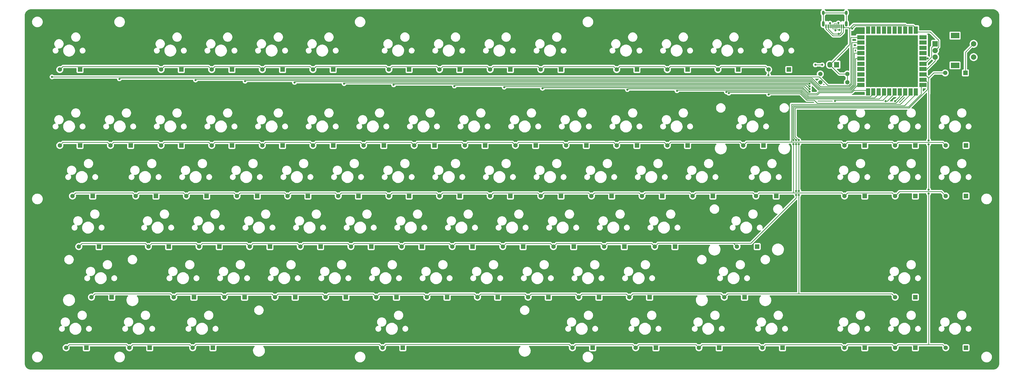
<source format=gbr>
%TF.GenerationSoftware,KiCad,Pcbnew,7.0.2-0*%
%TF.CreationDate,2024-03-15T16:03:43-04:00*%
%TF.ProjectId,75Dash_PCB,37354461-7368-45f5-9043-422e6b696361,rev?*%
%TF.SameCoordinates,Original*%
%TF.FileFunction,Copper,L1,Top*%
%TF.FilePolarity,Positive*%
%FSLAX46Y46*%
G04 Gerber Fmt 4.6, Leading zero omitted, Abs format (unit mm)*
G04 Created by KiCad (PCBNEW 7.0.2-0) date 2024-03-15 16:03:43*
%MOMM*%
%LPD*%
G01*
G04 APERTURE LIST*
%TA.AperFunction,ComponentPad*%
%ADD10C,1.651000*%
%TD*%
%TA.AperFunction,ComponentPad*%
%ADD11R,1.651000X1.651000*%
%TD*%
%TA.AperFunction,SMDPad,CuDef*%
%ADD12R,0.600000X1.450000*%
%TD*%
%TA.AperFunction,SMDPad,CuDef*%
%ADD13R,0.300000X1.450000*%
%TD*%
%TA.AperFunction,ComponentPad*%
%ADD14O,1.000000X2.100000*%
%TD*%
%TA.AperFunction,ComponentPad*%
%ADD15O,1.000000X1.600000*%
%TD*%
%TA.AperFunction,SMDPad,CuDef*%
%ADD16R,2.800000X1.500000*%
%TD*%
%TA.AperFunction,ComponentPad*%
%ADD17C,1.350000*%
%TD*%
%TA.AperFunction,ComponentPad*%
%ADD18O,1.350000X1.350000*%
%TD*%
%TA.AperFunction,SMDPad,CuDef*%
%ADD19R,1.500000X2.800000*%
%TD*%
%TA.AperFunction,ComponentPad*%
%ADD20O,1.905000X2.159000*%
%TD*%
%TA.AperFunction,ComponentPad*%
%ADD21R,1.905000X2.159000*%
%TD*%
%TA.AperFunction,ComponentPad*%
%ADD22R,2.000000X2.000000*%
%TD*%
%TA.AperFunction,ComponentPad*%
%ADD23C,2.000000*%
%TD*%
%TA.AperFunction,ComponentPad*%
%ADD24R,3.200000X2.000000*%
%TD*%
%TA.AperFunction,ViaPad*%
%ADD25C,0.800000*%
%TD*%
%TA.AperFunction,Conductor*%
%ADD26C,0.250000*%
%TD*%
%TA.AperFunction,Conductor*%
%ADD27C,0.200000*%
%TD*%
G04 APERTURE END LIST*
D10*
%TO.P,D53,1,K*%
%TO.N,/Row3*%
X132270500Y-98901250D03*
D11*
%TO.P,D53,2,A*%
%TO.N,Net-(D53-A)*%
X139890500Y-98901250D03*
%TD*%
D10*
%TO.P,D15,1,K*%
%TO.N,/Row1*%
X41783000Y-60801250D03*
D11*
%TO.P,D15,2,A*%
%TO.N,Net-(D15-A)*%
X49403000Y-60801250D03*
%TD*%
D10*
%TO.P,D7,1,K*%
%TO.N,/Row0*%
X165608000Y-32226250D03*
D11*
%TO.P,D7,2,A*%
%TO.N,Net-(D7-A)*%
X173228000Y-32226250D03*
%TD*%
D10*
%TO.P,D42,1,K*%
%TO.N,/Row2*%
X241808000Y-79851250D03*
D11*
%TO.P,D42,2,A*%
%TO.N,Net-(D42-A)*%
X249428000Y-79851250D03*
%TD*%
D10*
%TO.P,D41,1,K*%
%TO.N,/Row2*%
X222758000Y-79851250D03*
D11*
%TO.P,D41,2,A*%
%TO.N,Net-(D41-A)*%
X230378000Y-79851250D03*
%TD*%
D10*
%TO.P,D83,1,K*%
%TO.N,/Row5*%
X337058000Y-137001250D03*
D11*
%TO.P,D83,2,A*%
%TO.N,Net-(D83-A)*%
X344678000Y-137001250D03*
%TD*%
D10*
%TO.P,D9,1,K*%
%TO.N,/Row0*%
X203708000Y-32226250D03*
D11*
%TO.P,D9,2,A*%
%TO.N,Net-(D9-A)*%
X211328000Y-32226250D03*
%TD*%
D10*
%TO.P,D62,1,K*%
%TO.N,/Row4*%
X65595500Y-117951250D03*
D11*
%TO.P,D62,2,A*%
%TO.N,Net-(D62-A)*%
X73215500Y-117951250D03*
%TD*%
D10*
%TO.P,D39,1,K*%
%TO.N,/Row2*%
X184658000Y-79851250D03*
D11*
%TO.P,D39,2,A*%
%TO.N,Net-(D39-A)*%
X192278000Y-79851250D03*
%TD*%
D10*
%TO.P,D54,1,K*%
%TO.N,/Row3*%
X151320500Y-98901250D03*
D11*
%TO.P,D54,2,A*%
%TO.N,Net-(D54-A)*%
X158940500Y-98901250D03*
%TD*%
D10*
%TO.P,D19,1,K*%
%TO.N,/Row1*%
X117983000Y-60801250D03*
D11*
%TO.P,D19,2,A*%
%TO.N,Net-(D19-A)*%
X125603000Y-60801250D03*
%TD*%
D10*
%TO.P,D4,1,K*%
%TO.N,/Row0*%
X98933000Y-32226250D03*
D11*
%TO.P,D4,2,A*%
%TO.N,Net-(D4-A)*%
X106553000Y-32226250D03*
%TD*%
D10*
%TO.P,D6,1,K*%
%TO.N,/Row0*%
X146558000Y-32226250D03*
D11*
%TO.P,D6,2,A*%
%TO.N,Net-(D6-A)*%
X154178000Y-32226250D03*
%TD*%
D10*
%TO.P,D75,1,K*%
%TO.N,/Row5*%
X48926750Y-137001250D03*
D11*
%TO.P,D75,2,A*%
%TO.N,Net-(D75-A)*%
X56546750Y-137001250D03*
%TD*%
D10*
%TO.P,R1,1*%
%TO.N,Net-(J1-CC1)*%
X308900000Y-33900000D03*
%TO.P,R1,2*%
%TO.N,GND*%
X319060000Y-33900000D03*
%TD*%
%TO.P,D81,1,K*%
%TO.N,/Row5*%
X287051750Y-137001250D03*
D11*
%TO.P,D81,2,A*%
%TO.N,Net-(D81-A)*%
X294671750Y-137001250D03*
%TD*%
D10*
%TO.P,D52,1,K*%
%TO.N,/Row3*%
X113220500Y-98901250D03*
D11*
%TO.P,D52,2,A*%
%TO.N,Net-(D52-A)*%
X120840500Y-98901250D03*
%TD*%
D10*
%TO.P,D30,1,K*%
%TO.N,/Row1*%
X356108000Y-60801250D03*
D11*
%TO.P,D30,2,A*%
%TO.N,Net-(D30-A)*%
X363728000Y-60801250D03*
%TD*%
D10*
%TO.P,D25,1,K*%
%TO.N,/Row1*%
X232283000Y-60801250D03*
D11*
%TO.P,D25,2,A*%
%TO.N,Net-(D25-A)*%
X239903000Y-60801250D03*
%TD*%
D10*
%TO.P,D63,1,K*%
%TO.N,/Row4*%
X84645500Y-117951250D03*
D11*
%TO.P,D63,2,A*%
%TO.N,Net-(D63-A)*%
X92265500Y-117951250D03*
%TD*%
D10*
%TO.P,D82,1,K*%
%TO.N,/Row5*%
X318008000Y-137001250D03*
D11*
%TO.P,D82,2,A*%
%TO.N,Net-(D82-A)*%
X325628000Y-137001250D03*
%TD*%
D10*
%TO.P,D66,1,K*%
%TO.N,/Row4*%
X141795500Y-117951250D03*
D11*
%TO.P,D66,2,A*%
%TO.N,Net-(D66-A)*%
X149415500Y-117951250D03*
%TD*%
D10*
%TO.P,D35,1,K*%
%TO.N,/Row2*%
X108458000Y-79851250D03*
D11*
%TO.P,D35,2,A*%
%TO.N,Net-(D35-A)*%
X116078000Y-79851250D03*
%TD*%
D10*
%TO.P,D12,1,K*%
%TO.N,/Row0*%
X270383000Y-32226250D03*
D11*
%TO.P,D12,2,A*%
%TO.N,Net-(D12-A)*%
X278003000Y-32226250D03*
%TD*%
D10*
%TO.P,D1,1,K*%
%TO.N,/Row0*%
X22733000Y-32226250D03*
D11*
%TO.P,D1,2,A*%
%TO.N,Net-(D1-A)*%
X30353000Y-32226250D03*
%TD*%
D10*
%TO.P,D50,1,K*%
%TO.N,/Row3*%
X75120500Y-98901250D03*
D11*
%TO.P,D50,2,A*%
%TO.N,Net-(D50-A)*%
X82740500Y-98901250D03*
%TD*%
D10*
%TO.P,D32,1,K*%
%TO.N,/Row2*%
X51308000Y-79851250D03*
D11*
%TO.P,D32,2,A*%
%TO.N,Net-(D32-A)*%
X58928000Y-79851250D03*
%TD*%
D10*
%TO.P,D5,1,K*%
%TO.N,/Row0*%
X117983000Y-32226250D03*
D11*
%TO.P,D5,2,A*%
%TO.N,Net-(D5-A)*%
X125603000Y-32226250D03*
%TD*%
D10*
%TO.P,D70,1,K*%
%TO.N,/Row4*%
X217995500Y-117951250D03*
D11*
%TO.P,D70,2,A*%
%TO.N,Net-(D70-A)*%
X225615500Y-117951250D03*
%TD*%
D10*
%TO.P,D76,1,K*%
%TO.N,/Row5*%
X72739250Y-137001250D03*
D11*
%TO.P,D76,2,A*%
%TO.N,Net-(D76-A)*%
X80359250Y-137001250D03*
%TD*%
D10*
%TO.P,D74,1,K*%
%TO.N,/Row5*%
X25114250Y-137001250D03*
D11*
%TO.P,D74,2,A*%
%TO.N,Net-(D74-A)*%
X32734250Y-137001250D03*
%TD*%
D10*
%TO.P,D21,1,K*%
%TO.N,/Row1*%
X156083000Y-60801250D03*
D11*
%TO.P,D21,2,A*%
%TO.N,Net-(D21-A)*%
X163703000Y-60801250D03*
%TD*%
D10*
%TO.P,D59,1,K*%
%TO.N,/Row3*%
X246570500Y-98901250D03*
D11*
%TO.P,D59,2,A*%
%TO.N,Net-(D59-A)*%
X254190500Y-98901250D03*
%TD*%
D10*
%TO.P,D2,1,K*%
%TO.N,/Row0*%
X60833000Y-32226250D03*
D11*
%TO.P,D2,2,A*%
%TO.N,Net-(D2-A)*%
X68453000Y-32226250D03*
%TD*%
D10*
%TO.P,D78,1,K*%
%TO.N,/Row5*%
X215614250Y-137001250D03*
D11*
%TO.P,D78,2,A*%
%TO.N,Net-(D78-A)*%
X223234250Y-137001250D03*
%TD*%
D10*
%TO.P,D14,1,K*%
%TO.N,/Row1*%
X22733000Y-60801250D03*
D11*
%TO.P,D14,2,A*%
%TO.N,Net-(D14-A)*%
X30353000Y-60801250D03*
%TD*%
D10*
%TO.P,D10,1,K*%
%TO.N,/Row0*%
X232283000Y-32226250D03*
D11*
%TO.P,D10,2,A*%
%TO.N,Net-(D10-A)*%
X239903000Y-32226250D03*
%TD*%
D10*
%TO.P,D46,1,K*%
%TO.N,/Row2*%
X337058000Y-79851250D03*
D11*
%TO.P,D46,2,A*%
%TO.N,Net-(D46-A)*%
X344678000Y-79851250D03*
%TD*%
D10*
%TO.P,D57,1,K*%
%TO.N,/Row3*%
X208470500Y-98901250D03*
D11*
%TO.P,D57,2,A*%
%TO.N,Net-(D57-A)*%
X216090500Y-98901250D03*
%TD*%
D10*
%TO.P,D27,1,K*%
%TO.N,/Row1*%
X279908000Y-60801250D03*
D11*
%TO.P,D27,2,A*%
%TO.N,Net-(D27-A)*%
X287528000Y-60801250D03*
%TD*%
D10*
%TO.P,D18,1,K*%
%TO.N,/Row1*%
X98933000Y-60801250D03*
D11*
%TO.P,D18,2,A*%
%TO.N,Net-(D18-A)*%
X106553000Y-60801250D03*
%TD*%
D10*
%TO.P,D16,1,K*%
%TO.N,/Row1*%
X60833000Y-60801250D03*
D11*
%TO.P,D16,2,A*%
%TO.N,Net-(D16-A)*%
X68453000Y-60801250D03*
%TD*%
D10*
%TO.P,D36,1,K*%
%TO.N,/Row2*%
X127508000Y-79851250D03*
D11*
%TO.P,D36,2,A*%
%TO.N,Net-(D36-A)*%
X135128000Y-79851250D03*
%TD*%
D10*
%TO.P,D61,1,K*%
%TO.N,/Row4*%
X34639250Y-117951250D03*
D11*
%TO.P,D61,2,A*%
%TO.N,Net-(D61-A)*%
X42259250Y-117951250D03*
%TD*%
D10*
%TO.P,D73,1,K*%
%TO.N,/Row4*%
X337058000Y-117951250D03*
D11*
%TO.P,D73,2,A*%
%TO.N,Net-(D73-A)*%
X344678000Y-117951250D03*
%TD*%
D10*
%TO.P,D23,1,K*%
%TO.N,/Row1*%
X194183000Y-60801250D03*
D11*
%TO.P,D23,2,A*%
%TO.N,Net-(D23-A)*%
X201803000Y-60801250D03*
%TD*%
D10*
%TO.P,D3,1,K*%
%TO.N,/Row0*%
X79883000Y-32226250D03*
D11*
%TO.P,D3,2,A*%
%TO.N,Net-(D3-A)*%
X87503000Y-32226250D03*
%TD*%
D10*
%TO.P,D45,1,K*%
%TO.N,/Row2*%
X318008000Y-79851250D03*
D11*
%TO.P,D45,2,A*%
%TO.N,Net-(D45-A)*%
X325628000Y-79851250D03*
%TD*%
D10*
%TO.P,D64,1,K*%
%TO.N,/Row4*%
X103695500Y-117951250D03*
D11*
%TO.P,D64,2,A*%
%TO.N,Net-(D64-A)*%
X111315500Y-117951250D03*
%TD*%
D10*
%TO.P,D26,1,K*%
%TO.N,/Row1*%
X251333000Y-60801250D03*
D11*
%TO.P,D26,2,A*%
%TO.N,Net-(D26-A)*%
X258953000Y-60801250D03*
%TD*%
D10*
%TO.P,D11,1,K*%
%TO.N,/Row0*%
X251333000Y-32226250D03*
D11*
%TO.P,D11,2,A*%
%TO.N,Net-(D11-A)*%
X258953000Y-32226250D03*
%TD*%
D10*
%TO.P,D71,1,K*%
%TO.N,/Row4*%
X237045500Y-117951250D03*
D11*
%TO.P,D71,2,A*%
%TO.N,Net-(D71-A)*%
X244665500Y-117951250D03*
%TD*%
D10*
%TO.P,D79,1,K*%
%TO.N,/Row5*%
X239426750Y-137001250D03*
D11*
%TO.P,D79,2,A*%
%TO.N,Net-(D79-A)*%
X247046750Y-137001250D03*
%TD*%
D10*
%TO.P,D56,1,K*%
%TO.N,/Row3*%
X189420500Y-98901250D03*
D11*
%TO.P,D56,2,A*%
%TO.N,Net-(D56-A)*%
X197040500Y-98901250D03*
%TD*%
D10*
%TO.P,R2,1*%
%TO.N,Net-(J1-CC2)*%
X308920000Y-37050000D03*
%TO.P,R2,2*%
%TO.N,GND*%
X319080000Y-37050000D03*
%TD*%
%TO.P,D28,1,K*%
%TO.N,/Row1*%
X318008000Y-60801250D03*
D11*
%TO.P,D28,2,A*%
%TO.N,Net-(D28-A)*%
X325628000Y-60801250D03*
%TD*%
D10*
%TO.P,D20,1,K*%
%TO.N,/Row1*%
X137033000Y-60801250D03*
D11*
%TO.P,D20,2,A*%
%TO.N,Net-(D20-A)*%
X144653000Y-60801250D03*
%TD*%
D10*
%TO.P,D60,1,K*%
%TO.N,/Row3*%
X277526750Y-98901250D03*
D11*
%TO.P,D60,2,A*%
%TO.N,Net-(D60-A)*%
X285146750Y-98901250D03*
%TD*%
D12*
%TO.P,J1,A1,GND*%
%TO.N,GND*%
X317575000Y-15951250D03*
%TO.P,J1,A4,VBUS*%
%TO.N,+5V*%
X316775000Y-15951250D03*
D13*
%TO.P,J1,A5,CC1*%
%TO.N,Net-(J1-CC1)*%
X315575000Y-15951250D03*
%TO.P,J1,A6,D+*%
%TO.N,/D+*%
X314575000Y-15951250D03*
%TO.P,J1,A7,D-*%
%TO.N,/D-*%
X314075000Y-15951250D03*
%TO.P,J1,A8,SBU1*%
%TO.N,unconnected-(J1-SBU1-PadA8)*%
X313075000Y-15951250D03*
D12*
%TO.P,J1,A9,VBUS*%
%TO.N,+5V*%
X311875000Y-15951250D03*
%TO.P,J1,A12,GND*%
%TO.N,GND*%
X311075000Y-15951250D03*
%TO.P,J1,B1,GND*%
X311075000Y-15951250D03*
%TO.P,J1,B4,VBUS*%
%TO.N,+5V*%
X311875000Y-15951250D03*
D13*
%TO.P,J1,B5,CC2*%
%TO.N,Net-(J1-CC2)*%
X312575000Y-15951250D03*
%TO.P,J1,B6,D+*%
%TO.N,/D+*%
X313575000Y-15951250D03*
%TO.P,J1,B7,D-*%
%TO.N,/D-*%
X315075000Y-15951250D03*
%TO.P,J1,B8,SBU2*%
%TO.N,unconnected-(J1-SBU2-PadB8)*%
X316075000Y-15951250D03*
D12*
%TO.P,J1,B9,VBUS*%
%TO.N,+5V*%
X316775000Y-15951250D03*
%TO.P,J1,B12,GND*%
%TO.N,GND*%
X317575000Y-15951250D03*
D14*
%TO.P,J1,S1,SHIELD*%
%TO.N,unconnected-(J1-SHIELD-PadS1)*%
X318645000Y-15036250D03*
D15*
X318645000Y-10856250D03*
D14*
X310005000Y-15036250D03*
D15*
X310005000Y-10856250D03*
%TD*%
D10*
%TO.P,D13,1,K*%
%TO.N,/Row0*%
X289433000Y-32226250D03*
D11*
%TO.P,D13,2,A*%
%TO.N,Net-(D13-A)*%
X297053000Y-32226250D03*
%TD*%
D10*
%TO.P,D77,1,K*%
%TO.N,/Row5*%
X144176750Y-137001250D03*
D11*
%TO.P,D77,2,A*%
%TO.N,Net-(D77-A)*%
X151796750Y-137001250D03*
%TD*%
D10*
%TO.P,D34,1,K*%
%TO.N,/Row2*%
X89408000Y-79851250D03*
D11*
%TO.P,D34,2,A*%
%TO.N,Net-(D34-A)*%
X97028000Y-79851250D03*
%TD*%
D10*
%TO.P,D47,1,K*%
%TO.N,/Row2*%
X356108000Y-79851250D03*
D11*
%TO.P,D47,2,A*%
%TO.N,Net-(D47-A)*%
X363728000Y-79851250D03*
%TD*%
D10*
%TO.P,D58,1,K*%
%TO.N,/Row3*%
X227520500Y-98901250D03*
D11*
%TO.P,D58,2,A*%
%TO.N,Net-(D58-A)*%
X235140500Y-98901250D03*
%TD*%
D10*
%TO.P,D29,1,K*%
%TO.N,/Row1*%
X337058000Y-60801250D03*
D11*
%TO.P,D29,2,A*%
%TO.N,Net-(D29-A)*%
X344678000Y-60801250D03*
%TD*%
D10*
%TO.P,D55,1,K*%
%TO.N,/Row3*%
X170370500Y-98901250D03*
D11*
%TO.P,D55,2,A*%
%TO.N,Net-(D55-A)*%
X177990500Y-98901250D03*
%TD*%
D10*
%TO.P,D22,1,K*%
%TO.N,/Row1*%
X175133000Y-60801250D03*
D11*
%TO.P,D22,2,A*%
%TO.N,Net-(D22-A)*%
X182753000Y-60801250D03*
%TD*%
D10*
%TO.P,D49,1,K*%
%TO.N,/Row3*%
X56070500Y-98901250D03*
D11*
%TO.P,D49,2,A*%
%TO.N,Net-(D49-A)*%
X63690500Y-98901250D03*
%TD*%
D10*
%TO.P,D86,1,K*%
%TO.N,/Row5*%
X355890000Y-33500000D03*
D11*
%TO.P,D86,2,A*%
%TO.N,Net-(D86-A)*%
X363510000Y-33500000D03*
%TD*%
D16*
%TO.P,U1,1,GPIO0*%
%TO.N,/Col0*%
X324200000Y-20050000D03*
D17*
X324850000Y-20050000D03*
D16*
%TO.P,U1,2,GPIO1*%
%TO.N,/Col1*%
X324200000Y-22050000D03*
D18*
X324850000Y-22050000D03*
D16*
%TO.P,U1,3,GPIO2*%
%TO.N,/Col2*%
X324200000Y-24050000D03*
D18*
X324850000Y-24050000D03*
D16*
%TO.P,U1,4,GPIO3*%
%TO.N,/Col3*%
X324200000Y-26050000D03*
D18*
X324850000Y-26050000D03*
D16*
%TO.P,U1,5,GPIO4*%
%TO.N,/Col4*%
X324200000Y-28050000D03*
D18*
X324850000Y-28050000D03*
D16*
%TO.P,U1,6,GPIO5*%
%TO.N,/Col5*%
X324200000Y-30050000D03*
D18*
X324850000Y-30050000D03*
D16*
%TO.P,U1,7,GPIO6*%
%TO.N,/Col6*%
X324200000Y-32050000D03*
D18*
X324850000Y-32050000D03*
D16*
%TO.P,U1,8,GPIO7*%
%TO.N,/Col7*%
X324200000Y-34050000D03*
D18*
X324850000Y-34050000D03*
D16*
%TO.P,U1,9,GPIO8*%
%TO.N,/Col8*%
X324200000Y-36050000D03*
D18*
X324850000Y-36050000D03*
D16*
%TO.P,U1,10,GPIO9*%
%TO.N,/Col9*%
X324200000Y-38050000D03*
D18*
X324850000Y-38050000D03*
%TO.P,U1,11,GPIO10*%
%TO.N,/Col10*%
X326850000Y-40050000D03*
D19*
X326850000Y-40700000D03*
D18*
%TO.P,U1,12,GPIO11*%
%TO.N,/Col11*%
X328850000Y-40050000D03*
D19*
X328850000Y-40700000D03*
D18*
%TO.P,U1,13,GPIO12*%
%TO.N,/Col12*%
X330850000Y-40050000D03*
D19*
X330850000Y-40700000D03*
D18*
%TO.P,U1,14,GPIO13*%
%TO.N,/Col13*%
X332850000Y-40050000D03*
D19*
X332850000Y-40700000D03*
D18*
%TO.P,U1,15,GPIO14*%
%TO.N,/Col14*%
X334850000Y-40050000D03*
D19*
X334850000Y-40700000D03*
D18*
%TO.P,U1,16,GPIO15*%
%TO.N,/Col15*%
X336850000Y-40050000D03*
D19*
X336850000Y-40700000D03*
D18*
%TO.P,U1,17,GPIO16*%
%TO.N,/Col16*%
X338850000Y-40050000D03*
D19*
X338850000Y-40700000D03*
D18*
%TO.P,U1,18,GPIO17*%
%TO.N,/Row0*%
X340850000Y-40050000D03*
D19*
X340850000Y-40700000D03*
D18*
%TO.P,U1,19,GPIO18*%
%TO.N,/Row1*%
X342850000Y-40050000D03*
D19*
X342850000Y-40700000D03*
D18*
%TO.P,U1,20,GPIO19*%
%TO.N,/Row2*%
X344850000Y-40050000D03*
D19*
X344850000Y-40700000D03*
D18*
%TO.P,U1,21,GPIO20*%
%TO.N,/Row3*%
X346850000Y-38050000D03*
D16*
X347500000Y-38050000D03*
D18*
%TO.P,U1,22,GPIO21*%
%TO.N,/Row4*%
X346850000Y-36050000D03*
D16*
X347500000Y-36050000D03*
D18*
%TO.P,U1,23,GPIO22*%
%TO.N,/Row5*%
X346850000Y-34050000D03*
D16*
X347500000Y-34050000D03*
D18*
%TO.P,U1,24,GPIO23*%
%TO.N,/R0*%
X346850000Y-32050000D03*
D16*
X347500000Y-32050000D03*
D18*
%TO.P,U1,25,GPIO24*%
%TO.N,/R1*%
X346850000Y-30050000D03*
D16*
X347500000Y-30050000D03*
D18*
%TO.P,U1,26,GPIO25*%
%TO.N,Net-(D85-A)*%
X346850000Y-28050000D03*
D16*
X347500000Y-28050000D03*
D18*
%TO.P,U1,27,GPIO26*%
%TO.N,unconnected-(U1-GPIO26-Pad27)*%
X346850000Y-26050000D03*
D16*
X347500000Y-26050000D03*
D18*
%TO.P,U1,28,GPIO27*%
%TO.N,unconnected-(U1-GPIO27-Pad28)*%
X346850000Y-24050000D03*
D16*
X347500000Y-24050000D03*
D18*
%TO.P,U1,29,GPIO28*%
%TO.N,unconnected-(U1-GPIO28-Pad29)*%
X346850000Y-22050000D03*
D16*
X347500000Y-22050000D03*
D18*
%TO.P,U1,30,GPIO29*%
%TO.N,unconnected-(U1-GPIO29-Pad30)*%
X346850000Y-20050000D03*
D16*
X347500000Y-20050000D03*
D19*
%TO.P,U1,31,GND*%
%TO.N,GND*%
X344850000Y-17400000D03*
D18*
X344850000Y-18050000D03*
D19*
%TO.P,U1,32,VBAT*%
%TO.N,unconnected-(U1-VBAT-Pad32)*%
X342850000Y-17400000D03*
D18*
X342850000Y-18050000D03*
D19*
%TO.P,U1,33,5V*%
%TO.N,+5V*%
X340850000Y-17400000D03*
D18*
X340850000Y-18050000D03*
D19*
%TO.P,U1,34,3.3V*%
%TO.N,unconnected-(U1-3.3V-Pad34)*%
X338850000Y-17400000D03*
D18*
X338850000Y-18050000D03*
D19*
%TO.P,U1,35,USB_D-*%
%TO.N,/D-*%
X336850000Y-17400000D03*
D18*
X336850000Y-18050000D03*
D19*
%TO.P,U1,36,USB_D+*%
%TO.N,/D+*%
X334850000Y-17400000D03*
D18*
X334850000Y-18050000D03*
D19*
%TO.P,U1,37,SWDIO*%
%TO.N,unconnected-(U1-SWDIO-Pad37)*%
X332850000Y-17400000D03*
D18*
X332850000Y-18050000D03*
D19*
%TO.P,U1,38,SWCLK*%
%TO.N,unconnected-(U1-SWCLK-Pad38)*%
X330850000Y-17400000D03*
D18*
X330850000Y-18050000D03*
D19*
%TO.P,U1,39,~{RESET}*%
%TO.N,unconnected-(U1-~{RESET}-Pad39)*%
X328850000Y-17400000D03*
D18*
X328850000Y-18050000D03*
D19*
%TO.P,U1,40,BOOTSEL*%
%TO.N,unconnected-(U1-BOOTSEL-Pad40)*%
X326850000Y-17400000D03*
D18*
X326850000Y-18050000D03*
%TD*%
D10*
%TO.P,D51,1,K*%
%TO.N,/Row3*%
X94170500Y-98901250D03*
D11*
%TO.P,D51,2,A*%
%TO.N,Net-(D51-A)*%
X101790500Y-98901250D03*
%TD*%
D10*
%TO.P,D43,1,K*%
%TO.N,/Row2*%
X260858000Y-79851250D03*
D11*
%TO.P,D43,2,A*%
%TO.N,Net-(D43-A)*%
X268478000Y-79851250D03*
%TD*%
D10*
%TO.P,D80,1,K*%
%TO.N,/Row5*%
X263239250Y-137001250D03*
D11*
%TO.P,D80,2,A*%
%TO.N,Net-(D80-A)*%
X270859250Y-137001250D03*
%TD*%
D10*
%TO.P,D44,1,K*%
%TO.N,/Row2*%
X284670500Y-79851250D03*
D11*
%TO.P,D44,2,A*%
%TO.N,Net-(D44-A)*%
X292290500Y-79851250D03*
%TD*%
D10*
%TO.P,D31,1,K*%
%TO.N,/Row2*%
X27495500Y-79851250D03*
D11*
%TO.P,D31,2,A*%
%TO.N,Net-(D31-A)*%
X35115500Y-79851250D03*
%TD*%
D20*
%TO.P,D85,1,K*%
%TO.N,GND*%
X312480000Y-30400000D03*
D21*
%TO.P,D85,2,A*%
%TO.N,Net-(D85-A)*%
X315020000Y-30400000D03*
%TD*%
D10*
%TO.P,D48,1,K*%
%TO.N,/Row3*%
X29876750Y-98901250D03*
D11*
%TO.P,D48,2,A*%
%TO.N,Net-(D48-A)*%
X37496750Y-98901250D03*
%TD*%
D10*
%TO.P,D68,1,K*%
%TO.N,/Row4*%
X179895500Y-117951250D03*
D11*
%TO.P,D68,2,A*%
%TO.N,Net-(D68-A)*%
X187515500Y-117951250D03*
%TD*%
D10*
%TO.P,D17,1,K*%
%TO.N,/Row1*%
X79883000Y-60801250D03*
D11*
%TO.P,D17,2,A*%
%TO.N,Net-(D17-A)*%
X87503000Y-60801250D03*
%TD*%
D10*
%TO.P,D40,1,K*%
%TO.N,/Row2*%
X203708000Y-79851250D03*
D11*
%TO.P,D40,2,A*%
%TO.N,Net-(D40-A)*%
X211328000Y-79851250D03*
%TD*%
D22*
%TO.P,SW2,A,A*%
%TO.N,/R1*%
X352100000Y-22550000D03*
D23*
%TO.P,SW2,B,B*%
%TO.N,/R0*%
X352100000Y-27550000D03*
%TO.P,SW2,C,C*%
%TO.N,GND*%
X352100000Y-25050000D03*
D24*
%TO.P,SW2,MP*%
%TO.N,N/C*%
X359600000Y-19450000D03*
X359600000Y-30650000D03*
D23*
%TO.P,SW2,S1,S1*%
%TO.N,/Col16*%
X366600000Y-27550000D03*
%TO.P,SW2,S2,S2*%
%TO.N,Net-(D86-A)*%
X366600000Y-22550000D03*
%TD*%
D10*
%TO.P,D84,1,K*%
%TO.N,/Row5*%
X356108000Y-137001250D03*
D11*
%TO.P,D84,2,A*%
%TO.N,Net-(D84-A)*%
X363728000Y-137001250D03*
%TD*%
D10*
%TO.P,D37,1,K*%
%TO.N,/Row2*%
X146558000Y-79851250D03*
D11*
%TO.P,D37,2,A*%
%TO.N,Net-(D37-A)*%
X154178000Y-79851250D03*
%TD*%
D10*
%TO.P,D38,1,K*%
%TO.N,/Row2*%
X165608000Y-79851250D03*
D11*
%TO.P,D38,2,A*%
%TO.N,Net-(D38-A)*%
X173228000Y-79851250D03*
%TD*%
D10*
%TO.P,D24,1,K*%
%TO.N,/Row1*%
X213233000Y-60801250D03*
D11*
%TO.P,D24,2,A*%
%TO.N,Net-(D24-A)*%
X220853000Y-60801250D03*
%TD*%
D10*
%TO.P,D8,1,K*%
%TO.N,/Row0*%
X184658000Y-32226250D03*
D11*
%TO.P,D8,2,A*%
%TO.N,Net-(D8-A)*%
X192278000Y-32226250D03*
%TD*%
D10*
%TO.P,D67,1,K*%
%TO.N,/Row4*%
X160845500Y-117951250D03*
D11*
%TO.P,D67,2,A*%
%TO.N,Net-(D67-A)*%
X168465500Y-117951250D03*
%TD*%
D10*
%TO.P,D69,1,K*%
%TO.N,/Row4*%
X198945500Y-117951250D03*
D11*
%TO.P,D69,2,A*%
%TO.N,Net-(D69-A)*%
X206565500Y-117951250D03*
%TD*%
D10*
%TO.P,D72,1,K*%
%TO.N,/Row4*%
X272764250Y-117951250D03*
D11*
%TO.P,D72,2,A*%
%TO.N,Net-(D72-A)*%
X280384250Y-117951250D03*
%TD*%
D10*
%TO.P,D33,1,K*%
%TO.N,/Row2*%
X70358000Y-79851250D03*
D11*
%TO.P,D33,2,A*%
%TO.N,Net-(D33-A)*%
X77978000Y-79851250D03*
%TD*%
D10*
%TO.P,D65,1,K*%
%TO.N,/Row4*%
X122745500Y-117951250D03*
D11*
%TO.P,D65,2,A*%
%TO.N,Net-(D65-A)*%
X130365500Y-117951250D03*
%TD*%
D25*
%TO.N,/Row0*%
X289400000Y-34275500D03*
X289450000Y-41574500D03*
%TO.N,/Row2*%
X298774500Y-58819100D03*
X298800000Y-60268100D03*
%TO.N,/Row3*%
X299800000Y-77976250D03*
X299800000Y-79425250D03*
X299774003Y-58819100D03*
X299799503Y-60268100D03*
%TO.N,/Row4*%
X300799503Y-77976250D03*
X300799503Y-79425250D03*
X300799006Y-60268100D03*
X300773506Y-58819100D03*
%TO.N,/Row5*%
X349650000Y-60375250D03*
X349650000Y-78924500D03*
X349650000Y-77475500D03*
X349650000Y-58926250D03*
%TO.N,Net-(D85-A)*%
X307025000Y-30450000D03*
X349287701Y-28037701D03*
X309624500Y-30450000D03*
%TO.N,+5V*%
X320899500Y-16774500D03*
X315742700Y-18783950D03*
%TO.N,Net-(J1-CC1)*%
X315691017Y-14644853D03*
%TO.N,/D+*%
X314565000Y-17456250D03*
%TO.N,/D-*%
X316050500Y-17275752D03*
%TO.N,Net-(J1-CC2)*%
X312556942Y-14753032D03*
%TO.N,/Col0*%
X19800000Y-35000000D03*
%TO.N,/Col1*%
X45150000Y-35724500D03*
%TO.N,/Col2*%
X73800000Y-36174500D03*
%TO.N,/Col3*%
X92450000Y-36624500D03*
%TO.N,/Col4*%
X111050000Y-37074500D03*
%TO.N,/Col6*%
X148350000Y-37974500D03*
X304847343Y-38566867D03*
%TO.N,/Col7*%
X304851231Y-39566362D03*
X171200000Y-38424500D03*
%TO.N,/Col8*%
X189950000Y-38874500D03*
X304849431Y-40565862D03*
%TO.N,/Col9*%
X204350000Y-39324500D03*
%TO.N,/Col10*%
X236300000Y-39774500D03*
%TO.N,/Col11*%
X254950000Y-40224500D03*
%TO.N,/Col12*%
X273550000Y-40674500D03*
%TO.N,/Col5*%
X304829575Y-37524500D03*
X129700000Y-37524500D03*
%TO.N,/Col13*%
X274456429Y-41124500D03*
%TO.N,/Col14*%
X314450000Y-44049500D03*
%TO.N,/Col15*%
X333500000Y-44150000D03*
%TO.N,/Col16*%
X337037701Y-44137701D03*
%TD*%
D26*
%TO.N,/Row0*%
X303851284Y-43775000D02*
X306650000Y-43775000D01*
X97782500Y-31075750D02*
X81033500Y-31075750D01*
X288282500Y-31075750D02*
X271533500Y-31075750D01*
X202557500Y-31075750D02*
X185808500Y-31075750D01*
X166758500Y-31075750D02*
X165608000Y-32226250D01*
X146558000Y-32226250D02*
X145407500Y-31075750D01*
X183507500Y-31075750D02*
X166758500Y-31075750D01*
X337325000Y-44875000D02*
X340850000Y-41350000D01*
X60833000Y-32226250D02*
X59682500Y-31075750D01*
X289433000Y-32226250D02*
X288282500Y-31075750D01*
X289450000Y-41574500D02*
X289724500Y-41300000D01*
X306650000Y-43775000D02*
X307750000Y-44875000D01*
X79883000Y-32226250D02*
X78732500Y-31075750D01*
X61983500Y-31075750D02*
X60833000Y-32226250D01*
X204858500Y-31075750D02*
X203708000Y-32226250D01*
X251333000Y-32226250D02*
X250182500Y-31075750D01*
X289724500Y-41300000D02*
X301376284Y-41300000D01*
X185808500Y-31075750D02*
X184658000Y-32226250D01*
X269232500Y-31075750D02*
X252483500Y-31075750D01*
X301376284Y-41300000D02*
X303851284Y-43775000D01*
X203708000Y-32226250D02*
X202557500Y-31075750D01*
X165608000Y-32226250D02*
X164457500Y-31075750D01*
X233433500Y-31075750D02*
X232283000Y-32226250D01*
X147708500Y-31075750D02*
X146558000Y-32226250D01*
X184658000Y-32226250D02*
X183507500Y-31075750D01*
X231132500Y-31075750D02*
X204858500Y-31075750D01*
X98933000Y-32226250D02*
X97782500Y-31075750D01*
X119133500Y-31075750D02*
X117983000Y-32226250D01*
X289433000Y-34242500D02*
X289400000Y-34275500D01*
X23883500Y-31075750D02*
X22733000Y-32226250D01*
X117983000Y-32226250D02*
X116832500Y-31075750D01*
X164457500Y-31075750D02*
X147708500Y-31075750D01*
X340850000Y-41350000D02*
X340850000Y-40050000D01*
X116832500Y-31075750D02*
X100083500Y-31075750D01*
X232283000Y-32226250D02*
X231132500Y-31075750D01*
X271533500Y-31075750D02*
X270383000Y-32226250D01*
X78732500Y-31075750D02*
X61983500Y-31075750D01*
X307750000Y-44875000D02*
X337325000Y-44875000D01*
X270383000Y-32226250D02*
X269232500Y-31075750D01*
X289433000Y-32226250D02*
X289433000Y-34242500D01*
X250182500Y-31075750D02*
X233433500Y-31075750D01*
X252483500Y-31075750D02*
X251333000Y-32226250D01*
X81033500Y-31075750D02*
X79883000Y-32226250D01*
X59682500Y-31075750D02*
X23883500Y-31075750D01*
X145407500Y-31075750D02*
X119133500Y-31075750D01*
X100083500Y-31075750D02*
X98933000Y-32226250D01*
%TO.N,/Row1*%
X279908000Y-60801250D02*
X281165650Y-59543600D01*
X138183500Y-59650750D02*
X154932500Y-59650750D01*
X316750350Y-59543600D02*
X318008000Y-60801250D01*
X175133000Y-60801250D02*
X176283500Y-59650750D01*
X22733000Y-60801250D02*
X23883500Y-59650750D01*
X119133500Y-59650750D02*
X135882500Y-59650750D01*
X81033500Y-59650750D02*
X97782500Y-59650750D01*
X41783000Y-60801250D02*
X42933500Y-59650750D01*
X135882500Y-59650750D02*
X137033000Y-60801250D01*
X354957500Y-59650750D02*
X356108000Y-60801250D01*
X61983500Y-59650750D02*
X78732500Y-59650750D01*
X157233500Y-59650750D02*
X173982500Y-59650750D01*
X278650350Y-59543600D02*
X279908000Y-60801250D01*
X339000000Y-45350000D02*
X298050000Y-45350000D01*
X173982500Y-59650750D02*
X175133000Y-60801250D01*
X298050000Y-45350000D02*
X298050000Y-59543600D01*
X194183000Y-60801250D02*
X195333500Y-59650750D01*
X23883500Y-59650750D02*
X40632500Y-59650750D01*
X40632500Y-59650750D02*
X41783000Y-60801250D01*
X100083500Y-59650750D02*
X116832500Y-59650750D01*
X97782500Y-59650750D02*
X98933000Y-60801250D01*
X251333000Y-60801250D02*
X252590650Y-59543600D01*
X233433500Y-59650750D02*
X250182500Y-59650750D01*
X319158500Y-59650750D02*
X335907500Y-59650750D01*
X212082500Y-59650750D02*
X213233000Y-60801250D01*
X116832500Y-59650750D02*
X117983000Y-60801250D01*
X59682500Y-59650750D02*
X60833000Y-60801250D01*
X342850000Y-40050000D02*
X342850000Y-41500000D01*
X214383500Y-59650750D02*
X231132500Y-59650750D01*
X335907500Y-59650750D02*
X337058000Y-60801250D01*
X137033000Y-60801250D02*
X138183500Y-59650750D01*
X98933000Y-60801250D02*
X100083500Y-59650750D01*
X154932500Y-59650750D02*
X156083000Y-60801250D01*
X318008000Y-60801250D02*
X319158500Y-59650750D01*
X78732500Y-59650750D02*
X79883000Y-60801250D01*
X232283000Y-60801250D02*
X233433500Y-59650750D01*
X252590650Y-59543600D02*
X278650350Y-59543600D01*
X342850000Y-41500000D02*
X339000000Y-45350000D01*
X60833000Y-60801250D02*
X61983500Y-59650750D01*
X298050000Y-59543600D02*
X316750350Y-59543600D01*
X176283500Y-59650750D02*
X193032500Y-59650750D01*
X195333500Y-59650750D02*
X212082500Y-59650750D01*
X281165650Y-59543600D02*
X298050000Y-59543600D01*
X117983000Y-60801250D02*
X119133500Y-59650750D01*
X156083000Y-60801250D02*
X157233500Y-59650750D01*
X250182500Y-59650750D02*
X251333000Y-60801250D01*
X42933500Y-59650750D02*
X59682500Y-59650750D01*
X79883000Y-60801250D02*
X81033500Y-59650750D01*
X231132500Y-59650750D02*
X232283000Y-60801250D01*
X338208500Y-59650750D02*
X354957500Y-59650750D01*
X337058000Y-60801250D02*
X338208500Y-59650750D01*
X213233000Y-60801250D02*
X214383500Y-59650750D01*
X193032500Y-59650750D02*
X194183000Y-60801250D01*
%TO.N,/Row2*%
X284670500Y-79851250D02*
X283520000Y-78700750D01*
X222758000Y-79851250D02*
X221607500Y-78700750D01*
X298800000Y-78700750D02*
X285821000Y-78700750D01*
X298500000Y-58544600D02*
X298774500Y-58819100D01*
X165608000Y-79851250D02*
X164457500Y-78700750D01*
X50157500Y-78700750D02*
X28646000Y-78700750D01*
X340550000Y-45800000D02*
X330950000Y-45800000D01*
X337058000Y-79851250D02*
X335907500Y-78700750D01*
X164457500Y-78700750D02*
X147708500Y-78700750D01*
X316857500Y-78700750D02*
X298800000Y-78700750D01*
X356108000Y-79851250D02*
X354456750Y-78200000D01*
X166758500Y-78700750D02*
X165608000Y-79851250D01*
X146558000Y-79851250D02*
X145407500Y-78700750D01*
X71508500Y-78700750D02*
X70358000Y-79851250D01*
X335907500Y-78700750D02*
X319158500Y-78700750D01*
X127508000Y-79851250D02*
X126357500Y-78700750D01*
X344850000Y-40050000D02*
X344850000Y-41500000D01*
X344850000Y-41500000D02*
X340550000Y-45800000D01*
X126357500Y-78700750D02*
X109608500Y-78700750D01*
X354456750Y-78200000D02*
X338709250Y-78200000D01*
X338709250Y-78200000D02*
X337058000Y-79851250D01*
X260858000Y-79851250D02*
X259707500Y-78700750D01*
X241808000Y-79851250D02*
X240657500Y-78700750D01*
X185808500Y-78700750D02*
X184658000Y-79851250D01*
X204858500Y-78700750D02*
X203708000Y-79851250D01*
X259707500Y-78700750D02*
X242958500Y-78700750D01*
X109608500Y-78700750D02*
X108458000Y-79851250D01*
X330950000Y-45800000D02*
X298500000Y-45800000D01*
X319158500Y-78700750D02*
X318008000Y-79851250D01*
X128658500Y-78700750D02*
X127508000Y-79851250D01*
X52458500Y-78700750D02*
X51308000Y-79851250D01*
X147708500Y-78700750D02*
X146558000Y-79851250D01*
X108458000Y-79851250D02*
X107307500Y-78700750D01*
X28646000Y-78700750D02*
X27495500Y-79851250D01*
X69207500Y-78700750D02*
X52458500Y-78700750D01*
X107307500Y-78700750D02*
X90558500Y-78700750D01*
X298800000Y-60268100D02*
X298800000Y-78700750D01*
X51308000Y-79851250D02*
X50157500Y-78700750D01*
X298500000Y-45800000D02*
X298500000Y-58544600D01*
X221607500Y-78700750D02*
X204858500Y-78700750D01*
X240657500Y-78700750D02*
X223908500Y-78700750D01*
X184658000Y-79851250D02*
X183507500Y-78700750D01*
X318008000Y-79851250D02*
X316857500Y-78700750D01*
X88257500Y-78700750D02*
X71508500Y-78700750D01*
X283520000Y-78700750D02*
X262008500Y-78700750D01*
X183507500Y-78700750D02*
X166758500Y-78700750D01*
X262008500Y-78700750D02*
X260858000Y-79851250D01*
X202557500Y-78700750D02*
X185808500Y-78700750D01*
X89408000Y-79851250D02*
X88257500Y-78700750D01*
X70358000Y-79851250D02*
X69207500Y-78700750D01*
X223908500Y-78700750D02*
X222758000Y-79851250D01*
X242958500Y-78700750D02*
X241808000Y-79851250D01*
X203708000Y-79851250D02*
X202557500Y-78700750D01*
X90558500Y-78700750D02*
X89408000Y-79851250D01*
X145407500Y-78700750D02*
X128658500Y-78700750D01*
X285821000Y-78700750D02*
X284670500Y-79851250D01*
%TO.N,/Row3*%
X276269100Y-97643600D02*
X277526750Y-98901250D01*
X299800000Y-80615342D02*
X282771742Y-97643600D01*
X171521000Y-97750750D02*
X188270000Y-97750750D01*
X31027250Y-97750750D02*
X54920000Y-97750750D01*
X54920000Y-97750750D02*
X56070500Y-98901250D01*
X209621000Y-97750750D02*
X226370000Y-97750750D01*
X94170500Y-98901250D02*
X95321000Y-97750750D01*
X152471000Y-97750750D02*
X169220000Y-97750750D01*
X298950000Y-58094100D02*
X299074805Y-58094100D01*
X299800000Y-79425250D02*
X299800000Y-80615342D01*
X113220500Y-98901250D02*
X114371000Y-97750750D01*
X275900000Y-97643600D02*
X276269100Y-97643600D01*
X76271000Y-97750750D02*
X93020000Y-97750750D01*
X226370000Y-97750750D02*
X227520500Y-98901250D01*
X114371000Y-97750750D02*
X131120000Y-97750750D01*
X169220000Y-97750750D02*
X170370500Y-98901250D01*
X298950000Y-46250000D02*
X298950000Y-58094100D01*
X112070000Y-97750750D02*
X113220500Y-98901250D01*
X188270000Y-97750750D02*
X189420500Y-98901250D01*
X299799503Y-77975753D02*
X299800000Y-77976250D01*
X299774003Y-58793298D02*
X299774003Y-58819100D01*
X131120000Y-97750750D02*
X132270500Y-98901250D01*
X246570500Y-98901250D02*
X247828150Y-97643600D01*
X245420000Y-97750750D02*
X246570500Y-98901250D01*
X208470500Y-98901250D02*
X209621000Y-97750750D01*
X346850000Y-41500000D02*
X342100000Y-46250000D01*
X133421000Y-97750750D02*
X150170000Y-97750750D01*
X29876750Y-98901250D02*
X31027250Y-97750750D01*
X247828150Y-97643600D02*
X275900000Y-97643600D01*
X190571000Y-97750750D02*
X207320000Y-97750750D01*
X346850000Y-38050000D02*
X346850000Y-41500000D01*
X282771742Y-97643600D02*
X275900000Y-97643600D01*
X189420500Y-98901250D02*
X190571000Y-97750750D01*
X207320000Y-97750750D02*
X208470500Y-98901250D01*
X170370500Y-98901250D02*
X171521000Y-97750750D01*
X228671000Y-97750750D02*
X245420000Y-97750750D01*
X57221000Y-97750750D02*
X73970000Y-97750750D01*
X93020000Y-97750750D02*
X94170500Y-98901250D01*
X132270500Y-98901250D02*
X133421000Y-97750750D01*
X95321000Y-97750750D02*
X112070000Y-97750750D01*
X227520500Y-98901250D02*
X228671000Y-97750750D01*
X150170000Y-97750750D02*
X151320500Y-98901250D01*
X151320500Y-98901250D02*
X152471000Y-97750750D01*
X299799503Y-60268100D02*
X299799503Y-77975753D01*
X75120500Y-98901250D02*
X76271000Y-97750750D01*
X73970000Y-97750750D02*
X75120500Y-98901250D01*
X299074805Y-58094100D02*
X299774003Y-58793298D01*
X342100000Y-46250000D02*
X298950000Y-46250000D01*
X56070500Y-98901250D02*
X57221000Y-97750750D01*
%TO.N,/Row4*%
X300773506Y-58793298D02*
X300773506Y-58819100D01*
X142946000Y-116800750D02*
X141795500Y-117951250D01*
X348300000Y-36050000D02*
X349225000Y-36975000D01*
X335800350Y-116693600D02*
X300800000Y-116693600D01*
X272764250Y-117951250D02*
X271506600Y-116693600D01*
X237045500Y-117951250D02*
X235895000Y-116800750D01*
X271506600Y-116693600D02*
X238303150Y-116693600D01*
X162046750Y-116750000D02*
X160845500Y-117951250D01*
X300799503Y-79425250D02*
X300799503Y-116693103D01*
X349225000Y-36975000D02*
X349225000Y-39761396D01*
X122745500Y-117951250D02*
X121595000Y-116800750D01*
X104846000Y-116800750D02*
X103695500Y-117951250D01*
X300799503Y-116693103D02*
X300800000Y-116693600D01*
X66746000Y-116800750D02*
X65595500Y-117951250D01*
X181096750Y-116750000D02*
X179895500Y-117951250D01*
X217995500Y-117951250D02*
X216845000Y-116800750D01*
X141795500Y-117951250D02*
X140645000Y-116800750D01*
X300799006Y-77975753D02*
X300799503Y-77976250D01*
X216845000Y-116800750D02*
X200096000Y-116800750D01*
X102545000Y-116800750D02*
X85796000Y-116800750D01*
X299400000Y-46750000D02*
X299400000Y-57650000D01*
X64337850Y-116693600D02*
X35896900Y-116693600D01*
X186100000Y-116750000D02*
X181096750Y-116750000D01*
X299450000Y-46700000D02*
X299400000Y-46750000D01*
X198945500Y-117951250D02*
X197795000Y-116800750D01*
X299400000Y-57650000D02*
X299630208Y-57650000D01*
X159695000Y-116800750D02*
X142946000Y-116800750D01*
X274021900Y-116693600D02*
X272764250Y-117951250D01*
X85796000Y-116800750D02*
X84645500Y-117951250D01*
X300800000Y-116693600D02*
X274021900Y-116693600D01*
X65595500Y-117951250D02*
X64337850Y-116693600D01*
X238303150Y-116693600D02*
X237045500Y-117951250D01*
X83495000Y-116800750D02*
X66746000Y-116800750D01*
X200096000Y-116800750D02*
X198945500Y-117951250D01*
X349225000Y-39761396D02*
X342286396Y-46700000D01*
X140645000Y-116800750D02*
X123896000Y-116800750D01*
X123896000Y-116800750D02*
X122745500Y-117951250D01*
X300799006Y-60268100D02*
X300799006Y-77975753D01*
X197795000Y-116800750D02*
X186150750Y-116800750D01*
X186150750Y-116800750D02*
X186100000Y-116750000D01*
X342286396Y-46700000D02*
X299450000Y-46700000D01*
X35896900Y-116693600D02*
X34639250Y-117951250D01*
X84645500Y-117951250D02*
X83495000Y-116800750D01*
X337058000Y-117951250D02*
X335800350Y-116693600D01*
X160845500Y-117951250D02*
X159695000Y-116800750D01*
X121595000Y-116800750D02*
X104846000Y-116800750D01*
X299630208Y-57650000D02*
X300773506Y-58793298D01*
X219146000Y-116800750D02*
X217995500Y-117951250D01*
X179895500Y-117951250D02*
X178694250Y-116750000D01*
X103695500Y-117951250D02*
X102545000Y-116800750D01*
X346850000Y-36050000D02*
X348300000Y-36050000D01*
X178694250Y-116750000D02*
X162046750Y-116750000D01*
X235895000Y-116800750D02*
X219146000Y-116800750D01*
%TO.N,/Row5*%
X262088750Y-135850750D02*
X263239250Y-137001250D01*
X346850000Y-34050000D02*
X348300000Y-34050000D01*
X349650000Y-135850750D02*
X354957500Y-135850750D01*
X355890000Y-33500000D02*
X351600000Y-33500000D01*
X349675000Y-41325000D02*
X349650000Y-41350000D01*
X349650000Y-78924500D02*
X349650000Y-135850750D01*
X73996900Y-135743600D02*
X142919100Y-135743600D01*
X240577250Y-135850750D02*
X262088750Y-135850750D01*
X145434400Y-135743600D02*
X214356600Y-135743600D01*
X239426750Y-137001250D02*
X240577250Y-135850750D01*
X215614250Y-137001250D02*
X216764750Y-135850750D01*
X50077250Y-135850750D02*
X71588750Y-135850750D01*
X337058000Y-137001250D02*
X338208500Y-135850750D01*
X348300000Y-34050000D02*
X349675000Y-35425000D01*
X26264750Y-135850750D02*
X47776250Y-135850750D01*
X351600000Y-33500000D02*
X349675000Y-35425000D01*
X285901250Y-135850750D02*
X287051750Y-137001250D01*
X47776250Y-135850750D02*
X48926750Y-137001250D01*
X335907500Y-135850750D02*
X337058000Y-137001250D01*
X263239250Y-137001250D02*
X264389750Y-135850750D01*
X238276250Y-135850750D02*
X239426750Y-137001250D01*
X142919100Y-135743600D02*
X144176750Y-137001250D01*
X71588750Y-135850750D02*
X72739250Y-137001250D01*
X25114250Y-137001250D02*
X26264750Y-135850750D01*
X287051750Y-137001250D02*
X288202250Y-135850750D01*
X338208500Y-135850750D02*
X349650000Y-135850750D01*
X316857500Y-135850750D02*
X318008000Y-137001250D01*
X318008000Y-137001250D02*
X319158500Y-135850750D01*
X349650000Y-41350000D02*
X349650000Y-58926250D01*
X72739250Y-137001250D02*
X73996900Y-135743600D01*
X144176750Y-137001250D02*
X145434400Y-135743600D01*
X349650000Y-60375250D02*
X349650000Y-77475500D01*
X288202250Y-135850750D02*
X316857500Y-135850750D01*
X349675000Y-35425000D02*
X349675000Y-41325000D01*
X214356600Y-135743600D02*
X215614250Y-137001250D01*
X216764750Y-135850750D02*
X238276250Y-135850750D01*
X48926750Y-137001250D02*
X50077250Y-135850750D01*
X319158500Y-135850750D02*
X335907500Y-135850750D01*
X264389750Y-135850750D02*
X285901250Y-135850750D01*
X354957500Y-135850750D02*
X356108000Y-137001250D01*
%TO.N,GND*%
X319900000Y-16748695D02*
X319900000Y-22826726D01*
X315980000Y-33900000D02*
X312480000Y-30400000D01*
X318035000Y-16411250D02*
X319562555Y-16411250D01*
X319060000Y-33900000D02*
X315980000Y-33900000D01*
X319900000Y-22826726D02*
X318721726Y-24005000D01*
X316291050Y-19508950D02*
X317575000Y-18225000D01*
X319060000Y-37030000D02*
X319080000Y-37050000D01*
X318721726Y-24005000D02*
X318721726Y-24158274D01*
X353425000Y-21225000D02*
X353425000Y-23725000D01*
X340861396Y-15225000D02*
X341311396Y-15675000D01*
X319900000Y-16748695D02*
X321423695Y-15225000D01*
X313657700Y-19508950D02*
X316291050Y-19508950D01*
X341311396Y-15675000D02*
X343925000Y-15675000D01*
X311075000Y-16926250D02*
X313657700Y-19508950D01*
X317575000Y-15951250D02*
X318035000Y-16411250D01*
X319562555Y-16411250D02*
X319900000Y-16748695D01*
X343925000Y-15675000D02*
X344850000Y-16600000D01*
X353425000Y-23725000D02*
X352100000Y-25050000D01*
X344850000Y-16600000D02*
X344850000Y-18050000D01*
X318721726Y-24158274D02*
X312480000Y-30400000D01*
X317575000Y-18225000D02*
X317575000Y-15951250D01*
X311075000Y-15951250D02*
X311075000Y-16926250D01*
X321423695Y-15225000D02*
X340861396Y-15225000D01*
X350250000Y-18050000D02*
X353425000Y-21225000D01*
X344850000Y-18050000D02*
X350250000Y-18050000D01*
X319060000Y-33900000D02*
X319060000Y-37030000D01*
%TO.N,Net-(D85-A)*%
X307025000Y-30450000D02*
X309624500Y-30450000D01*
X346850000Y-28050000D02*
X349275402Y-28050000D01*
X349275402Y-28050000D02*
X349287701Y-28037701D01*
%TO.N,+5V*%
X316775000Y-18139854D02*
X315936802Y-18978052D01*
X340675000Y-15675000D02*
X340850000Y-15850000D01*
X340850000Y-15850000D02*
X340850000Y-18050000D01*
X316775000Y-15951250D02*
X316775000Y-18139854D01*
X313732700Y-18783950D02*
X311875000Y-16926250D01*
X321999000Y-15675000D02*
X340675000Y-15675000D01*
X320899500Y-16774500D02*
X321999000Y-15675000D01*
X315742700Y-18783950D02*
X313732700Y-18783950D01*
X315936802Y-18978052D02*
X315742700Y-18783950D01*
X311875000Y-16926250D02*
X311875000Y-15951250D01*
%TO.N,Net-(J1-CC1)*%
X315575000Y-14760870D02*
X315691017Y-14644853D01*
X315575000Y-15951250D02*
X315575000Y-14760870D01*
D27*
%TO.N,/D+*%
X314565000Y-15961250D02*
X314575000Y-15951250D01*
X314525000Y-16976250D02*
X313625000Y-16976250D01*
X314575000Y-16926250D02*
X314525000Y-16976250D01*
X314565000Y-17456250D02*
X314565000Y-15961250D01*
X313575000Y-16926250D02*
X313575000Y-15951250D01*
X314575000Y-15951250D02*
X314575000Y-16926250D01*
X313625000Y-16976250D02*
X313575000Y-16926250D01*
%TO.N,/D-*%
X314075000Y-15951250D02*
X314075000Y-14976250D01*
X315075000Y-16926250D02*
X315424502Y-17275752D01*
X315075000Y-15951250D02*
X315075000Y-16926250D01*
X314075000Y-14976250D02*
X314125000Y-14926250D01*
X315424502Y-17275752D02*
X316050500Y-17275752D01*
X315025000Y-14926250D02*
X315075000Y-14976250D01*
X314125000Y-14926250D02*
X315025000Y-14926250D01*
X315075000Y-14976250D02*
X315075000Y-15951250D01*
D26*
%TO.N,Net-(J1-CC2)*%
X312575000Y-15951250D02*
X312575000Y-14771090D01*
X312575000Y-14771090D02*
X312556942Y-14753032D01*
%TO.N,unconnected-(J1-SHIELD-PadS1)*%
X310005000Y-10856250D02*
X310005000Y-15036250D01*
X318645000Y-15036250D02*
X318645000Y-10856250D01*
X318645000Y-10856250D02*
X310005000Y-10856250D01*
%TO.N,/Col0*%
X319556553Y-38200500D02*
X320350000Y-37407053D01*
X19800000Y-35000000D02*
X308497053Y-35000000D01*
X311697553Y-38200500D02*
X319556553Y-38200500D01*
X320350000Y-20100000D02*
X320400000Y-20050000D01*
X320400000Y-20050000D02*
X324850000Y-20050000D01*
X308497053Y-35000000D02*
X311697553Y-38200500D01*
X320350000Y-37407053D02*
X320350000Y-20100000D01*
%TO.N,/Col1*%
X45150000Y-35724500D02*
X45424500Y-35450000D01*
X319799500Y-38650500D02*
X320800000Y-37650000D01*
X320800000Y-22050000D02*
X324850000Y-22050000D01*
X305692947Y-35450000D02*
X308893447Y-38650500D01*
X45424500Y-35450000D02*
X305692947Y-35450000D01*
X308893447Y-38650500D02*
X319799500Y-38650500D01*
X320800000Y-37650000D02*
X320800000Y-22050000D01*
%TO.N,/Col2*%
X319985896Y-39100500D02*
X321250000Y-37836396D01*
X308707051Y-39100500D02*
X319985896Y-39100500D01*
X74074500Y-35900000D02*
X305506551Y-35900000D01*
X321250000Y-24050000D02*
X324850000Y-24050000D01*
X73800000Y-36174500D02*
X74074500Y-35900000D01*
X321250000Y-37836396D02*
X321250000Y-24050000D01*
X305506551Y-35900000D02*
X308707051Y-39100500D01*
%TO.N,/Col3*%
X305320155Y-36350000D02*
X308520655Y-39550500D01*
X92450000Y-36624500D02*
X92724500Y-36350000D01*
X320172292Y-39550500D02*
X321700000Y-38022792D01*
X321700000Y-26050000D02*
X324850000Y-26050000D01*
X308520655Y-39550500D02*
X320172292Y-39550500D01*
X92724500Y-36350000D02*
X305320155Y-36350000D01*
X321700000Y-38022792D02*
X321700000Y-26050000D01*
%TO.N,/Col4*%
X322150000Y-28050000D02*
X324850000Y-28050000D01*
X320358688Y-40000500D02*
X322150000Y-38209188D01*
X111324500Y-36800000D02*
X305133759Y-36800000D01*
X322150000Y-38209188D02*
X322150000Y-28050000D01*
X308334259Y-40000500D02*
X320358688Y-40000500D01*
X111050000Y-37074500D02*
X111324500Y-36800000D01*
X305133759Y-36800000D02*
X308334259Y-40000500D01*
%TO.N,/Col6*%
X303980476Y-37700000D02*
X304847343Y-38566867D01*
X278900000Y-37700000D02*
X303980476Y-37700000D01*
X148624500Y-37700000D02*
X278900000Y-37700000D01*
X148350000Y-37974500D02*
X148624500Y-37700000D01*
%TO.N,/Col7*%
X171474500Y-38150000D02*
X278900000Y-38150000D01*
X304821533Y-39566362D02*
X304851231Y-39566362D01*
X278900000Y-38150000D02*
X303405171Y-38150000D01*
X303405171Y-38150000D02*
X304821533Y-39566362D01*
X171200000Y-38424500D02*
X171474500Y-38150000D01*
%TO.N,/Col8*%
X277450000Y-38600000D02*
X278800000Y-38600000D01*
X190224500Y-38600000D02*
X277450000Y-38600000D01*
X302859564Y-38600000D02*
X304550926Y-40291362D01*
X304574931Y-40291362D02*
X304849431Y-40565862D01*
X278900000Y-38600000D02*
X302859564Y-38600000D01*
X278800000Y-38600000D02*
X278900000Y-38600000D01*
X189950000Y-38874500D02*
X190224500Y-38600000D01*
X304550926Y-40291362D02*
X304574931Y-40291362D01*
%TO.N,/Col9*%
X308400000Y-40450500D02*
X320545084Y-40450500D01*
X307559638Y-41290862D02*
X308400000Y-40450500D01*
X204350000Y-39324500D02*
X204624500Y-39050000D01*
X304549126Y-41290862D02*
X307559638Y-41290862D01*
X204624500Y-39050000D02*
X302308264Y-39050000D01*
X322945584Y-38050000D02*
X324850000Y-38050000D01*
X320545084Y-40450500D02*
X322945584Y-38050000D01*
X302308264Y-39050000D02*
X304549126Y-41290862D01*
%TO.N,/Col10*%
X304362730Y-41740862D02*
X307746034Y-41740862D01*
X308550000Y-40936896D02*
X320695084Y-40936896D01*
X321690990Y-39940990D02*
X321800000Y-40050000D01*
X307746034Y-41740862D02*
X308550000Y-40936896D01*
X302121868Y-39500000D02*
X304362730Y-41740862D01*
X320695084Y-40936896D02*
X321690990Y-39940990D01*
X236574500Y-39500000D02*
X302121868Y-39500000D01*
X236300000Y-39774500D02*
X236574500Y-39500000D01*
X321800000Y-40050000D02*
X326850000Y-40050000D01*
%TO.N,/Col11*%
X328850000Y-41325000D02*
X328850000Y-40050000D01*
X301935472Y-39950000D02*
X304410472Y-42425000D01*
X304410472Y-42425000D02*
X327750000Y-42425000D01*
X327750000Y-42425000D02*
X328850000Y-41325000D01*
X254950000Y-40224500D02*
X255224500Y-39950000D01*
X255224500Y-39950000D02*
X301935472Y-39950000D01*
%TO.N,/Col12*%
X330850000Y-41350000D02*
X330850000Y-40050000D01*
X329325000Y-42875000D02*
X330850000Y-41350000D01*
X301749076Y-40400000D02*
X304224076Y-42875000D01*
X304224076Y-42875000D02*
X329325000Y-42875000D01*
X273550000Y-40674500D02*
X273824500Y-40400000D01*
X273824500Y-40400000D02*
X301749076Y-40400000D01*
%TO.N,/Col5*%
X129974500Y-37250000D02*
X278400000Y-37250000D01*
X278900000Y-37250000D02*
X304555075Y-37250000D01*
X278400000Y-37250000D02*
X278900000Y-37250000D01*
X304555075Y-37250000D02*
X304829575Y-37524500D01*
X129700000Y-37524500D02*
X129974500Y-37250000D01*
%TO.N,/Col13*%
X304037680Y-43325000D02*
X331025000Y-43325000D01*
X274730929Y-40850000D02*
X301562680Y-40850000D01*
X331025000Y-43325000D02*
X332850000Y-41500000D01*
X274456429Y-41124500D02*
X274730929Y-40850000D01*
X332850000Y-41500000D02*
X332850000Y-40050000D01*
X301562680Y-40850000D02*
X304037680Y-43325000D01*
%TO.N,/Col14*%
X314724500Y-43775000D02*
X332425000Y-43775000D01*
X334850000Y-41350000D02*
X334850000Y-40050000D01*
X332425000Y-43775000D02*
X334850000Y-41350000D01*
X314450000Y-44049500D02*
X314724500Y-43775000D01*
%TO.N,/Col15*%
X333500000Y-44150000D02*
X334050000Y-44150000D01*
X336850000Y-41350000D02*
X336850000Y-40050000D01*
X334050000Y-44150000D02*
X336850000Y-41350000D01*
%TO.N,/Col16*%
X337037701Y-44137701D02*
X338850000Y-42325402D01*
X338850000Y-42325402D02*
X338850000Y-40050000D01*
%TO.N,/R1*%
X348300000Y-30050000D02*
X350775000Y-27575000D01*
X346850000Y-30050000D02*
X348300000Y-30050000D01*
X350775000Y-23875000D02*
X352100000Y-22550000D01*
X350775000Y-27575000D02*
X350775000Y-23875000D01*
%TO.N,/R0*%
X352100000Y-27550000D02*
X352100000Y-28964213D01*
X349014213Y-32050000D02*
X347500000Y-32050000D01*
X348056250Y-31956250D02*
X347406250Y-31956250D01*
X352100000Y-28964213D02*
X349014213Y-32050000D01*
%TO.N,Net-(D86-A)*%
X363510000Y-25640000D02*
X366600000Y-22550000D01*
X363510000Y-33500000D02*
X363510000Y-25640000D01*
%TD*%
%TA.AperFunction,NonConductor*%
G36*
X318040929Y-9545185D02*
G01*
X318086684Y-9597989D01*
X318096628Y-9667147D01*
X318067603Y-9730703D01*
X318039481Y-9754732D01*
X318029431Y-9760995D01*
X317968279Y-9819126D01*
X317881947Y-9901191D01*
X317881946Y-9901193D01*
X317765703Y-10068203D01*
X317728176Y-10155651D01*
X317683649Y-10209494D01*
X317617081Y-10230717D01*
X317614226Y-10230750D01*
X311041610Y-10230750D01*
X310974571Y-10211065D01*
X310933191Y-10166927D01*
X310926932Y-10155651D01*
X310830409Y-9981748D01*
X310697866Y-9827355D01*
X310594775Y-9747556D01*
X310553811Y-9690954D01*
X310549952Y-9621191D01*
X310584421Y-9560416D01*
X310646277Y-9527924D01*
X310670677Y-9525500D01*
X317973890Y-9525500D01*
X318040929Y-9545185D01*
G37*
%TD.AperFunction*%
%TA.AperFunction,NonConductor*%
G36*
X317675429Y-11501435D02*
G01*
X317716809Y-11545573D01*
X317720840Y-11552836D01*
X317720841Y-11552838D01*
X317819591Y-11730752D01*
X317952134Y-11885145D01*
X317971400Y-11900058D01*
X318012364Y-11956657D01*
X318019500Y-11998114D01*
X318019500Y-13647224D01*
X317999815Y-13714263D01*
X317980936Y-13737093D01*
X317881947Y-13831191D01*
X317861408Y-13860701D01*
X317765702Y-13998204D01*
X317762351Y-14006014D01*
X317717823Y-14059857D01*
X317651254Y-14081078D01*
X317583780Y-14062941D01*
X317572921Y-14055491D01*
X317505233Y-14003552D01*
X317501655Y-14002070D01*
X317464228Y-13986567D01*
X317365236Y-13945563D01*
X317306356Y-13937811D01*
X317256739Y-13931279D01*
X317256737Y-13931278D01*
X317252720Y-13930750D01*
X317177280Y-13930750D01*
X317173263Y-13931278D01*
X317173260Y-13931279D01*
X317064764Y-13945563D01*
X316924768Y-14003551D01*
X316851389Y-14059857D01*
X316804549Y-14095799D01*
X316741462Y-14178016D01*
X316702364Y-14228969D01*
X316701742Y-14228492D01*
X316668993Y-14269129D01*
X316602699Y-14291192D01*
X316535000Y-14273911D01*
X316490889Y-14229271D01*
X316423550Y-14112636D01*
X316296887Y-13971963D01*
X316143747Y-13860701D01*
X315970819Y-13783708D01*
X315785665Y-13744353D01*
X315785663Y-13744353D01*
X315596371Y-13744353D01*
X315596369Y-13744353D01*
X315411214Y-13783708D01*
X315238286Y-13860701D01*
X315085146Y-13971963D01*
X314958483Y-14112636D01*
X314871239Y-14263750D01*
X314820672Y-14311965D01*
X314763852Y-14325750D01*
X314172487Y-14325750D01*
X314156302Y-14324689D01*
X314152376Y-14324172D01*
X314124999Y-14320567D01*
X314089741Y-14325209D01*
X314085639Y-14325750D01*
X314026938Y-14333478D01*
X313968237Y-14341206D01*
X313822161Y-14401712D01*
X313696715Y-14497970D01*
X313684944Y-14513311D01*
X313662061Y-14536194D01*
X313646716Y-14547969D01*
X313642967Y-14552855D01*
X313586538Y-14594055D01*
X313516792Y-14598207D01*
X313455873Y-14563992D01*
X313426664Y-14515682D01*
X313423599Y-14506250D01*
X313384121Y-14384748D01*
X313384121Y-14384747D01*
X313289475Y-14220815D01*
X313162812Y-14080142D01*
X313009672Y-13968880D01*
X312836744Y-13891887D01*
X312651590Y-13852532D01*
X312651588Y-13852532D01*
X312462296Y-13852532D01*
X312462294Y-13852532D01*
X312277139Y-13891887D01*
X312104211Y-13968880D01*
X311961250Y-14072747D01*
X311895444Y-14096227D01*
X311827390Y-14080401D01*
X311812878Y-14070805D01*
X311810393Y-14068898D01*
X311725233Y-14003552D01*
X311721655Y-14002070D01*
X311684228Y-13986567D01*
X311585236Y-13945563D01*
X311526356Y-13937811D01*
X311476739Y-13931279D01*
X311476737Y-13931278D01*
X311472720Y-13930750D01*
X311397280Y-13930750D01*
X311393263Y-13931278D01*
X311393260Y-13931279D01*
X311284764Y-13945563D01*
X311144768Y-14003551D01*
X311144766Y-14003552D01*
X311144767Y-14003552D01*
X311077085Y-14055487D01*
X311074146Y-14057742D01*
X311008976Y-14082936D01*
X310940532Y-14068898D01*
X310890542Y-14020084D01*
X310890240Y-14019543D01*
X310849178Y-13945563D01*
X310830409Y-13911748D01*
X310720490Y-13783709D01*
X310697867Y-13757356D01*
X310678598Y-13742440D01*
X310637634Y-13685838D01*
X310630500Y-13644384D01*
X310630500Y-11995275D01*
X310650185Y-11928236D01*
X310669062Y-11905406D01*
X310768053Y-11811309D01*
X310884295Y-11644299D01*
X310901533Y-11604130D01*
X310921824Y-11556849D01*
X310966351Y-11503006D01*
X311032919Y-11481783D01*
X311035774Y-11481750D01*
X317608390Y-11481750D01*
X317675429Y-11501435D01*
G37*
%TD.AperFunction*%
%TA.AperFunction,NonConductor*%
G36*
X322242540Y-20695185D02*
G01*
X322288295Y-20747989D01*
X322299501Y-20799500D01*
X322299501Y-20847872D01*
X322299853Y-20851152D01*
X322299854Y-20851159D01*
X322305909Y-20907484D01*
X322342902Y-21006666D01*
X322347886Y-21076357D01*
X322342902Y-21093332D01*
X322305909Y-21192514D01*
X322305909Y-21192517D01*
X322299500Y-21252127D01*
X322299500Y-21255449D01*
X322299500Y-21300500D01*
X322279815Y-21367539D01*
X322227011Y-21413294D01*
X322175500Y-21424500D01*
X321099500Y-21424500D01*
X321032461Y-21404815D01*
X320986706Y-21352011D01*
X320975500Y-21300500D01*
X320975500Y-20799500D01*
X320995185Y-20732461D01*
X321047989Y-20686706D01*
X321099500Y-20675500D01*
X322175501Y-20675500D01*
X322242540Y-20695185D01*
G37*
%TD.AperFunction*%
%TA.AperFunction,NonConductor*%
G36*
X322242540Y-22695185D02*
G01*
X322288295Y-22747989D01*
X322299501Y-22799500D01*
X322299501Y-22847872D01*
X322299853Y-22851152D01*
X322299854Y-22851159D01*
X322305909Y-22907484D01*
X322342902Y-23006666D01*
X322347886Y-23076357D01*
X322342902Y-23093332D01*
X322305909Y-23192514D01*
X322305909Y-23192517D01*
X322299500Y-23252127D01*
X322299500Y-23255449D01*
X322299500Y-23300500D01*
X322279815Y-23367539D01*
X322227011Y-23413294D01*
X322175500Y-23424500D01*
X321549500Y-23424500D01*
X321482461Y-23404815D01*
X321436706Y-23352011D01*
X321425500Y-23300500D01*
X321425500Y-22799500D01*
X321445185Y-22732461D01*
X321497989Y-22686706D01*
X321549500Y-22675500D01*
X322175501Y-22675500D01*
X322242540Y-22695185D01*
G37*
%TD.AperFunction*%
%TA.AperFunction,NonConductor*%
G36*
X322242540Y-24695185D02*
G01*
X322288295Y-24747989D01*
X322299501Y-24799500D01*
X322299501Y-24847872D01*
X322299853Y-24851152D01*
X322299854Y-24851159D01*
X322305909Y-24907484D01*
X322342902Y-25006666D01*
X322347886Y-25076357D01*
X322342902Y-25093332D01*
X322305909Y-25192514D01*
X322301522Y-25233319D01*
X322299500Y-25252127D01*
X322299500Y-25255439D01*
X322299500Y-25255441D01*
X322299500Y-25300500D01*
X322279815Y-25367539D01*
X322227011Y-25413294D01*
X322175500Y-25424500D01*
X321999500Y-25424500D01*
X321932461Y-25404815D01*
X321886706Y-25352011D01*
X321875500Y-25300500D01*
X321875500Y-24799500D01*
X321895185Y-24732461D01*
X321947989Y-24686706D01*
X321999500Y-24675500D01*
X322175501Y-24675500D01*
X322242540Y-24695185D01*
G37*
%TD.AperFunction*%
%TA.AperFunction,NonConductor*%
G36*
X350006587Y-18695185D02*
G01*
X350027229Y-18711819D01*
X352153228Y-20837819D01*
X352186713Y-20899142D01*
X352181729Y-20968834D01*
X352139857Y-21024767D01*
X352074393Y-21049184D01*
X352065547Y-21049500D01*
X351055439Y-21049500D01*
X351055420Y-21049500D01*
X351052128Y-21049501D01*
X351048848Y-21049853D01*
X351048840Y-21049854D01*
X350992515Y-21055909D01*
X350857669Y-21106204D01*
X350742454Y-21192454D01*
X350656204Y-21307668D01*
X350639666Y-21352011D01*
X350605909Y-21442517D01*
X350599500Y-21502127D01*
X350599500Y-21505449D01*
X350599500Y-23114546D01*
X350579815Y-23181585D01*
X350563181Y-23202227D01*
X350391208Y-23374199D01*
X350375110Y-23387096D01*
X350327096Y-23438225D01*
X350324392Y-23441016D01*
X350307628Y-23457780D01*
X350307621Y-23457787D01*
X350304880Y-23460529D01*
X350302499Y-23463597D01*
X350302490Y-23463608D01*
X350302411Y-23463711D01*
X350294842Y-23472572D01*
X350264935Y-23504420D01*
X350255285Y-23521974D01*
X350244609Y-23538228D01*
X350232326Y-23554063D01*
X350214975Y-23594158D01*
X350209838Y-23604644D01*
X350188802Y-23642907D01*
X350183821Y-23662309D01*
X350177520Y-23680711D01*
X350169561Y-23699102D01*
X350162728Y-23742242D01*
X350160360Y-23753674D01*
X350149500Y-23795977D01*
X350149500Y-23816016D01*
X350147973Y-23835414D01*
X350145862Y-23848745D01*
X350144840Y-23855196D01*
X350147829Y-23886816D01*
X350148950Y-23898673D01*
X350149500Y-23910343D01*
X350149500Y-27264546D01*
X350129815Y-27331585D01*
X350113181Y-27352227D01*
X350084055Y-27381353D01*
X350022732Y-27414838D01*
X349953040Y-27409854D01*
X349904224Y-27376643D01*
X349893572Y-27364813D01*
X349893571Y-27364812D01*
X349893569Y-27364810D01*
X349740431Y-27253549D01*
X349567503Y-27176556D01*
X349454493Y-27152535D01*
X349393011Y-27119343D01*
X349359235Y-27058179D01*
X349363887Y-26988465D01*
X349363949Y-26988297D01*
X349394091Y-26907483D01*
X349400500Y-26847873D01*
X349400499Y-25252128D01*
X349394091Y-25192517D01*
X349357096Y-25093330D01*
X349352113Y-25023642D01*
X349357092Y-25006680D01*
X349394091Y-24907483D01*
X349400500Y-24847873D01*
X349400499Y-23252128D01*
X349394091Y-23192517D01*
X349357096Y-23093330D01*
X349352113Y-23023642D01*
X349357092Y-23006680D01*
X349394091Y-22907483D01*
X349400500Y-22847873D01*
X349400499Y-21252128D01*
X349394091Y-21192517D01*
X349362250Y-21107146D01*
X349357098Y-21093333D01*
X349352114Y-21023641D01*
X349357098Y-21006667D01*
X349388949Y-20921269D01*
X349394091Y-20907483D01*
X349400500Y-20847873D01*
X349400499Y-19252128D01*
X349394091Y-19192517D01*
X349343796Y-19057669D01*
X349257546Y-18942454D01*
X349199186Y-18898765D01*
X349157316Y-18842833D01*
X349152332Y-18773142D01*
X349185817Y-18711819D01*
X349247140Y-18678334D01*
X349273498Y-18675500D01*
X349939548Y-18675500D01*
X350006587Y-18695185D01*
G37*
%TD.AperFunction*%
%TA.AperFunction,NonConductor*%
G36*
X350878596Y-28458506D02*
G01*
X350926490Y-28490703D01*
X351080256Y-28657738D01*
X351217787Y-28764783D01*
X351258599Y-28821492D01*
X351262274Y-28891265D01*
X351229305Y-28950316D01*
X349612179Y-30567441D01*
X349550856Y-30600926D01*
X349481164Y-30595942D01*
X349425231Y-30554070D01*
X349400814Y-30488606D01*
X349400499Y-30479787D01*
X349400499Y-29885451D01*
X349420184Y-29818412D01*
X349436818Y-29797771D01*
X350085089Y-29149500D01*
X350747583Y-28487005D01*
X350808904Y-28453522D01*
X350878596Y-28458506D01*
G37*
%TD.AperFunction*%
%TA.AperFunction,NonConductor*%
G36*
X319643834Y-24069995D02*
G01*
X319699767Y-24111867D01*
X319724184Y-24177331D01*
X319724500Y-24186177D01*
X319724500Y-32552141D01*
X319704815Y-32619180D01*
X319652011Y-32664935D01*
X319582853Y-32674879D01*
X319548097Y-32664524D01*
X319515252Y-32649208D01*
X319291134Y-32589156D01*
X319060000Y-32568934D01*
X318828865Y-32589156D01*
X318604747Y-32649208D01*
X318394467Y-32747264D01*
X318204407Y-32880345D01*
X318040348Y-33044404D01*
X318040345Y-33044407D01*
X318040345Y-33044408D01*
X318031060Y-33057669D01*
X317916257Y-33221624D01*
X317861680Y-33265249D01*
X317814682Y-33274500D01*
X316290453Y-33274500D01*
X316223414Y-33254815D01*
X316202772Y-33238181D01*
X315156271Y-32191680D01*
X315122786Y-32130357D01*
X315127770Y-32060665D01*
X315169642Y-32004732D01*
X315235106Y-31980315D01*
X315243952Y-31979999D01*
X316017061Y-31979999D01*
X316020372Y-31979999D01*
X316079983Y-31973591D01*
X316214831Y-31923296D01*
X316330046Y-31837046D01*
X316416296Y-31721831D01*
X316466591Y-31586983D01*
X316473000Y-31527373D01*
X316472999Y-29272628D01*
X316466591Y-29213017D01*
X316416296Y-29078169D01*
X316330046Y-28962954D01*
X316214831Y-28876704D01*
X316079983Y-28826409D01*
X316020373Y-28820000D01*
X316017051Y-28820000D01*
X315243951Y-28820000D01*
X315176912Y-28800315D01*
X315131157Y-28747511D01*
X315121213Y-28678353D01*
X315150238Y-28614797D01*
X315156270Y-28608319D01*
X317121471Y-26643118D01*
X319105512Y-24659076D01*
X319121612Y-24646179D01*
X319123600Y-24644061D01*
X319123603Y-24644060D01*
X319169690Y-24594981D01*
X319172275Y-24592313D01*
X319191846Y-24572744D01*
X319194291Y-24569590D01*
X319201880Y-24560703D01*
X319231788Y-24528856D01*
X319241439Y-24511300D01*
X319252119Y-24495041D01*
X319264400Y-24479210D01*
X319281744Y-24439125D01*
X319286886Y-24428630D01*
X319291581Y-24420090D01*
X319307923Y-24390366D01*
X319312904Y-24370962D01*
X319319206Y-24352557D01*
X319327164Y-24334169D01*
X319330273Y-24314532D01*
X319360201Y-24251398D01*
X319365030Y-24246284D01*
X319512822Y-24098493D01*
X319574142Y-24065011D01*
X319643834Y-24069995D01*
G37*
%TD.AperFunction*%
%TA.AperFunction,NonConductor*%
G36*
X308253640Y-35645185D02*
G01*
X308274282Y-35661819D01*
X308303329Y-35690866D01*
X308336814Y-35752189D01*
X308331830Y-35821881D01*
X308289958Y-35877814D01*
X308268055Y-35890928D01*
X308254468Y-35897263D01*
X308064407Y-36030345D01*
X307900345Y-36194407D01*
X307767261Y-36384471D01*
X307760927Y-36398055D01*
X307714753Y-36450493D01*
X307647559Y-36469643D01*
X307580679Y-36449425D01*
X307560866Y-36433328D01*
X306964719Y-35837181D01*
X306931234Y-35775858D01*
X306936218Y-35706166D01*
X306978090Y-35650233D01*
X307043554Y-35625816D01*
X307052400Y-35625500D01*
X308186601Y-35625500D01*
X308253640Y-35645185D01*
G37*
%TD.AperFunction*%
%TA.AperFunction,NonConductor*%
G36*
X310259312Y-37650567D02*
G01*
X310279133Y-37666670D01*
X310425782Y-37813319D01*
X310459267Y-37874642D01*
X310454283Y-37944334D01*
X310412411Y-38000267D01*
X310346947Y-38024684D01*
X310338101Y-38025000D01*
X310094246Y-38025000D01*
X310027207Y-38005315D01*
X309981452Y-37952511D01*
X309971508Y-37883353D01*
X309992669Y-37829879D01*
X310072736Y-37715533D01*
X310079070Y-37701947D01*
X310125237Y-37649510D01*
X310192429Y-37630355D01*
X310259312Y-37650567D01*
G37*
%TD.AperFunction*%
%TA.AperFunction,NonConductor*%
G36*
X339893322Y-19257094D02*
G01*
X339992517Y-19294091D01*
X340052127Y-19300500D01*
X341647872Y-19300499D01*
X341707483Y-19294091D01*
X341806666Y-19257097D01*
X341876357Y-19252114D01*
X341893332Y-19257098D01*
X341992514Y-19294090D01*
X341992517Y-19294091D01*
X342052127Y-19300500D01*
X343647872Y-19300499D01*
X343707483Y-19294091D01*
X343806666Y-19257097D01*
X343876357Y-19252114D01*
X343893332Y-19257098D01*
X343992514Y-19294090D01*
X343992517Y-19294091D01*
X344052127Y-19300500D01*
X345475500Y-19300499D01*
X345542539Y-19320184D01*
X345588294Y-19372987D01*
X345599500Y-19424499D01*
X345599500Y-20844560D01*
X345599500Y-20844578D01*
X345599501Y-20847872D01*
X345599853Y-20851152D01*
X345599854Y-20851159D01*
X345605909Y-20907484D01*
X345642902Y-21006666D01*
X345647886Y-21076357D01*
X345642902Y-21093332D01*
X345605909Y-21192514D01*
X345605909Y-21192517D01*
X345599500Y-21252127D01*
X345599500Y-21255448D01*
X345599500Y-21255449D01*
X345599500Y-22844560D01*
X345599500Y-22844578D01*
X345599501Y-22847872D01*
X345599853Y-22851152D01*
X345599854Y-22851159D01*
X345605909Y-22907484D01*
X345642902Y-23006666D01*
X345647886Y-23076357D01*
X345642902Y-23093332D01*
X345605909Y-23192514D01*
X345605909Y-23192517D01*
X345599500Y-23252127D01*
X345599500Y-23255448D01*
X345599500Y-23255449D01*
X345599500Y-24844560D01*
X345599500Y-24844578D01*
X345599501Y-24847872D01*
X345599853Y-24851152D01*
X345599854Y-24851159D01*
X345605909Y-24907484D01*
X345642902Y-25006666D01*
X345647886Y-25076357D01*
X345642902Y-25093332D01*
X345605909Y-25192514D01*
X345601522Y-25233319D01*
X345599500Y-25252127D01*
X345599500Y-25255439D01*
X345599500Y-25255441D01*
X345599500Y-26844560D01*
X345599500Y-26844578D01*
X345599501Y-26847872D01*
X345599853Y-26851152D01*
X345599854Y-26851159D01*
X345605909Y-26907484D01*
X345642902Y-27006666D01*
X345647886Y-27076357D01*
X345642902Y-27093332D01*
X345605909Y-27192514D01*
X345599854Y-27248833D01*
X345599500Y-27252127D01*
X345599500Y-27255448D01*
X345599500Y-27255449D01*
X345599500Y-28844560D01*
X345599500Y-28844578D01*
X345599501Y-28847872D01*
X345599853Y-28851152D01*
X345599854Y-28851159D01*
X345605909Y-28907484D01*
X345642902Y-29006666D01*
X345647886Y-29076357D01*
X345642902Y-29093332D01*
X345605909Y-29192514D01*
X345605069Y-29200329D01*
X345599500Y-29252127D01*
X345599500Y-29255448D01*
X345599500Y-29255449D01*
X345599500Y-30844560D01*
X345599500Y-30844578D01*
X345599501Y-30847872D01*
X345599853Y-30851152D01*
X345599854Y-30851159D01*
X345605909Y-30907484D01*
X345642902Y-31006666D01*
X345647886Y-31076357D01*
X345642902Y-31093332D01*
X345605909Y-31192514D01*
X345599854Y-31248833D01*
X345599500Y-31252127D01*
X345599500Y-31255448D01*
X345599500Y-31255449D01*
X345599500Y-32844560D01*
X345599500Y-32844578D01*
X345599501Y-32847872D01*
X345599853Y-32851152D01*
X345599854Y-32851159D01*
X345605909Y-32907484D01*
X345642902Y-33006666D01*
X345647886Y-33076357D01*
X345642902Y-33093332D01*
X345605909Y-33192514D01*
X345600999Y-33238181D01*
X345599500Y-33252127D01*
X345599500Y-33255448D01*
X345599500Y-33255449D01*
X345599500Y-34844560D01*
X345599500Y-34844578D01*
X345599501Y-34847872D01*
X345599853Y-34851152D01*
X345599854Y-34851159D01*
X345605909Y-34907484D01*
X345642902Y-35006666D01*
X345647886Y-35076357D01*
X345642902Y-35093332D01*
X345605909Y-35192514D01*
X345599854Y-35248833D01*
X345599500Y-35252127D01*
X345599500Y-35255448D01*
X345599500Y-35255449D01*
X345599500Y-36844560D01*
X345599500Y-36844578D01*
X345599501Y-36847872D01*
X345599853Y-36851152D01*
X345599854Y-36851159D01*
X345605909Y-36907484D01*
X345642902Y-37006666D01*
X345647886Y-37076357D01*
X345642902Y-37093332D01*
X345605909Y-37192514D01*
X345605909Y-37192517D01*
X345599500Y-37252127D01*
X345599500Y-37255448D01*
X345599500Y-37255449D01*
X345599500Y-38675500D01*
X345579815Y-38742539D01*
X345527011Y-38788294D01*
X345475500Y-38799500D01*
X344055439Y-38799500D01*
X344055420Y-38799500D01*
X344052128Y-38799501D01*
X344048848Y-38799853D01*
X344048840Y-38799854D01*
X343992515Y-38805909D01*
X343893333Y-38842902D01*
X343823641Y-38847886D01*
X343806667Y-38842902D01*
X343707485Y-38805909D01*
X343651166Y-38799854D01*
X343651165Y-38799853D01*
X343647873Y-38799500D01*
X343644550Y-38799500D01*
X342055439Y-38799500D01*
X342055420Y-38799500D01*
X342052128Y-38799501D01*
X342048848Y-38799853D01*
X342048840Y-38799854D01*
X341992515Y-38805909D01*
X341893333Y-38842902D01*
X341823641Y-38847886D01*
X341806667Y-38842902D01*
X341707485Y-38805909D01*
X341651166Y-38799854D01*
X341651165Y-38799853D01*
X341647873Y-38799500D01*
X341644550Y-38799500D01*
X340055439Y-38799500D01*
X340055420Y-38799500D01*
X340052128Y-38799501D01*
X340048848Y-38799853D01*
X340048840Y-38799854D01*
X339992515Y-38805909D01*
X339893333Y-38842902D01*
X339823641Y-38847886D01*
X339806667Y-38842902D01*
X339707485Y-38805909D01*
X339651166Y-38799854D01*
X339651165Y-38799853D01*
X339647873Y-38799500D01*
X339644550Y-38799500D01*
X338055439Y-38799500D01*
X338055420Y-38799500D01*
X338052128Y-38799501D01*
X338048848Y-38799853D01*
X338048840Y-38799854D01*
X337992515Y-38805909D01*
X337893333Y-38842902D01*
X337823641Y-38847886D01*
X337806667Y-38842902D01*
X337707485Y-38805909D01*
X337651166Y-38799854D01*
X337651165Y-38799853D01*
X337647873Y-38799500D01*
X337644550Y-38799500D01*
X336055439Y-38799500D01*
X336055420Y-38799500D01*
X336052128Y-38799501D01*
X336048848Y-38799853D01*
X336048840Y-38799854D01*
X335992515Y-38805909D01*
X335893333Y-38842902D01*
X335823641Y-38847886D01*
X335806667Y-38842902D01*
X335707485Y-38805909D01*
X335651166Y-38799854D01*
X335651165Y-38799853D01*
X335647873Y-38799500D01*
X335644550Y-38799500D01*
X334055439Y-38799500D01*
X334055420Y-38799500D01*
X334052128Y-38799501D01*
X334048848Y-38799853D01*
X334048840Y-38799854D01*
X333992515Y-38805909D01*
X333893333Y-38842902D01*
X333823641Y-38847886D01*
X333806667Y-38842902D01*
X333707485Y-38805909D01*
X333651166Y-38799854D01*
X333651165Y-38799853D01*
X333647873Y-38799500D01*
X333644550Y-38799500D01*
X332055439Y-38799500D01*
X332055420Y-38799500D01*
X332052128Y-38799501D01*
X332048848Y-38799853D01*
X332048840Y-38799854D01*
X331992515Y-38805909D01*
X331893333Y-38842902D01*
X331823641Y-38847886D01*
X331806667Y-38842902D01*
X331707485Y-38805909D01*
X331651166Y-38799854D01*
X331651165Y-38799853D01*
X331647873Y-38799500D01*
X331644550Y-38799500D01*
X330055439Y-38799500D01*
X330055420Y-38799500D01*
X330052128Y-38799501D01*
X330048848Y-38799853D01*
X330048840Y-38799854D01*
X329992515Y-38805909D01*
X329893333Y-38842902D01*
X329823641Y-38847886D01*
X329806667Y-38842902D01*
X329707485Y-38805909D01*
X329651166Y-38799854D01*
X329651165Y-38799853D01*
X329647873Y-38799500D01*
X329644550Y-38799500D01*
X328055439Y-38799500D01*
X328055420Y-38799500D01*
X328052128Y-38799501D01*
X328048848Y-38799853D01*
X328048840Y-38799854D01*
X327992515Y-38805909D01*
X327893333Y-38842902D01*
X327823641Y-38847886D01*
X327806667Y-38842902D01*
X327707485Y-38805909D01*
X327651166Y-38799854D01*
X327651165Y-38799853D01*
X327647873Y-38799500D01*
X327644551Y-38799500D01*
X326224499Y-38799500D01*
X326157460Y-38779815D01*
X326111705Y-38727011D01*
X326100499Y-38675500D01*
X326100499Y-37255439D01*
X326100499Y-37252128D01*
X326094091Y-37192517D01*
X326057098Y-37093333D01*
X326052114Y-37023641D01*
X326057098Y-37006667D01*
X326094090Y-36907485D01*
X326094089Y-36907485D01*
X326094091Y-36907483D01*
X326100500Y-36847873D01*
X326100499Y-35252128D01*
X326094091Y-35192517D01*
X326057096Y-35093330D01*
X326052113Y-35023642D01*
X326057092Y-35006680D01*
X326094091Y-34907483D01*
X326100500Y-34847873D01*
X326100499Y-33252128D01*
X326094091Y-33192517D01*
X326057096Y-33093330D01*
X326052113Y-33023642D01*
X326057092Y-33006680D01*
X326094091Y-32907483D01*
X326100500Y-32847873D01*
X326100499Y-31252128D01*
X326094091Y-31192517D01*
X326073475Y-31137243D01*
X326057098Y-31093333D01*
X326052114Y-31023641D01*
X326057098Y-31006667D01*
X326083288Y-30936447D01*
X326094091Y-30907483D01*
X326100500Y-30847873D01*
X326100499Y-29252128D01*
X326094091Y-29192517D01*
X326057098Y-29093333D01*
X326052114Y-29023641D01*
X326057098Y-29006667D01*
X326094090Y-28907485D01*
X326094089Y-28907485D01*
X326094091Y-28907483D01*
X326100500Y-28847873D01*
X326100499Y-27252128D01*
X326094091Y-27192517D01*
X326057096Y-27093330D01*
X326052113Y-27023642D01*
X326057092Y-27006680D01*
X326094091Y-26907483D01*
X326100500Y-26847873D01*
X326100499Y-25252128D01*
X326094091Y-25192517D01*
X326057098Y-25093333D01*
X326052114Y-25023641D01*
X326057098Y-25006667D01*
X326094090Y-24907485D01*
X326094089Y-24907485D01*
X326094091Y-24907483D01*
X326100500Y-24847873D01*
X326100499Y-23252128D01*
X326094091Y-23192517D01*
X326057096Y-23093330D01*
X326052113Y-23023642D01*
X326057092Y-23006680D01*
X326094091Y-22907483D01*
X326100500Y-22847873D01*
X326100499Y-21252128D01*
X326094091Y-21192517D01*
X326062250Y-21107146D01*
X326057098Y-21093333D01*
X326052114Y-21023641D01*
X326057098Y-21006667D01*
X326088949Y-20921269D01*
X326094091Y-20907483D01*
X326100500Y-20847873D01*
X326100499Y-19424498D01*
X326120184Y-19357460D01*
X326172987Y-19311705D01*
X326224499Y-19300499D01*
X327644561Y-19300499D01*
X327647872Y-19300499D01*
X327707483Y-19294091D01*
X327806666Y-19257097D01*
X327876357Y-19252114D01*
X327893332Y-19257098D01*
X327992514Y-19294090D01*
X327992517Y-19294091D01*
X328052127Y-19300500D01*
X329647872Y-19300499D01*
X329707483Y-19294091D01*
X329806666Y-19257097D01*
X329876357Y-19252114D01*
X329893332Y-19257098D01*
X329992514Y-19294090D01*
X329992517Y-19294091D01*
X330052127Y-19300500D01*
X331647872Y-19300499D01*
X331707483Y-19294091D01*
X331806670Y-19257096D01*
X331876356Y-19252113D01*
X331893322Y-19257094D01*
X331992517Y-19294091D01*
X332052127Y-19300500D01*
X333647872Y-19300499D01*
X333707483Y-19294091D01*
X333806666Y-19257097D01*
X333876357Y-19252114D01*
X333893332Y-19257098D01*
X333992514Y-19294090D01*
X333992517Y-19294091D01*
X334052127Y-19300500D01*
X335647872Y-19300499D01*
X335707483Y-19294091D01*
X335806666Y-19257097D01*
X335876357Y-19252114D01*
X335893332Y-19257098D01*
X335992514Y-19294090D01*
X335992517Y-19294091D01*
X336052127Y-19300500D01*
X337647872Y-19300499D01*
X337707483Y-19294091D01*
X337806666Y-19257097D01*
X337876357Y-19252114D01*
X337893332Y-19257098D01*
X337992514Y-19294090D01*
X337992517Y-19294091D01*
X338052127Y-19300500D01*
X339647872Y-19300499D01*
X339707483Y-19294091D01*
X339806670Y-19257096D01*
X339876356Y-19252113D01*
X339893322Y-19257094D01*
G37*
%TD.AperFunction*%
%TA.AperFunction,NonConductor*%
G36*
X325542539Y-16320185D02*
G01*
X325588294Y-16372989D01*
X325599500Y-16424500D01*
X325599500Y-18675500D01*
X325579815Y-18742539D01*
X325527011Y-18788294D01*
X325475500Y-18799500D01*
X322755439Y-18799500D01*
X322755420Y-18799500D01*
X322752128Y-18799501D01*
X322748848Y-18799853D01*
X322748840Y-18799854D01*
X322692515Y-18805909D01*
X322557669Y-18856204D01*
X322442454Y-18942454D01*
X322356204Y-19057668D01*
X322305910Y-19192515D01*
X322305909Y-19192517D01*
X322299500Y-19252127D01*
X322299500Y-19255449D01*
X322299500Y-19300500D01*
X322279815Y-19367539D01*
X322227011Y-19413294D01*
X322175500Y-19424500D01*
X320649500Y-19424500D01*
X320582461Y-19404815D01*
X320536706Y-19352011D01*
X320525500Y-19300500D01*
X320525500Y-17768749D01*
X320545185Y-17701710D01*
X320597989Y-17655955D01*
X320667147Y-17646011D01*
X320675281Y-17647459D01*
X320804852Y-17675000D01*
X320804854Y-17675000D01*
X320994148Y-17675000D01*
X321123717Y-17647459D01*
X321179303Y-17635644D01*
X321352230Y-17558651D01*
X321377986Y-17539938D01*
X321505370Y-17447389D01*
X321507916Y-17444562D01*
X321632033Y-17306716D01*
X321726679Y-17142784D01*
X321785174Y-16962756D01*
X321802821Y-16794844D01*
X321829404Y-16730234D01*
X321838450Y-16720139D01*
X322221771Y-16336819D01*
X322283095Y-16303334D01*
X322309453Y-16300500D01*
X325475500Y-16300500D01*
X325542539Y-16320185D01*
G37*
%TD.AperFunction*%
%TA.AperFunction,NonConductor*%
G36*
X348542539Y-39320184D02*
G01*
X348588294Y-39372988D01*
X348599500Y-39424499D01*
X348599500Y-39450943D01*
X348579815Y-39517982D01*
X348563181Y-39538624D01*
X347687181Y-40414623D01*
X347625858Y-40448108D01*
X347556166Y-40443124D01*
X347500233Y-40401252D01*
X347475816Y-40335788D01*
X347475500Y-40326942D01*
X347475500Y-39424499D01*
X347495185Y-39357460D01*
X347547989Y-39311705D01*
X347599500Y-39300499D01*
X348475500Y-39300499D01*
X348542539Y-39320184D01*
G37*
%TD.AperFunction*%
%TA.AperFunction,NonConductor*%
G36*
X305961665Y-38512496D02*
G01*
X307619858Y-40170688D01*
X307653343Y-40232011D01*
X307648359Y-40301703D01*
X307619858Y-40346050D01*
X307336866Y-40629043D01*
X307275543Y-40662528D01*
X307249185Y-40665362D01*
X305876999Y-40665362D01*
X305809960Y-40645677D01*
X305764205Y-40592873D01*
X305753678Y-40554323D01*
X305735105Y-40377606D01*
X305676610Y-40197578D01*
X305676610Y-40197577D01*
X305637403Y-40129669D01*
X305620930Y-40061769D01*
X305637402Y-40005671D01*
X305678410Y-39934646D01*
X305736905Y-39754618D01*
X305756691Y-39566362D01*
X305736905Y-39378106D01*
X305687320Y-39225500D01*
X305678410Y-39198077D01*
X305636361Y-39125247D01*
X305619888Y-39057347D01*
X305636360Y-39001248D01*
X305674522Y-38935151D01*
X305733017Y-38755123D01*
X305750664Y-38587211D01*
X305777247Y-38522601D01*
X305834544Y-38482616D01*
X305904363Y-38479956D01*
X305961665Y-38512496D01*
G37*
%TD.AperFunction*%
%TA.AperFunction,NonConductor*%
G36*
X313489524Y-43970185D02*
G01*
X313535279Y-44022989D01*
X313545804Y-44061534D01*
X313551165Y-44112540D01*
X313538596Y-44181269D01*
X313490864Y-44232292D01*
X313427845Y-44249500D01*
X308060452Y-44249500D01*
X307993413Y-44229815D01*
X307972771Y-44213181D01*
X307921771Y-44162181D01*
X307888286Y-44100858D01*
X307893270Y-44031166D01*
X307935142Y-43975233D01*
X308000606Y-43950816D01*
X308009452Y-43950500D01*
X313422485Y-43950500D01*
X313489524Y-43970185D01*
G37*
%TD.AperFunction*%
%TA.AperFunction,NonConductor*%
G36*
X340632586Y-42620184D02*
G01*
X340678341Y-42672988D01*
X340688285Y-42742146D01*
X340659260Y-42805702D01*
X340653228Y-42812180D01*
X338777228Y-44688181D01*
X338715905Y-44721666D01*
X338689547Y-44724500D01*
X338659452Y-44724500D01*
X338592413Y-44704815D01*
X338546658Y-44652011D01*
X338536714Y-44582853D01*
X338565739Y-44519297D01*
X338571771Y-44512819D01*
X340447772Y-42636818D01*
X340509095Y-42603333D01*
X340535453Y-42600499D01*
X340565547Y-42600499D01*
X340632586Y-42620184D01*
G37*
%TD.AperFunction*%
%TA.AperFunction,NonConductor*%
G36*
X337457989Y-42620184D02*
G01*
X337503744Y-42672988D01*
X337513688Y-42742146D01*
X337484663Y-42805702D01*
X337478631Y-42812180D01*
X337089929Y-43200882D01*
X337028606Y-43234367D01*
X337002248Y-43237201D01*
X336943053Y-43237201D01*
X336757898Y-43276556D01*
X336584970Y-43353549D01*
X336431830Y-43464811D01*
X336305167Y-43605484D01*
X336210521Y-43769416D01*
X336152027Y-43949443D01*
X336132161Y-44138462D01*
X336105576Y-44203076D01*
X336048279Y-44243061D01*
X336008840Y-44249500D01*
X335134452Y-44249500D01*
X335067413Y-44229815D01*
X335021658Y-44177011D01*
X335011714Y-44107853D01*
X335040739Y-44044297D01*
X335046771Y-44037819D01*
X336447771Y-42636818D01*
X336509094Y-42603333D01*
X336535452Y-42600499D01*
X337390950Y-42600499D01*
X337457989Y-42620184D01*
G37*
%TD.AperFunction*%
%TA.AperFunction,NonConductor*%
G36*
X348968834Y-41004665D02*
G01*
X349024767Y-41046537D01*
X349049184Y-41112001D01*
X349049500Y-41120847D01*
X349049500Y-41137014D01*
X349045086Y-41158328D01*
X349047013Y-41158634D01*
X349037729Y-41217242D01*
X349035361Y-41228675D01*
X349024500Y-41270980D01*
X349024499Y-41291020D01*
X349022973Y-41310405D01*
X349019839Y-41330193D01*
X349023950Y-41373673D01*
X349024500Y-41385343D01*
X349024500Y-58227562D01*
X349004815Y-58294601D01*
X348992650Y-58310534D01*
X348917466Y-58394033D01*
X348822820Y-58557965D01*
X348764326Y-58737992D01*
X348764325Y-58737994D01*
X348764326Y-58737994D01*
X348745805Y-58914213D01*
X348719222Y-58978826D01*
X348661924Y-59018811D01*
X348622485Y-59025250D01*
X338291244Y-59025250D01*
X338270736Y-59022985D01*
X338200613Y-59025189D01*
X338196719Y-59025250D01*
X338169150Y-59025250D01*
X338165294Y-59025736D01*
X338165291Y-59025737D01*
X338165235Y-59025744D01*
X338165162Y-59025753D01*
X338153543Y-59026667D01*
X338109872Y-59028039D01*
X338090628Y-59033630D01*
X338071584Y-59037574D01*
X338051708Y-59040085D01*
X338011100Y-59056163D01*
X338000054Y-59059944D01*
X337958110Y-59072132D01*
X337958107Y-59072133D01*
X337940865Y-59082329D01*
X337923404Y-59090883D01*
X337904767Y-59098262D01*
X337869431Y-59123935D01*
X337859674Y-59130345D01*
X337822080Y-59152579D01*
X337807913Y-59166746D01*
X337793124Y-59179376D01*
X337776913Y-59191154D01*
X337749072Y-59224808D01*
X337741211Y-59233447D01*
X337493641Y-59481016D01*
X337432318Y-59514501D01*
X337373867Y-59513110D01*
X337289135Y-59490406D01*
X337057999Y-59470184D01*
X336826864Y-59490406D01*
X336742131Y-59513110D01*
X336672281Y-59511447D01*
X336622357Y-59481016D01*
X336408302Y-59266961D01*
X336395406Y-59250863D01*
X336344275Y-59202848D01*
X336341478Y-59200137D01*
X336324727Y-59183386D01*
X336324726Y-59183385D01*
X336321971Y-59180630D01*
X336318790Y-59178162D01*
X336309922Y-59170587D01*
X336278082Y-59140688D01*
X336260524Y-59131035D01*
X336244264Y-59120354D01*
X336228436Y-59108077D01*
X336188351Y-59090730D01*
X336177861Y-59085591D01*
X336139591Y-59064552D01*
X336120191Y-59059571D01*
X336101784Y-59053269D01*
X336083397Y-59045312D01*
X336040258Y-59038479D01*
X336028824Y-59036111D01*
X335986519Y-59025250D01*
X335966484Y-59025250D01*
X335947086Y-59023723D01*
X335939662Y-59022547D01*
X335927305Y-59020590D01*
X335927304Y-59020590D01*
X335894251Y-59023714D01*
X335883825Y-59024700D01*
X335872156Y-59025250D01*
X319241244Y-59025250D01*
X319220736Y-59022985D01*
X319150613Y-59025189D01*
X319146719Y-59025250D01*
X319119150Y-59025250D01*
X319115294Y-59025736D01*
X319115291Y-59025737D01*
X319115235Y-59025744D01*
X319115162Y-59025753D01*
X319103543Y-59026667D01*
X319059872Y-59028039D01*
X319040628Y-59033630D01*
X319021584Y-59037574D01*
X319001708Y-59040085D01*
X318961100Y-59056163D01*
X318950054Y-59059944D01*
X318908110Y-59072132D01*
X318908107Y-59072133D01*
X318890865Y-59082329D01*
X318873404Y-59090883D01*
X318854767Y-59098262D01*
X318819431Y-59123935D01*
X318809674Y-59130345D01*
X318772080Y-59152579D01*
X318757913Y-59166746D01*
X318743124Y-59179376D01*
X318726913Y-59191154D01*
X318699072Y-59224808D01*
X318691211Y-59233447D01*
X318443641Y-59481016D01*
X318382318Y-59514501D01*
X318323867Y-59513110D01*
X318239135Y-59490406D01*
X318008000Y-59470184D01*
X317776864Y-59490406D01*
X317692131Y-59513110D01*
X317622281Y-59511447D01*
X317572357Y-59481016D01*
X317251152Y-59159811D01*
X317238256Y-59143713D01*
X317187125Y-59095698D01*
X317184328Y-59092987D01*
X317167577Y-59076236D01*
X317167576Y-59076235D01*
X317164821Y-59073480D01*
X317161640Y-59071012D01*
X317152772Y-59063437D01*
X317120932Y-59033538D01*
X317103374Y-59023885D01*
X317087114Y-59013204D01*
X317071286Y-59000927D01*
X317031201Y-58983580D01*
X317020711Y-58978441D01*
X316982441Y-58957402D01*
X316963041Y-58952421D01*
X316944634Y-58946119D01*
X316926247Y-58938162D01*
X316883108Y-58931329D01*
X316871674Y-58928961D01*
X316829369Y-58918100D01*
X316809334Y-58918100D01*
X316789936Y-58916573D01*
X316782512Y-58915397D01*
X316770155Y-58913440D01*
X316770154Y-58913440D01*
X316744818Y-58915835D01*
X316726675Y-58917550D01*
X316715006Y-58918100D01*
X301801021Y-58918100D01*
X301733982Y-58898415D01*
X301688227Y-58845611D01*
X301677701Y-58807065D01*
X301659180Y-58630844D01*
X301600685Y-58450816D01*
X301600685Y-58450815D01*
X301506039Y-58286883D01*
X301379376Y-58146210D01*
X301226236Y-58034948D01*
X301053308Y-57957955D01*
X300868154Y-57918600D01*
X300868152Y-57918600D01*
X300834760Y-57918600D01*
X300767721Y-57898915D01*
X300747079Y-57882281D01*
X300131010Y-57266211D01*
X300118114Y-57250113D01*
X300066983Y-57202098D01*
X300064199Y-57199400D01*
X300061800Y-57197000D01*
X300028328Y-57135671D01*
X300025500Y-57109338D01*
X300025500Y-53604855D01*
X315315343Y-53604855D01*
X315325352Y-53814959D01*
X315374942Y-54019371D01*
X315419582Y-54117119D01*
X315462322Y-54210708D01*
X315545721Y-54327824D01*
X315584331Y-54382044D01*
X315736563Y-54527197D01*
X315736565Y-54527198D01*
X315736566Y-54527199D01*
X315913509Y-54640914D01*
X315913514Y-54640916D01*
X316108788Y-54719093D01*
X316227741Y-54742019D01*
X316315328Y-54758900D01*
X316315329Y-54758900D01*
X316470014Y-54758900D01*
X316472968Y-54758900D01*
X316475919Y-54758618D01*
X316475923Y-54758618D01*
X316532339Y-54753230D01*
X316629889Y-54743916D01*
X316831711Y-54684656D01*
X317018670Y-54588271D01*
X317184010Y-54458247D01*
X317321755Y-54299281D01*
X317426926Y-54117119D01*
X317495722Y-53918346D01*
X317522419Y-53732664D01*
X319252333Y-53732664D01*
X319252747Y-53736785D01*
X319252748Y-53736796D01*
X319271013Y-53918346D01*
X319282411Y-54031645D01*
X319283371Y-54035673D01*
X319283373Y-54035685D01*
X319346191Y-54299279D01*
X319352070Y-54323949D01*
X319460069Y-54604360D01*
X319462053Y-54607981D01*
X319462059Y-54607993D01*
X319544759Y-54758900D01*
X319604479Y-54867875D01*
X319606935Y-54871208D01*
X319606938Y-54871213D01*
X319780262Y-55106450D01*
X319782723Y-55109790D01*
X319991621Y-55325789D01*
X320114526Y-55422846D01*
X320224191Y-55509448D01*
X320224195Y-55509450D01*
X320227446Y-55512018D01*
X320485987Y-55665152D01*
X320489791Y-55666765D01*
X320489795Y-55666767D01*
X320594690Y-55711246D01*
X320762633Y-55782460D01*
X321052446Y-55861848D01*
X321350255Y-55901900D01*
X321354395Y-55901900D01*
X321573451Y-55901900D01*
X321575533Y-55901900D01*
X321800319Y-55886852D01*
X322094787Y-55826999D01*
X322378651Y-55728431D01*
X322646843Y-55592907D01*
X322894580Y-55422846D01*
X323117439Y-55221282D01*
X323311443Y-54991812D01*
X323473131Y-54738532D01*
X323599618Y-54465960D01*
X323688646Y-54178962D01*
X323738626Y-53882658D01*
X323747914Y-53604855D01*
X325475343Y-53604855D01*
X325485352Y-53814959D01*
X325534942Y-54019371D01*
X325579582Y-54117119D01*
X325622322Y-54210708D01*
X325705721Y-54327824D01*
X325744331Y-54382044D01*
X325896563Y-54527197D01*
X325896565Y-54527198D01*
X325896566Y-54527199D01*
X326073509Y-54640914D01*
X326073514Y-54640916D01*
X326268788Y-54719093D01*
X326387741Y-54742019D01*
X326475328Y-54758900D01*
X326475329Y-54758900D01*
X326630014Y-54758900D01*
X326632968Y-54758900D01*
X326635919Y-54758618D01*
X326635923Y-54758618D01*
X326692339Y-54753230D01*
X326789889Y-54743916D01*
X326991711Y-54684656D01*
X327178670Y-54588271D01*
X327344010Y-54458247D01*
X327481755Y-54299281D01*
X327586926Y-54117119D01*
X327655722Y-53918346D01*
X327685657Y-53710145D01*
X327680641Y-53604855D01*
X334365343Y-53604855D01*
X334375352Y-53814959D01*
X334424942Y-54019371D01*
X334469582Y-54117119D01*
X334512322Y-54210708D01*
X334595721Y-54327824D01*
X334634331Y-54382044D01*
X334786563Y-54527197D01*
X334786565Y-54527198D01*
X334786566Y-54527199D01*
X334963509Y-54640914D01*
X334963514Y-54640916D01*
X335158788Y-54719093D01*
X335277741Y-54742019D01*
X335365328Y-54758900D01*
X335365329Y-54758900D01*
X335520014Y-54758900D01*
X335522968Y-54758900D01*
X335525919Y-54758618D01*
X335525923Y-54758618D01*
X335582339Y-54753230D01*
X335679889Y-54743916D01*
X335881711Y-54684656D01*
X336068670Y-54588271D01*
X336234010Y-54458247D01*
X336371755Y-54299281D01*
X336476926Y-54117119D01*
X336545722Y-53918346D01*
X336572419Y-53732664D01*
X338302333Y-53732664D01*
X338302747Y-53736785D01*
X338302748Y-53736796D01*
X338321013Y-53918346D01*
X338332411Y-54031645D01*
X338333371Y-54035673D01*
X338333373Y-54035685D01*
X338396191Y-54299279D01*
X338402070Y-54323949D01*
X338510069Y-54604360D01*
X338512053Y-54607981D01*
X338512059Y-54607993D01*
X338594759Y-54758900D01*
X338654479Y-54867875D01*
X338656935Y-54871208D01*
X338656938Y-54871213D01*
X338830262Y-55106450D01*
X338832723Y-55109790D01*
X339041621Y-55325789D01*
X339164526Y-55422846D01*
X339274191Y-55509448D01*
X339274195Y-55509450D01*
X339277446Y-55512018D01*
X339535987Y-55665152D01*
X339539791Y-55666765D01*
X339539795Y-55666767D01*
X339644690Y-55711246D01*
X339812633Y-55782460D01*
X340102446Y-55861848D01*
X340400255Y-55901900D01*
X340404395Y-55901900D01*
X340623451Y-55901900D01*
X340625533Y-55901900D01*
X340850319Y-55886852D01*
X341144787Y-55826999D01*
X341428651Y-55728431D01*
X341696843Y-55592907D01*
X341944580Y-55422846D01*
X342167439Y-55221282D01*
X342361443Y-54991812D01*
X342523131Y-54738532D01*
X342649618Y-54465960D01*
X342738646Y-54178962D01*
X342788626Y-53882658D01*
X342797914Y-53604855D01*
X344525343Y-53604855D01*
X344535352Y-53814959D01*
X344584942Y-54019371D01*
X344629582Y-54117119D01*
X344672322Y-54210708D01*
X344755721Y-54327824D01*
X344794331Y-54382044D01*
X344946563Y-54527197D01*
X344946565Y-54527198D01*
X344946566Y-54527199D01*
X345123509Y-54640914D01*
X345123514Y-54640916D01*
X345318788Y-54719093D01*
X345437741Y-54742019D01*
X345525328Y-54758900D01*
X345525329Y-54758900D01*
X345680014Y-54758900D01*
X345682968Y-54758900D01*
X345685919Y-54758618D01*
X345685923Y-54758618D01*
X345742339Y-54753230D01*
X345839889Y-54743916D01*
X346041711Y-54684656D01*
X346228670Y-54588271D01*
X346394010Y-54458247D01*
X346531755Y-54299281D01*
X346636926Y-54117119D01*
X346705722Y-53918346D01*
X346735657Y-53710145D01*
X346725648Y-53500041D01*
X346676058Y-53295629D01*
X346588679Y-53104295D01*
X346588678Y-53104294D01*
X346588677Y-53104291D01*
X346466670Y-52932958D01*
X346466669Y-52932956D01*
X346314437Y-52787803D01*
X346314434Y-52787801D01*
X346314433Y-52787800D01*
X346137490Y-52674085D01*
X345991134Y-52615492D01*
X345942212Y-52595907D01*
X345942211Y-52595906D01*
X345942209Y-52595906D01*
X345735672Y-52556100D01*
X345735671Y-52556100D01*
X345578032Y-52556100D01*
X345575102Y-52556379D01*
X345575076Y-52556381D01*
X345421113Y-52571083D01*
X345219286Y-52630344D01*
X345032332Y-52726727D01*
X344866991Y-52856752D01*
X344729243Y-53015720D01*
X344624074Y-53197879D01*
X344555277Y-53396654D01*
X344525343Y-53604852D01*
X344525343Y-53604855D01*
X342797914Y-53604855D01*
X342798667Y-53582336D01*
X342768589Y-53283355D01*
X342698930Y-52991051D01*
X342590931Y-52710640D01*
X342584589Y-52699068D01*
X342506395Y-52556381D01*
X342446521Y-52447125D01*
X342268277Y-52205210D01*
X342059379Y-51989211D01*
X341933502Y-51889807D01*
X341826808Y-51805551D01*
X341826801Y-51805546D01*
X341823554Y-51802982D01*
X341819993Y-51800872D01*
X341819986Y-51800868D01*
X341568574Y-51651957D01*
X341568571Y-51651955D01*
X341565013Y-51649848D01*
X341561214Y-51648237D01*
X341561204Y-51648232D01*
X341292176Y-51534155D01*
X341292173Y-51534154D01*
X341288367Y-51532540D01*
X341284380Y-51531448D01*
X341284372Y-51531445D01*
X341002549Y-51454246D01*
X341002544Y-51454245D01*
X340998554Y-51453152D01*
X340994459Y-51452601D01*
X340994453Y-51452600D01*
X340704844Y-51413651D01*
X340704840Y-51413650D01*
X340700745Y-51413100D01*
X340475467Y-51413100D01*
X340473393Y-51413238D01*
X340473388Y-51413239D01*
X340254813Y-51427871D01*
X340254807Y-51427871D01*
X340250681Y-51428148D01*
X340246624Y-51428972D01*
X340246621Y-51428973D01*
X339960281Y-51487174D01*
X339960278Y-51487174D01*
X339956213Y-51488001D01*
X339952299Y-51489360D01*
X339952292Y-51489362D01*
X339676261Y-51585210D01*
X339676253Y-51585213D01*
X339672349Y-51586569D01*
X339668652Y-51588436D01*
X339668650Y-51588438D01*
X339407858Y-51720222D01*
X339407848Y-51720227D01*
X339404157Y-51722093D01*
X339400746Y-51724434D01*
X339400740Y-51724438D01*
X339159837Y-51889807D01*
X339159823Y-51889817D01*
X339156420Y-51892154D01*
X339153355Y-51894925D01*
X339153345Y-51894934D01*
X338936635Y-52090937D01*
X338936629Y-52090942D01*
X338933561Y-52093718D01*
X338930892Y-52096873D01*
X338930886Y-52096881D01*
X338742232Y-52320023D01*
X338742226Y-52320030D01*
X338739557Y-52323188D01*
X338737334Y-52326669D01*
X338737326Y-52326681D01*
X338580095Y-52572980D01*
X338580091Y-52572987D01*
X338577869Y-52576468D01*
X338576129Y-52580217D01*
X338576126Y-52580223D01*
X338453127Y-52845278D01*
X338453123Y-52845287D01*
X338451382Y-52849040D01*
X338450156Y-52852990D01*
X338450154Y-52852997D01*
X338399677Y-53015719D01*
X338362354Y-53136038D01*
X338361665Y-53140116D01*
X338361665Y-53140121D01*
X338318394Y-53396654D01*
X338312374Y-53432342D01*
X338312236Y-53436465D01*
X338312235Y-53436477D01*
X338302471Y-53728516D01*
X338302471Y-53728526D01*
X338302333Y-53732664D01*
X336572419Y-53732664D01*
X336575657Y-53710145D01*
X336565648Y-53500041D01*
X336516058Y-53295629D01*
X336428679Y-53104295D01*
X336390382Y-53050514D01*
X336367530Y-52984487D01*
X336384003Y-52916586D01*
X336434570Y-52868371D01*
X336500654Y-52854934D01*
X336675006Y-52868000D01*
X336677323Y-52868000D01*
X336803677Y-52868000D01*
X336805994Y-52868000D01*
X337002130Y-52853302D01*
X337257916Y-52794920D01*
X337502143Y-52699068D01*
X337729357Y-52567886D01*
X337934481Y-52404305D01*
X338033773Y-52297292D01*
X338112928Y-52211985D01*
X338112931Y-52211981D01*
X338112933Y-52211979D01*
X338260728Y-51995204D01*
X338374563Y-51758823D01*
X338451896Y-51508115D01*
X338491000Y-51248682D01*
X338491000Y-50986318D01*
X338451896Y-50726885D01*
X338374563Y-50476177D01*
X338260728Y-50239796D01*
X338112933Y-50023021D01*
X338112932Y-50023020D01*
X338112928Y-50023014D01*
X337934484Y-49830698D01*
X337934483Y-49830697D01*
X337934481Y-49830695D01*
X337729357Y-49667114D01*
X337729356Y-49667113D01*
X337502141Y-49535931D01*
X337257918Y-49440080D01*
X337002127Y-49381697D01*
X336808308Y-49367173D01*
X336808297Y-49367172D01*
X336805994Y-49367000D01*
X336675006Y-49367000D01*
X336672703Y-49367172D01*
X336672691Y-49367173D01*
X336478872Y-49381697D01*
X336223081Y-49440080D01*
X335978858Y-49535931D01*
X335751643Y-49667113D01*
X335546515Y-49830698D01*
X335368071Y-50023014D01*
X335267570Y-50170422D01*
X335220272Y-50239796D01*
X335106437Y-50476177D01*
X335029104Y-50726885D01*
X334990000Y-50986318D01*
X334990000Y-51248682D01*
X335029104Y-51508115D01*
X335106437Y-51758823D01*
X335220272Y-51995204D01*
X335329928Y-52156040D01*
X335368068Y-52211981D01*
X335447072Y-52297126D01*
X335494781Y-52348545D01*
X335525950Y-52411077D01*
X335518363Y-52480533D01*
X335474430Y-52534862D01*
X335415671Y-52556324D01*
X335261112Y-52571083D01*
X335059286Y-52630344D01*
X334872332Y-52726727D01*
X334706991Y-52856752D01*
X334569243Y-53015720D01*
X334464074Y-53197879D01*
X334395277Y-53396654D01*
X334365343Y-53604852D01*
X334365343Y-53604855D01*
X327680641Y-53604855D01*
X327675648Y-53500041D01*
X327626058Y-53295629D01*
X327538679Y-53104295D01*
X327538678Y-53104294D01*
X327538677Y-53104291D01*
X327416670Y-52932958D01*
X327416669Y-52932956D01*
X327264437Y-52787803D01*
X327264434Y-52787801D01*
X327264433Y-52787800D01*
X327087490Y-52674085D01*
X326941134Y-52615492D01*
X326892212Y-52595907D01*
X326892211Y-52595906D01*
X326892209Y-52595906D01*
X326685672Y-52556100D01*
X326685671Y-52556100D01*
X326528032Y-52556100D01*
X326525102Y-52556379D01*
X326525076Y-52556381D01*
X326371113Y-52571083D01*
X326169286Y-52630344D01*
X325982332Y-52726727D01*
X325816991Y-52856752D01*
X325679243Y-53015720D01*
X325574074Y-53197879D01*
X325505277Y-53396654D01*
X325475343Y-53604852D01*
X325475343Y-53604855D01*
X323747914Y-53604855D01*
X323748667Y-53582336D01*
X323718589Y-53283355D01*
X323648930Y-52991051D01*
X323540931Y-52710640D01*
X323534589Y-52699068D01*
X323456395Y-52556381D01*
X323396521Y-52447125D01*
X323218277Y-52205210D01*
X323009379Y-51989211D01*
X322883502Y-51889807D01*
X322776808Y-51805551D01*
X322776801Y-51805546D01*
X322773554Y-51802982D01*
X322769993Y-51800872D01*
X322769986Y-51800868D01*
X322518574Y-51651957D01*
X322518571Y-51651955D01*
X322515013Y-51649848D01*
X322511214Y-51648237D01*
X322511204Y-51648232D01*
X322242176Y-51534155D01*
X322242173Y-51534154D01*
X322238367Y-51532540D01*
X322234380Y-51531448D01*
X322234372Y-51531445D01*
X321952549Y-51454246D01*
X321952544Y-51454245D01*
X321948554Y-51453152D01*
X321944459Y-51452601D01*
X321944453Y-51452600D01*
X321654844Y-51413651D01*
X321654840Y-51413650D01*
X321650745Y-51413100D01*
X321425467Y-51413100D01*
X321423393Y-51413238D01*
X321423388Y-51413239D01*
X321204813Y-51427871D01*
X321204807Y-51427871D01*
X321200681Y-51428148D01*
X321196624Y-51428972D01*
X321196621Y-51428973D01*
X320910281Y-51487174D01*
X320910278Y-51487174D01*
X320906213Y-51488001D01*
X320902299Y-51489360D01*
X320902292Y-51489362D01*
X320626261Y-51585210D01*
X320626253Y-51585213D01*
X320622349Y-51586569D01*
X320618652Y-51588436D01*
X320618650Y-51588438D01*
X320357858Y-51720222D01*
X320357848Y-51720227D01*
X320354157Y-51722093D01*
X320350746Y-51724434D01*
X320350740Y-51724438D01*
X320109837Y-51889807D01*
X320109823Y-51889817D01*
X320106420Y-51892154D01*
X320103355Y-51894925D01*
X320103345Y-51894934D01*
X319886635Y-52090937D01*
X319886629Y-52090942D01*
X319883561Y-52093718D01*
X319880892Y-52096873D01*
X319880886Y-52096881D01*
X319692232Y-52320023D01*
X319692226Y-52320030D01*
X319689557Y-52323188D01*
X319687334Y-52326669D01*
X319687326Y-52326681D01*
X319530095Y-52572980D01*
X319530091Y-52572987D01*
X319527869Y-52576468D01*
X319526129Y-52580217D01*
X319526126Y-52580223D01*
X319403127Y-52845278D01*
X319403123Y-52845287D01*
X319401382Y-52849040D01*
X319400156Y-52852990D01*
X319400154Y-52852997D01*
X319349677Y-53015719D01*
X319312354Y-53136038D01*
X319311665Y-53140116D01*
X319311665Y-53140121D01*
X319268394Y-53396654D01*
X319262374Y-53432342D01*
X319262236Y-53436465D01*
X319262235Y-53436477D01*
X319252471Y-53728516D01*
X319252471Y-53728526D01*
X319252333Y-53732664D01*
X317522419Y-53732664D01*
X317525657Y-53710145D01*
X317515648Y-53500041D01*
X317466058Y-53295629D01*
X317378679Y-53104295D01*
X317340382Y-53050514D01*
X317317530Y-52984487D01*
X317334003Y-52916586D01*
X317384570Y-52868371D01*
X317450654Y-52854934D01*
X317625006Y-52868000D01*
X317627323Y-52868000D01*
X317753677Y-52868000D01*
X317755994Y-52868000D01*
X317952130Y-52853302D01*
X318207916Y-52794920D01*
X318452143Y-52699068D01*
X318679357Y-52567886D01*
X318884481Y-52404305D01*
X318983773Y-52297292D01*
X319062928Y-52211985D01*
X319062931Y-52211981D01*
X319062933Y-52211979D01*
X319210728Y-51995204D01*
X319324563Y-51758823D01*
X319401896Y-51508115D01*
X319441000Y-51248682D01*
X319441000Y-50986318D01*
X319401896Y-50726885D01*
X319324563Y-50476177D01*
X319210728Y-50239796D01*
X319062933Y-50023021D01*
X319062932Y-50023020D01*
X319062928Y-50023014D01*
X318884484Y-49830698D01*
X318884483Y-49830697D01*
X318884481Y-49830695D01*
X318679357Y-49667114D01*
X318679356Y-49667113D01*
X318452141Y-49535931D01*
X318207918Y-49440080D01*
X317952127Y-49381697D01*
X317758308Y-49367173D01*
X317758297Y-49367172D01*
X317755994Y-49367000D01*
X317625006Y-49367000D01*
X317622703Y-49367172D01*
X317622691Y-49367173D01*
X317428872Y-49381697D01*
X317173081Y-49440080D01*
X316928858Y-49535931D01*
X316701643Y-49667113D01*
X316496515Y-49830698D01*
X316318071Y-50023014D01*
X316217570Y-50170422D01*
X316170272Y-50239796D01*
X316056437Y-50476177D01*
X315979104Y-50726885D01*
X315940000Y-50986318D01*
X315940000Y-51248682D01*
X315979104Y-51508115D01*
X316056437Y-51758823D01*
X316170272Y-51995204D01*
X316279928Y-52156040D01*
X316318068Y-52211981D01*
X316397072Y-52297126D01*
X316444781Y-52348545D01*
X316475950Y-52411077D01*
X316468363Y-52480533D01*
X316424430Y-52534862D01*
X316365671Y-52556324D01*
X316211112Y-52571083D01*
X316009286Y-52630344D01*
X315822332Y-52726727D01*
X315656991Y-52856752D01*
X315519243Y-53015720D01*
X315414074Y-53197879D01*
X315345277Y-53396654D01*
X315315343Y-53604852D01*
X315315343Y-53604855D01*
X300025500Y-53604855D01*
X300025500Y-47449500D01*
X300045185Y-47382461D01*
X300097989Y-47336706D01*
X300149500Y-47325500D01*
X322540843Y-47325500D01*
X322607882Y-47345185D01*
X322653637Y-47397989D01*
X322663581Y-47467147D01*
X322643297Y-47519351D01*
X322520272Y-47699796D01*
X322406437Y-47936177D01*
X322329104Y-48186885D01*
X322290000Y-48446318D01*
X322290000Y-48708682D01*
X322329104Y-48968115D01*
X322406437Y-49218823D01*
X322520272Y-49455204D01*
X322575311Y-49535931D01*
X322668071Y-49671985D01*
X322815336Y-49830698D01*
X322846519Y-49864305D01*
X323051643Y-50027886D01*
X323278857Y-50159068D01*
X323447050Y-50225079D01*
X323484548Y-50239796D01*
X323523084Y-50254920D01*
X323778870Y-50313302D01*
X323975006Y-50328000D01*
X323977323Y-50328000D01*
X324103677Y-50328000D01*
X324105994Y-50328000D01*
X324302130Y-50313302D01*
X324557916Y-50254920D01*
X324802143Y-50159068D01*
X325029357Y-50027886D01*
X325234481Y-49864305D01*
X325333773Y-49757292D01*
X325412928Y-49671985D01*
X325412929Y-49671982D01*
X325412933Y-49671979D01*
X325560728Y-49455204D01*
X325674563Y-49218823D01*
X325751896Y-48968115D01*
X325791000Y-48708682D01*
X325791000Y-48446318D01*
X325751896Y-48186885D01*
X325674563Y-47936177D01*
X325560728Y-47699796D01*
X325437702Y-47519351D01*
X325416203Y-47452872D01*
X325434057Y-47385322D01*
X325485597Y-47338148D01*
X325540157Y-47325500D01*
X341590843Y-47325500D01*
X341657882Y-47345185D01*
X341703637Y-47397989D01*
X341713581Y-47467147D01*
X341693297Y-47519351D01*
X341570272Y-47699796D01*
X341456437Y-47936177D01*
X341379104Y-48186885D01*
X341340000Y-48446318D01*
X341340000Y-48708682D01*
X341379104Y-48968115D01*
X341456437Y-49218823D01*
X341570272Y-49455204D01*
X341625311Y-49535931D01*
X341718071Y-49671985D01*
X341865336Y-49830698D01*
X341896519Y-49864305D01*
X342101643Y-50027886D01*
X342328857Y-50159068D01*
X342497050Y-50225079D01*
X342534548Y-50239796D01*
X342573084Y-50254920D01*
X342828870Y-50313302D01*
X343025006Y-50328000D01*
X343027323Y-50328000D01*
X343153677Y-50328000D01*
X343155994Y-50328000D01*
X343352130Y-50313302D01*
X343607916Y-50254920D01*
X343852143Y-50159068D01*
X344079357Y-50027886D01*
X344284481Y-49864305D01*
X344383773Y-49757292D01*
X344462928Y-49671985D01*
X344462929Y-49671982D01*
X344462933Y-49671979D01*
X344610728Y-49455204D01*
X344724563Y-49218823D01*
X344801896Y-48968115D01*
X344841000Y-48708682D01*
X344841000Y-48446318D01*
X344801896Y-48186885D01*
X344724563Y-47936177D01*
X344610728Y-47699796D01*
X344462933Y-47483021D01*
X344462932Y-47483020D01*
X344462928Y-47483014D01*
X344284484Y-47290698D01*
X344284483Y-47290697D01*
X344284481Y-47290695D01*
X344079357Y-47127114D01*
X344079356Y-47127113D01*
X343852141Y-46995931D01*
X343607918Y-46900080D01*
X343352127Y-46841697D01*
X343321342Y-46839390D01*
X343255961Y-46814750D01*
X343214281Y-46758674D01*
X343209534Y-46688966D01*
X343242927Y-46628058D01*
X348837821Y-41033164D01*
X348899142Y-40999681D01*
X348968834Y-41004665D01*
G37*
%TD.AperFunction*%
%TA.AperFunction,NonConductor*%
G36*
X325542539Y-40695185D02*
G01*
X325588294Y-40747989D01*
X325599500Y-40799500D01*
X325599501Y-41675500D01*
X325579817Y-41742539D01*
X325527013Y-41788294D01*
X325475501Y-41799500D01*
X320839255Y-41799500D01*
X320772216Y-41779815D01*
X320726461Y-41727011D01*
X320716517Y-41657853D01*
X320745542Y-41594297D01*
X320804320Y-41556523D01*
X320804653Y-41556426D01*
X320812936Y-41554019D01*
X320832002Y-41550070D01*
X320838280Y-41549277D01*
X320851876Y-41547560D01*
X320892491Y-41531478D01*
X320903528Y-41527699D01*
X320945474Y-41515514D01*
X320962713Y-41505318D01*
X320980186Y-41496758D01*
X320998816Y-41489382D01*
X321034148Y-41463710D01*
X321043914Y-41457296D01*
X321081502Y-41435067D01*
X321081501Y-41435067D01*
X321081504Y-41435066D01*
X321095669Y-41420900D01*
X321110457Y-41408269D01*
X321126671Y-41396490D01*
X321154522Y-41362822D01*
X321162363Y-41354205D01*
X321804750Y-40711819D01*
X321866074Y-40678334D01*
X321892432Y-40675500D01*
X325475500Y-40675500D01*
X325542539Y-40695185D01*
G37*
%TD.AperFunction*%
%TA.AperFunction,NonConductor*%
G36*
X316506937Y-60188785D02*
G01*
X316527579Y-60205419D01*
X316687766Y-60365606D01*
X316721251Y-60426929D01*
X316719860Y-60485379D01*
X316697156Y-60570112D01*
X316676934Y-60801250D01*
X316697156Y-61032384D01*
X316717416Y-61107997D01*
X316757208Y-61256501D01*
X316855264Y-61466783D01*
X316988345Y-61656842D01*
X317152408Y-61820905D01*
X317342467Y-61953986D01*
X317552749Y-62052042D01*
X317776863Y-62112093D01*
X318008000Y-62132315D01*
X318239137Y-62112093D01*
X318463251Y-62052042D01*
X318673533Y-61953986D01*
X318863592Y-61820905D01*
X319027655Y-61656842D01*
X319160736Y-61466783D01*
X319258792Y-61256501D01*
X319318843Y-61032387D01*
X319339065Y-60801250D01*
X319318843Y-60570113D01*
X319296139Y-60485379D01*
X319297802Y-60415531D01*
X319328233Y-60365606D01*
X319381272Y-60312567D01*
X319442597Y-60279083D01*
X319468953Y-60276250D01*
X324178000Y-60276250D01*
X324245039Y-60295935D01*
X324290794Y-60348739D01*
X324302000Y-60400250D01*
X324302000Y-61671310D01*
X324302000Y-61671328D01*
X324302001Y-61674622D01*
X324302353Y-61677902D01*
X324302354Y-61677909D01*
X324303368Y-61687342D01*
X324308409Y-61734233D01*
X324358704Y-61869081D01*
X324444954Y-61984296D01*
X324560169Y-62070546D01*
X324695017Y-62120841D01*
X324754627Y-62127250D01*
X326501372Y-62127249D01*
X326560983Y-62120841D01*
X326695831Y-62070546D01*
X326811046Y-61984296D01*
X326897296Y-61869081D01*
X326947591Y-61734233D01*
X326954000Y-61674623D01*
X326953999Y-60400249D01*
X326973684Y-60333211D01*
X327026487Y-60287456D01*
X327077999Y-60276250D01*
X335597048Y-60276250D01*
X335664087Y-60295935D01*
X335684729Y-60312569D01*
X335737766Y-60365606D01*
X335771251Y-60426929D01*
X335769860Y-60485379D01*
X335747156Y-60570112D01*
X335726934Y-60801250D01*
X335747156Y-61032384D01*
X335767416Y-61107997D01*
X335807208Y-61256501D01*
X335905264Y-61466783D01*
X336038345Y-61656842D01*
X336202408Y-61820905D01*
X336392467Y-61953986D01*
X336602749Y-62052042D01*
X336826863Y-62112093D01*
X336980954Y-62125574D01*
X337057999Y-62132315D01*
X337057999Y-62132314D01*
X337058000Y-62132315D01*
X337289137Y-62112093D01*
X337513251Y-62052042D01*
X337723533Y-61953986D01*
X337913592Y-61820905D01*
X338077655Y-61656842D01*
X338210736Y-61466783D01*
X338308792Y-61256501D01*
X338368843Y-61032387D01*
X338389065Y-60801250D01*
X338368843Y-60570113D01*
X338346139Y-60485379D01*
X338347802Y-60415531D01*
X338378233Y-60365606D01*
X338431272Y-60312567D01*
X338492597Y-60279083D01*
X338518953Y-60276250D01*
X343228000Y-60276250D01*
X343295039Y-60295935D01*
X343340794Y-60348739D01*
X343352000Y-60400250D01*
X343352000Y-61671310D01*
X343352000Y-61671328D01*
X343352001Y-61674622D01*
X343352353Y-61677902D01*
X343352354Y-61677909D01*
X343353368Y-61687342D01*
X343358409Y-61734233D01*
X343408704Y-61869081D01*
X343494954Y-61984296D01*
X343610169Y-62070546D01*
X343745017Y-62120841D01*
X343804627Y-62127250D01*
X345551372Y-62127249D01*
X345610983Y-62120841D01*
X345745831Y-62070546D01*
X345861046Y-61984296D01*
X345947296Y-61869081D01*
X345997591Y-61734233D01*
X346004000Y-61674623D01*
X346003999Y-60400249D01*
X346023684Y-60333211D01*
X346076487Y-60287456D01*
X346127999Y-60276250D01*
X348622485Y-60276250D01*
X348689524Y-60295935D01*
X348735279Y-60348739D01*
X348745804Y-60387284D01*
X348756115Y-60485379D01*
X348764326Y-60563507D01*
X348822820Y-60743534D01*
X348917464Y-60907463D01*
X348917466Y-60907465D01*
X348917467Y-60907466D01*
X348973330Y-60969508D01*
X348992650Y-60990964D01*
X349022880Y-61053956D01*
X349024500Y-61073937D01*
X349024500Y-76776812D01*
X349004815Y-76843851D01*
X348992650Y-76859784D01*
X348917466Y-76943283D01*
X348822820Y-77107215D01*
X348764326Y-77287242D01*
X348764325Y-77287244D01*
X348764326Y-77287244D01*
X348745805Y-77463463D01*
X348719222Y-77528076D01*
X348661924Y-77568061D01*
X348622485Y-77574500D01*
X338791991Y-77574500D01*
X338771487Y-77572236D01*
X338701395Y-77574439D01*
X338697501Y-77574500D01*
X338669900Y-77574500D01*
X338666049Y-77574986D01*
X338666018Y-77574988D01*
X338665890Y-77575005D01*
X338654278Y-77575918D01*
X338610618Y-77577290D01*
X338591378Y-77582880D01*
X338572331Y-77586825D01*
X338552459Y-77589335D01*
X338511849Y-77605413D01*
X338500804Y-77609194D01*
X338458861Y-77621380D01*
X338441619Y-77631578D01*
X338424147Y-77640138D01*
X338405516Y-77647514D01*
X338370188Y-77673181D01*
X338360430Y-77679591D01*
X338322829Y-77701829D01*
X338308660Y-77715998D01*
X338293872Y-77728628D01*
X338277663Y-77740405D01*
X338249822Y-77774058D01*
X338241961Y-77782696D01*
X337493641Y-78531016D01*
X337432318Y-78564501D01*
X337373867Y-78563110D01*
X337289135Y-78540406D01*
X337057999Y-78520184D01*
X336826864Y-78540406D01*
X336742131Y-78563110D01*
X336672281Y-78561447D01*
X336622357Y-78531016D01*
X336408302Y-78316961D01*
X336395406Y-78300863D01*
X336344275Y-78252848D01*
X336341478Y-78250137D01*
X336324727Y-78233386D01*
X336324726Y-78233385D01*
X336321971Y-78230630D01*
X336318790Y-78228162D01*
X336309922Y-78220587D01*
X336278082Y-78190688D01*
X336260524Y-78181035D01*
X336244264Y-78170354D01*
X336228436Y-78158077D01*
X336188351Y-78140730D01*
X336177861Y-78135591D01*
X336139591Y-78114552D01*
X336120191Y-78109571D01*
X336101784Y-78103269D01*
X336083397Y-78095312D01*
X336040258Y-78088479D01*
X336028824Y-78086111D01*
X335986519Y-78075250D01*
X335966484Y-78075250D01*
X335947086Y-78073723D01*
X335939662Y-78072547D01*
X335927305Y-78070590D01*
X335927304Y-78070590D01*
X335901968Y-78072985D01*
X335883825Y-78074700D01*
X335872156Y-78075250D01*
X319241244Y-78075250D01*
X319220736Y-78072985D01*
X319150613Y-78075189D01*
X319146719Y-78075250D01*
X319119150Y-78075250D01*
X319115294Y-78075736D01*
X319115291Y-78075737D01*
X319115235Y-78075744D01*
X319115162Y-78075753D01*
X319103543Y-78076667D01*
X319059872Y-78078039D01*
X319040628Y-78083630D01*
X319021584Y-78087574D01*
X319001708Y-78090085D01*
X318961100Y-78106163D01*
X318950054Y-78109944D01*
X318908110Y-78122132D01*
X318908107Y-78122133D01*
X318890865Y-78132329D01*
X318873404Y-78140883D01*
X318854767Y-78148262D01*
X318819431Y-78173935D01*
X318809674Y-78180345D01*
X318772080Y-78202579D01*
X318757913Y-78216746D01*
X318743124Y-78229376D01*
X318726913Y-78241154D01*
X318699072Y-78274808D01*
X318691211Y-78283447D01*
X318443641Y-78531016D01*
X318382318Y-78564501D01*
X318323867Y-78563110D01*
X318239135Y-78540406D01*
X318008000Y-78520184D01*
X317776864Y-78540406D01*
X317692131Y-78563110D01*
X317622281Y-78561447D01*
X317572357Y-78531016D01*
X317358302Y-78316961D01*
X317345406Y-78300863D01*
X317294275Y-78252848D01*
X317291478Y-78250137D01*
X317274727Y-78233386D01*
X317274726Y-78233385D01*
X317271971Y-78230630D01*
X317268790Y-78228162D01*
X317259922Y-78220587D01*
X317228082Y-78190688D01*
X317210524Y-78181035D01*
X317194264Y-78170354D01*
X317178436Y-78158077D01*
X317138351Y-78140730D01*
X317127861Y-78135591D01*
X317089591Y-78114552D01*
X317070191Y-78109571D01*
X317051784Y-78103269D01*
X317033397Y-78095312D01*
X316990258Y-78088479D01*
X316978824Y-78086111D01*
X316936519Y-78075250D01*
X316916484Y-78075250D01*
X316897086Y-78073723D01*
X316889662Y-78072547D01*
X316877305Y-78070590D01*
X316877304Y-78070590D01*
X316851968Y-78072985D01*
X316833825Y-78074700D01*
X316822156Y-78075250D01*
X301827018Y-78075250D01*
X301759979Y-78055565D01*
X301714224Y-78002761D01*
X301703698Y-77964215D01*
X301685177Y-77787994D01*
X301646710Y-77669604D01*
X301626682Y-77607965D01*
X301532036Y-77444033D01*
X301456356Y-77359982D01*
X301426126Y-77296990D01*
X301424506Y-77277010D01*
X301424506Y-72654855D01*
X315315343Y-72654855D01*
X315325352Y-72864959D01*
X315374942Y-73069371D01*
X315419582Y-73167119D01*
X315462322Y-73260708D01*
X315545721Y-73377824D01*
X315584331Y-73432044D01*
X315736563Y-73577197D01*
X315736565Y-73577198D01*
X315736566Y-73577199D01*
X315913509Y-73690914D01*
X315913514Y-73690916D01*
X316108788Y-73769093D01*
X316227741Y-73792019D01*
X316315328Y-73808900D01*
X316315329Y-73808900D01*
X316470014Y-73808900D01*
X316472968Y-73808900D01*
X316475919Y-73808618D01*
X316475923Y-73808618D01*
X316532339Y-73803230D01*
X316629889Y-73793916D01*
X316831711Y-73734656D01*
X317018670Y-73638271D01*
X317184010Y-73508247D01*
X317321755Y-73349281D01*
X317426926Y-73167119D01*
X317495722Y-72968346D01*
X317522419Y-72782664D01*
X319252333Y-72782664D01*
X319252747Y-72786785D01*
X319252748Y-72786796D01*
X319271013Y-72968346D01*
X319282411Y-73081645D01*
X319283371Y-73085673D01*
X319283373Y-73085685D01*
X319346191Y-73349279D01*
X319352070Y-73373949D01*
X319460069Y-73654360D01*
X319462053Y-73657981D01*
X319462059Y-73657993D01*
X319544759Y-73808900D01*
X319604479Y-73917875D01*
X319606935Y-73921208D01*
X319606938Y-73921213D01*
X319780262Y-74156450D01*
X319782723Y-74159790D01*
X319991621Y-74375789D01*
X320114526Y-74472846D01*
X320224191Y-74559448D01*
X320224195Y-74559450D01*
X320227446Y-74562018D01*
X320485987Y-74715152D01*
X320489791Y-74716765D01*
X320489795Y-74716767D01*
X320594690Y-74761246D01*
X320762633Y-74832460D01*
X321052446Y-74911848D01*
X321350255Y-74951900D01*
X321354395Y-74951900D01*
X321573451Y-74951900D01*
X321575533Y-74951900D01*
X321800319Y-74936852D01*
X322094787Y-74876999D01*
X322378651Y-74778431D01*
X322646843Y-74642907D01*
X322894580Y-74472846D01*
X323117439Y-74271282D01*
X323311443Y-74041812D01*
X323473131Y-73788532D01*
X323599618Y-73515960D01*
X323688646Y-73228962D01*
X323738626Y-72932658D01*
X323747914Y-72654855D01*
X325475343Y-72654855D01*
X325485352Y-72864959D01*
X325534942Y-73069371D01*
X325579582Y-73167119D01*
X325622322Y-73260708D01*
X325705721Y-73377824D01*
X325744331Y-73432044D01*
X325896563Y-73577197D01*
X325896565Y-73577198D01*
X325896566Y-73577199D01*
X326073509Y-73690914D01*
X326073514Y-73690916D01*
X326268788Y-73769093D01*
X326387741Y-73792019D01*
X326475328Y-73808900D01*
X326475329Y-73808900D01*
X326630014Y-73808900D01*
X326632968Y-73808900D01*
X326635919Y-73808618D01*
X326635923Y-73808618D01*
X326692339Y-73803230D01*
X326789889Y-73793916D01*
X326991711Y-73734656D01*
X327178670Y-73638271D01*
X327344010Y-73508247D01*
X327481755Y-73349281D01*
X327586926Y-73167119D01*
X327655722Y-72968346D01*
X327685657Y-72760145D01*
X327680641Y-72654855D01*
X334365343Y-72654855D01*
X334375352Y-72864959D01*
X334424942Y-73069371D01*
X334469582Y-73167119D01*
X334512322Y-73260708D01*
X334595721Y-73377824D01*
X334634331Y-73432044D01*
X334786563Y-73577197D01*
X334786565Y-73577198D01*
X334786566Y-73577199D01*
X334963509Y-73690914D01*
X334963514Y-73690916D01*
X335158788Y-73769093D01*
X335277741Y-73792019D01*
X335365328Y-73808900D01*
X335365329Y-73808900D01*
X335520014Y-73808900D01*
X335522968Y-73808900D01*
X335525919Y-73808618D01*
X335525923Y-73808618D01*
X335582339Y-73803230D01*
X335679889Y-73793916D01*
X335881711Y-73734656D01*
X336068670Y-73638271D01*
X336234010Y-73508247D01*
X336371755Y-73349281D01*
X336476926Y-73167119D01*
X336545722Y-72968346D01*
X336572419Y-72782664D01*
X338302333Y-72782664D01*
X338302747Y-72786785D01*
X338302748Y-72786796D01*
X338321013Y-72968346D01*
X338332411Y-73081645D01*
X338333371Y-73085673D01*
X338333373Y-73085685D01*
X338396191Y-73349279D01*
X338402070Y-73373949D01*
X338510069Y-73654360D01*
X338512053Y-73657981D01*
X338512059Y-73657993D01*
X338594759Y-73808900D01*
X338654479Y-73917875D01*
X338656935Y-73921208D01*
X338656938Y-73921213D01*
X338830262Y-74156450D01*
X338832723Y-74159790D01*
X339041621Y-74375789D01*
X339164526Y-74472846D01*
X339274191Y-74559448D01*
X339274195Y-74559450D01*
X339277446Y-74562018D01*
X339535987Y-74715152D01*
X339539791Y-74716765D01*
X339539795Y-74716767D01*
X339644690Y-74761246D01*
X339812633Y-74832460D01*
X340102446Y-74911848D01*
X340400255Y-74951900D01*
X340404395Y-74951900D01*
X340623451Y-74951900D01*
X340625533Y-74951900D01*
X340850319Y-74936852D01*
X341144787Y-74876999D01*
X341428651Y-74778431D01*
X341696843Y-74642907D01*
X341944580Y-74472846D01*
X342167439Y-74271282D01*
X342361443Y-74041812D01*
X342523131Y-73788532D01*
X342649618Y-73515960D01*
X342738646Y-73228962D01*
X342788626Y-72932658D01*
X342797914Y-72654855D01*
X344525343Y-72654855D01*
X344535352Y-72864959D01*
X344584942Y-73069371D01*
X344629582Y-73167119D01*
X344672322Y-73260708D01*
X344755721Y-73377824D01*
X344794331Y-73432044D01*
X344946563Y-73577197D01*
X344946565Y-73577198D01*
X344946566Y-73577199D01*
X345123509Y-73690914D01*
X345123514Y-73690916D01*
X345318788Y-73769093D01*
X345437741Y-73792019D01*
X345525328Y-73808900D01*
X345525329Y-73808900D01*
X345680014Y-73808900D01*
X345682968Y-73808900D01*
X345685919Y-73808618D01*
X345685923Y-73808618D01*
X345742339Y-73803230D01*
X345839889Y-73793916D01*
X346041711Y-73734656D01*
X346228670Y-73638271D01*
X346394010Y-73508247D01*
X346531755Y-73349281D01*
X346636926Y-73167119D01*
X346705722Y-72968346D01*
X346735657Y-72760145D01*
X346725648Y-72550041D01*
X346676058Y-72345629D01*
X346588679Y-72154295D01*
X346588678Y-72154294D01*
X346588677Y-72154291D01*
X346466670Y-71982958D01*
X346466669Y-71982956D01*
X346314437Y-71837803D01*
X346314434Y-71837801D01*
X346314433Y-71837800D01*
X346137490Y-71724085D01*
X345991134Y-71665492D01*
X345942212Y-71645907D01*
X345942211Y-71645906D01*
X345942209Y-71645906D01*
X345735672Y-71606100D01*
X345735671Y-71606100D01*
X345578032Y-71606100D01*
X345575102Y-71606379D01*
X345575076Y-71606381D01*
X345421113Y-71621083D01*
X345219286Y-71680344D01*
X345032332Y-71776727D01*
X344866991Y-71906752D01*
X344729243Y-72065720D01*
X344624074Y-72247879D01*
X344555277Y-72446654D01*
X344525343Y-72654852D01*
X344525343Y-72654855D01*
X342797914Y-72654855D01*
X342798667Y-72632336D01*
X342768589Y-72333355D01*
X342698930Y-72041051D01*
X342590931Y-71760640D01*
X342584589Y-71749068D01*
X342506395Y-71606381D01*
X342446521Y-71497125D01*
X342268277Y-71255210D01*
X342059379Y-71039211D01*
X341933502Y-70939807D01*
X341826808Y-70855551D01*
X341826801Y-70855546D01*
X341823554Y-70852982D01*
X341819993Y-70850872D01*
X341819986Y-70850868D01*
X341568574Y-70701957D01*
X341568571Y-70701955D01*
X341565013Y-70699848D01*
X341561214Y-70698237D01*
X341561204Y-70698232D01*
X341292176Y-70584155D01*
X341292173Y-70584154D01*
X341288367Y-70582540D01*
X341284380Y-70581448D01*
X341284372Y-70581445D01*
X341002549Y-70504246D01*
X341002544Y-70504245D01*
X340998554Y-70503152D01*
X340994459Y-70502601D01*
X340994453Y-70502600D01*
X340704844Y-70463651D01*
X340704840Y-70463650D01*
X340700745Y-70463100D01*
X340475467Y-70463100D01*
X340473393Y-70463238D01*
X340473388Y-70463239D01*
X340254813Y-70477871D01*
X340254807Y-70477871D01*
X340250681Y-70478148D01*
X340246624Y-70478972D01*
X340246621Y-70478973D01*
X339960281Y-70537174D01*
X339960278Y-70537174D01*
X339956213Y-70538001D01*
X339952299Y-70539360D01*
X339952292Y-70539362D01*
X339676261Y-70635210D01*
X339676253Y-70635213D01*
X339672349Y-70636569D01*
X339668652Y-70638436D01*
X339668650Y-70638438D01*
X339407858Y-70770222D01*
X339407848Y-70770227D01*
X339404157Y-70772093D01*
X339400746Y-70774434D01*
X339400740Y-70774438D01*
X339159837Y-70939807D01*
X339159823Y-70939817D01*
X339156420Y-70942154D01*
X339153355Y-70944925D01*
X339153345Y-70944934D01*
X338936635Y-71140937D01*
X338936629Y-71140942D01*
X338933561Y-71143718D01*
X338930892Y-71146873D01*
X338930886Y-71146881D01*
X338742232Y-71370023D01*
X338742226Y-71370030D01*
X338739557Y-71373188D01*
X338737334Y-71376669D01*
X338737326Y-71376681D01*
X338580095Y-71622980D01*
X338580091Y-71622987D01*
X338577869Y-71626468D01*
X338576129Y-71630217D01*
X338576126Y-71630223D01*
X338453127Y-71895278D01*
X338453123Y-71895287D01*
X338451382Y-71899040D01*
X338450156Y-71902990D01*
X338450154Y-71902997D01*
X338399677Y-72065719D01*
X338362354Y-72186038D01*
X338361665Y-72190116D01*
X338361665Y-72190121D01*
X338318394Y-72446654D01*
X338312374Y-72482342D01*
X338312236Y-72486465D01*
X338312235Y-72486477D01*
X338302471Y-72778516D01*
X338302471Y-72778526D01*
X338302333Y-72782664D01*
X336572419Y-72782664D01*
X336575657Y-72760145D01*
X336565648Y-72550041D01*
X336516058Y-72345629D01*
X336428679Y-72154295D01*
X336390382Y-72100514D01*
X336367530Y-72034487D01*
X336384003Y-71966586D01*
X336434570Y-71918371D01*
X336500654Y-71904934D01*
X336675006Y-71918000D01*
X336677323Y-71918000D01*
X336803677Y-71918000D01*
X336805994Y-71918000D01*
X337002130Y-71903302D01*
X337257916Y-71844920D01*
X337502143Y-71749068D01*
X337729357Y-71617886D01*
X337934481Y-71454305D01*
X338033773Y-71347292D01*
X338112928Y-71261985D01*
X338112931Y-71261981D01*
X338112933Y-71261979D01*
X338260728Y-71045204D01*
X338374563Y-70808823D01*
X338451896Y-70558115D01*
X338491000Y-70298682D01*
X338491000Y-70036318D01*
X338451896Y-69776885D01*
X338374563Y-69526177D01*
X338260728Y-69289796D01*
X338112933Y-69073021D01*
X338112932Y-69073020D01*
X338112928Y-69073014D01*
X337934484Y-68880698D01*
X337934483Y-68880697D01*
X337934481Y-68880695D01*
X337729357Y-68717114D01*
X337729356Y-68717113D01*
X337502141Y-68585931D01*
X337257918Y-68490080D01*
X337002127Y-68431697D01*
X336808308Y-68417173D01*
X336808297Y-68417172D01*
X336805994Y-68417000D01*
X336675006Y-68417000D01*
X336672703Y-68417172D01*
X336672691Y-68417173D01*
X336478872Y-68431697D01*
X336223081Y-68490080D01*
X335978858Y-68585931D01*
X335751643Y-68717113D01*
X335546515Y-68880698D01*
X335368071Y-69073014D01*
X335267570Y-69220422D01*
X335220272Y-69289796D01*
X335106437Y-69526177D01*
X335029104Y-69776885D01*
X334990000Y-70036318D01*
X334990000Y-70298682D01*
X335029104Y-70558115D01*
X335106437Y-70808823D01*
X335220272Y-71045204D01*
X335329928Y-71206040D01*
X335368068Y-71261981D01*
X335447072Y-71347126D01*
X335494781Y-71398545D01*
X335525950Y-71461077D01*
X335518363Y-71530533D01*
X335474430Y-71584862D01*
X335415671Y-71606324D01*
X335261112Y-71621083D01*
X335059286Y-71680344D01*
X334872332Y-71776727D01*
X334706991Y-71906752D01*
X334569243Y-72065720D01*
X334464074Y-72247879D01*
X334395277Y-72446654D01*
X334365343Y-72654852D01*
X334365343Y-72654855D01*
X327680641Y-72654855D01*
X327675648Y-72550041D01*
X327626058Y-72345629D01*
X327538679Y-72154295D01*
X327538678Y-72154294D01*
X327538677Y-72154291D01*
X327416670Y-71982958D01*
X327416669Y-71982956D01*
X327264437Y-71837803D01*
X327264434Y-71837801D01*
X327264433Y-71837800D01*
X327087490Y-71724085D01*
X326941134Y-71665492D01*
X326892212Y-71645907D01*
X326892211Y-71645906D01*
X326892209Y-71645906D01*
X326685672Y-71606100D01*
X326685671Y-71606100D01*
X326528032Y-71606100D01*
X326525102Y-71606379D01*
X326525076Y-71606381D01*
X326371113Y-71621083D01*
X326169286Y-71680344D01*
X325982332Y-71776727D01*
X325816991Y-71906752D01*
X325679243Y-72065720D01*
X325574074Y-72247879D01*
X325505277Y-72446654D01*
X325475343Y-72654852D01*
X325475343Y-72654855D01*
X323747914Y-72654855D01*
X323748667Y-72632336D01*
X323718589Y-72333355D01*
X323648930Y-72041051D01*
X323540931Y-71760640D01*
X323534589Y-71749068D01*
X323456395Y-71606381D01*
X323396521Y-71497125D01*
X323218277Y-71255210D01*
X323009379Y-71039211D01*
X322883502Y-70939807D01*
X322776808Y-70855551D01*
X322776801Y-70855546D01*
X322773554Y-70852982D01*
X322769993Y-70850872D01*
X322769986Y-70850868D01*
X322518574Y-70701957D01*
X322518571Y-70701955D01*
X322515013Y-70699848D01*
X322511214Y-70698237D01*
X322511204Y-70698232D01*
X322242176Y-70584155D01*
X322242173Y-70584154D01*
X322238367Y-70582540D01*
X322234380Y-70581448D01*
X322234372Y-70581445D01*
X321952549Y-70504246D01*
X321952544Y-70504245D01*
X321948554Y-70503152D01*
X321944459Y-70502601D01*
X321944453Y-70502600D01*
X321654844Y-70463651D01*
X321654840Y-70463650D01*
X321650745Y-70463100D01*
X321425467Y-70463100D01*
X321423393Y-70463238D01*
X321423388Y-70463239D01*
X321204813Y-70477871D01*
X321204807Y-70477871D01*
X321200681Y-70478148D01*
X321196624Y-70478972D01*
X321196621Y-70478973D01*
X320910281Y-70537174D01*
X320910278Y-70537174D01*
X320906213Y-70538001D01*
X320902299Y-70539360D01*
X320902292Y-70539362D01*
X320626261Y-70635210D01*
X320626253Y-70635213D01*
X320622349Y-70636569D01*
X320618652Y-70638436D01*
X320618650Y-70638438D01*
X320357858Y-70770222D01*
X320357848Y-70770227D01*
X320354157Y-70772093D01*
X320350746Y-70774434D01*
X320350740Y-70774438D01*
X320109837Y-70939807D01*
X320109823Y-70939817D01*
X320106420Y-70942154D01*
X320103355Y-70944925D01*
X320103345Y-70944934D01*
X319886635Y-71140937D01*
X319886629Y-71140942D01*
X319883561Y-71143718D01*
X319880892Y-71146873D01*
X319880886Y-71146881D01*
X319692232Y-71370023D01*
X319692226Y-71370030D01*
X319689557Y-71373188D01*
X319687334Y-71376669D01*
X319687326Y-71376681D01*
X319530095Y-71622980D01*
X319530091Y-71622987D01*
X319527869Y-71626468D01*
X319526129Y-71630217D01*
X319526126Y-71630223D01*
X319403127Y-71895278D01*
X319403123Y-71895287D01*
X319401382Y-71899040D01*
X319400156Y-71902990D01*
X319400154Y-71902997D01*
X319349677Y-72065719D01*
X319312354Y-72186038D01*
X319311665Y-72190116D01*
X319311665Y-72190121D01*
X319268394Y-72446654D01*
X319262374Y-72482342D01*
X319262236Y-72486465D01*
X319262235Y-72486477D01*
X319252471Y-72778516D01*
X319252471Y-72778526D01*
X319252333Y-72782664D01*
X317522419Y-72782664D01*
X317525657Y-72760145D01*
X317515648Y-72550041D01*
X317466058Y-72345629D01*
X317378679Y-72154295D01*
X317340382Y-72100514D01*
X317317530Y-72034487D01*
X317334003Y-71966586D01*
X317384570Y-71918371D01*
X317450654Y-71904934D01*
X317625006Y-71918000D01*
X317627323Y-71918000D01*
X317753677Y-71918000D01*
X317755994Y-71918000D01*
X317952130Y-71903302D01*
X318207916Y-71844920D01*
X318452143Y-71749068D01*
X318679357Y-71617886D01*
X318884481Y-71454305D01*
X318983773Y-71347292D01*
X319062928Y-71261985D01*
X319062931Y-71261981D01*
X319062933Y-71261979D01*
X319210728Y-71045204D01*
X319324563Y-70808823D01*
X319401896Y-70558115D01*
X319441000Y-70298682D01*
X319441000Y-70036318D01*
X319401896Y-69776885D01*
X319324563Y-69526177D01*
X319210728Y-69289796D01*
X319062933Y-69073021D01*
X319062932Y-69073020D01*
X319062928Y-69073014D01*
X318884484Y-68880698D01*
X318884483Y-68880697D01*
X318884481Y-68880695D01*
X318679357Y-68717114D01*
X318679356Y-68717113D01*
X318452141Y-68585931D01*
X318207918Y-68490080D01*
X317952127Y-68431697D01*
X317758308Y-68417173D01*
X317758297Y-68417172D01*
X317755994Y-68417000D01*
X317625006Y-68417000D01*
X317622703Y-68417172D01*
X317622691Y-68417173D01*
X317428872Y-68431697D01*
X317173081Y-68490080D01*
X316928858Y-68585931D01*
X316701643Y-68717113D01*
X316496515Y-68880698D01*
X316318071Y-69073014D01*
X316217570Y-69220422D01*
X316170272Y-69289796D01*
X316056437Y-69526177D01*
X315979104Y-69776885D01*
X315940000Y-70036318D01*
X315940000Y-70298682D01*
X315979104Y-70558115D01*
X316056437Y-70808823D01*
X316170272Y-71045204D01*
X316279928Y-71206040D01*
X316318068Y-71261981D01*
X316397072Y-71347126D01*
X316444781Y-71398545D01*
X316475950Y-71461077D01*
X316468363Y-71530533D01*
X316424430Y-71584862D01*
X316365671Y-71606324D01*
X316211112Y-71621083D01*
X316009286Y-71680344D01*
X315822332Y-71776727D01*
X315656991Y-71906752D01*
X315519243Y-72065720D01*
X315414074Y-72247879D01*
X315345277Y-72446654D01*
X315315343Y-72654852D01*
X315315343Y-72654855D01*
X301424506Y-72654855D01*
X301424506Y-67758682D01*
X322290000Y-67758682D01*
X322329104Y-68018115D01*
X322406437Y-68268823D01*
X322520272Y-68505204D01*
X322575311Y-68585931D01*
X322668071Y-68721985D01*
X322815336Y-68880698D01*
X322846519Y-68914305D01*
X323051643Y-69077886D01*
X323278857Y-69209068D01*
X323447050Y-69275079D01*
X323484548Y-69289796D01*
X323523084Y-69304920D01*
X323778870Y-69363302D01*
X323975006Y-69378000D01*
X323977323Y-69378000D01*
X324103677Y-69378000D01*
X324105994Y-69378000D01*
X324302130Y-69363302D01*
X324557916Y-69304920D01*
X324802143Y-69209068D01*
X325029357Y-69077886D01*
X325234481Y-68914305D01*
X325333773Y-68807292D01*
X325412928Y-68721985D01*
X325412929Y-68721982D01*
X325412933Y-68721979D01*
X325560728Y-68505204D01*
X325674563Y-68268823D01*
X325751896Y-68018115D01*
X325791000Y-67758682D01*
X341340000Y-67758682D01*
X341379104Y-68018115D01*
X341456437Y-68268823D01*
X341570272Y-68505204D01*
X341625311Y-68585931D01*
X341718071Y-68721985D01*
X341865336Y-68880698D01*
X341896519Y-68914305D01*
X342101643Y-69077886D01*
X342328857Y-69209068D01*
X342497050Y-69275079D01*
X342534548Y-69289796D01*
X342573084Y-69304920D01*
X342828870Y-69363302D01*
X343025006Y-69378000D01*
X343027323Y-69378000D01*
X343153677Y-69378000D01*
X343155994Y-69378000D01*
X343352130Y-69363302D01*
X343607916Y-69304920D01*
X343852143Y-69209068D01*
X344079357Y-69077886D01*
X344284481Y-68914305D01*
X344383773Y-68807292D01*
X344462928Y-68721985D01*
X344462929Y-68721982D01*
X344462933Y-68721979D01*
X344610728Y-68505204D01*
X344724563Y-68268823D01*
X344801896Y-68018115D01*
X344841000Y-67758682D01*
X344841000Y-67496318D01*
X344801896Y-67236885D01*
X344724563Y-66986177D01*
X344610728Y-66749796D01*
X344462933Y-66533021D01*
X344462932Y-66533020D01*
X344462928Y-66533014D01*
X344284484Y-66340698D01*
X344284483Y-66340697D01*
X344284481Y-66340695D01*
X344079357Y-66177114D01*
X344079356Y-66177113D01*
X343852141Y-66045931D01*
X343607918Y-65950080D01*
X343352127Y-65891697D01*
X343158308Y-65877173D01*
X343158297Y-65877172D01*
X343155994Y-65877000D01*
X343025006Y-65877000D01*
X343022703Y-65877172D01*
X343022691Y-65877173D01*
X342828872Y-65891697D01*
X342573081Y-65950080D01*
X342328858Y-66045931D01*
X342101643Y-66177113D01*
X341896515Y-66340698D01*
X341718071Y-66533014D01*
X341617570Y-66680422D01*
X341570272Y-66749796D01*
X341456437Y-66986177D01*
X341379104Y-67236885D01*
X341340000Y-67496318D01*
X341340000Y-67758682D01*
X325791000Y-67758682D01*
X325791000Y-67496318D01*
X325751896Y-67236885D01*
X325674563Y-66986177D01*
X325560728Y-66749796D01*
X325412933Y-66533021D01*
X325412932Y-66533020D01*
X325412928Y-66533014D01*
X325234484Y-66340698D01*
X325234483Y-66340697D01*
X325234481Y-66340695D01*
X325029357Y-66177114D01*
X325029356Y-66177113D01*
X324802141Y-66045931D01*
X324557918Y-65950080D01*
X324302127Y-65891697D01*
X324108308Y-65877173D01*
X324108297Y-65877172D01*
X324105994Y-65877000D01*
X323975006Y-65877000D01*
X323972703Y-65877172D01*
X323972691Y-65877173D01*
X323778872Y-65891697D01*
X323523081Y-65950080D01*
X323278858Y-66045931D01*
X323051643Y-66177113D01*
X322846515Y-66340698D01*
X322668071Y-66533014D01*
X322567570Y-66680422D01*
X322520272Y-66749796D01*
X322406437Y-66986177D01*
X322329104Y-67236885D01*
X322290000Y-67496318D01*
X322290000Y-67758682D01*
X301424506Y-67758682D01*
X301424506Y-60966787D01*
X301444191Y-60899748D01*
X301456356Y-60883814D01*
X301503489Y-60831468D01*
X301531539Y-60800316D01*
X301588230Y-60702125D01*
X301626185Y-60636384D01*
X301645094Y-60578188D01*
X301684680Y-60456356D01*
X301703200Y-60280136D01*
X301729784Y-60215524D01*
X301787082Y-60175539D01*
X301826521Y-60169100D01*
X316439898Y-60169100D01*
X316506937Y-60188785D01*
G37*
%TD.AperFunction*%
%TA.AperFunction,NonConductor*%
G36*
X309400929Y-9545185D02*
G01*
X309446684Y-9597989D01*
X309456628Y-9667147D01*
X309427603Y-9730703D01*
X309399481Y-9754732D01*
X309389431Y-9760995D01*
X309328279Y-9819126D01*
X309241947Y-9901191D01*
X309241946Y-9901193D01*
X309125705Y-10068200D01*
X309045460Y-10255191D01*
X309040126Y-10281147D01*
X309004500Y-10454509D01*
X309004500Y-11206992D01*
X309004816Y-11210103D01*
X309004817Y-11210115D01*
X309019926Y-11358690D01*
X309050868Y-11457308D01*
X309080841Y-11552838D01*
X309179591Y-11730752D01*
X309312134Y-11885145D01*
X309331400Y-11900058D01*
X309372364Y-11956657D01*
X309379500Y-11998114D01*
X309379500Y-13647224D01*
X309359815Y-13714263D01*
X309340936Y-13737093D01*
X309241947Y-13831191D01*
X309221408Y-13860701D01*
X309125705Y-13998200D01*
X309076597Y-14112636D01*
X309045460Y-14185192D01*
X309004500Y-14384509D01*
X309004500Y-15636992D01*
X309004816Y-15640103D01*
X309004817Y-15640115D01*
X309019926Y-15788690D01*
X309060535Y-15918121D01*
X309080841Y-15982838D01*
X309179591Y-16160752D01*
X309312134Y-16315145D01*
X309473042Y-16439698D01*
X309655729Y-16529310D01*
X309852715Y-16580313D01*
X310038044Y-16589711D01*
X310055934Y-16590619D01*
X310055934Y-16590618D01*
X310055936Y-16590619D01*
X310131724Y-16579008D01*
X310200968Y-16588313D01*
X310254192Y-16633579D01*
X310274495Y-16700434D01*
X310274500Y-16701572D01*
X310274500Y-16720808D01*
X310274500Y-16720826D01*
X310274501Y-16724122D01*
X310280909Y-16783733D01*
X310331204Y-16918581D01*
X310417454Y-17033796D01*
X310428299Y-17041914D01*
X310469284Y-17095539D01*
X310480415Y-17123656D01*
X310484197Y-17134701D01*
X310496382Y-17176641D01*
X310506580Y-17193885D01*
X310515136Y-17211350D01*
X310522514Y-17229982D01*
X310522515Y-17229983D01*
X310548180Y-17265309D01*
X310554593Y-17275072D01*
X310576826Y-17312666D01*
X310576829Y-17312669D01*
X310576830Y-17312670D01*
X310590995Y-17326835D01*
X310603627Y-17341625D01*
X310615406Y-17357837D01*
X310649058Y-17385676D01*
X310657699Y-17393539D01*
X313156896Y-19892737D01*
X313169796Y-19908838D01*
X313220923Y-19956850D01*
X313223720Y-19959561D01*
X313243229Y-19979070D01*
X313246409Y-19981537D01*
X313255271Y-19989105D01*
X313287117Y-20019012D01*
X313287118Y-20019012D01*
X313304670Y-20028661D01*
X313320938Y-20039347D01*
X313336764Y-20051623D01*
X313376846Y-20068967D01*
X313387333Y-20074105D01*
X313425607Y-20095147D01*
X313434110Y-20097329D01*
X313445008Y-20100128D01*
X313463413Y-20106428D01*
X313481804Y-20114387D01*
X313524950Y-20121220D01*
X313536368Y-20123585D01*
X313578681Y-20134450D01*
X313598716Y-20134450D01*
X313618115Y-20135977D01*
X313637896Y-20139110D01*
X313681374Y-20135000D01*
X313693044Y-20134450D01*
X316208306Y-20134450D01*
X316228812Y-20136714D01*
X316231715Y-20136622D01*
X316231717Y-20136623D01*
X316298922Y-20134511D01*
X316302818Y-20134450D01*
X316326498Y-20134450D01*
X316330400Y-20134450D01*
X316334363Y-20133949D01*
X316346012Y-20133030D01*
X316389677Y-20131659D01*
X316408909Y-20126070D01*
X316427968Y-20122124D01*
X316435149Y-20121217D01*
X316447842Y-20119614D01*
X316488457Y-20103532D01*
X316499494Y-20099753D01*
X316541440Y-20087568D01*
X316558679Y-20077372D01*
X316576152Y-20068812D01*
X316594782Y-20061436D01*
X316630114Y-20035764D01*
X316639880Y-20029350D01*
X316677468Y-20007121D01*
X316677467Y-20007121D01*
X316677470Y-20007120D01*
X316691635Y-19992954D01*
X316706423Y-19980323D01*
X316722637Y-19968544D01*
X316750488Y-19934876D01*
X316758329Y-19926259D01*
X317958786Y-18725802D01*
X317974886Y-18712905D01*
X317976874Y-18710787D01*
X317976877Y-18710786D01*
X318022964Y-18661707D01*
X318025549Y-18659039D01*
X318045120Y-18639470D01*
X318047565Y-18636316D01*
X318055154Y-18627429D01*
X318085062Y-18595582D01*
X318094713Y-18578026D01*
X318105393Y-18561767D01*
X318117674Y-18545936D01*
X318135018Y-18505851D01*
X318140160Y-18495356D01*
X318161197Y-18457092D01*
X318166178Y-18437688D01*
X318172480Y-18419283D01*
X318180438Y-18400895D01*
X318187270Y-18357748D01*
X318189639Y-18346316D01*
X318195092Y-18325080D01*
X318200500Y-18304019D01*
X318200500Y-18283983D01*
X318202027Y-18264584D01*
X318205160Y-18244804D01*
X318201050Y-18201324D01*
X318200500Y-18189655D01*
X318200500Y-17160750D01*
X318220185Y-17093711D01*
X318272989Y-17047956D01*
X318324500Y-17036750D01*
X319150500Y-17036750D01*
X319217539Y-17056435D01*
X319263294Y-17109239D01*
X319274500Y-17160750D01*
X319274500Y-22516272D01*
X319254815Y-22583311D01*
X319238181Y-22603953D01*
X318337934Y-23504199D01*
X318321836Y-23517096D01*
X318273822Y-23568225D01*
X318271118Y-23571016D01*
X318254354Y-23587780D01*
X318254347Y-23587787D01*
X318251606Y-23590529D01*
X318249225Y-23593597D01*
X318249216Y-23593608D01*
X318249137Y-23593711D01*
X318241568Y-23602572D01*
X318211661Y-23634420D01*
X318202011Y-23651974D01*
X318191335Y-23668228D01*
X318179052Y-23684063D01*
X318161701Y-23724158D01*
X318156564Y-23734644D01*
X318135528Y-23772907D01*
X318130547Y-23792309D01*
X318124246Y-23810711D01*
X318116287Y-23829102D01*
X318113176Y-23848745D01*
X318083244Y-23911879D01*
X318078384Y-23917024D01*
X313114385Y-28881023D01*
X313053062Y-28914508D01*
X312986441Y-28910623D01*
X312837915Y-28859634D01*
X312638806Y-28826409D01*
X312600399Y-28820000D01*
X312359601Y-28820000D01*
X312122084Y-28859634D01*
X311894340Y-28937819D01*
X311894336Y-28937820D01*
X311894336Y-28937821D01*
X311836447Y-28969149D01*
X311682559Y-29052429D01*
X311492536Y-29200329D01*
X311329448Y-29377491D01*
X311197745Y-29579077D01*
X311101017Y-29799593D01*
X311041905Y-30033022D01*
X311041904Y-30033024D01*
X311041905Y-30033024D01*
X311027000Y-30212900D01*
X311027000Y-30587100D01*
X311032912Y-30658447D01*
X311041905Y-30766977D01*
X311101017Y-31000406D01*
X311185284Y-31192514D01*
X311197745Y-31220922D01*
X311329449Y-31422510D01*
X311492537Y-31599671D01*
X311682561Y-31747572D01*
X311894336Y-31862179D01*
X312122087Y-31940366D01*
X312359601Y-31980000D01*
X312600399Y-31980000D01*
X312837913Y-31940366D01*
X312986443Y-31889374D01*
X313056238Y-31886225D01*
X313114384Y-31918974D01*
X314298318Y-33102909D01*
X315479196Y-34283787D01*
X315492096Y-34299888D01*
X315543223Y-34347900D01*
X315546020Y-34350611D01*
X315565529Y-34370120D01*
X315568709Y-34372587D01*
X315577571Y-34380155D01*
X315609417Y-34410061D01*
X315609418Y-34410062D01*
X315626970Y-34419711D01*
X315643238Y-34430397D01*
X315659064Y-34442673D01*
X315699146Y-34460017D01*
X315709633Y-34465155D01*
X315747907Y-34486197D01*
X315756410Y-34488379D01*
X315767308Y-34491178D01*
X315785713Y-34497478D01*
X315804104Y-34505437D01*
X315847250Y-34512270D01*
X315858668Y-34514635D01*
X315900981Y-34525500D01*
X315921016Y-34525500D01*
X315940415Y-34527027D01*
X315960196Y-34530160D01*
X316003674Y-34526050D01*
X316015344Y-34525500D01*
X317814683Y-34525500D01*
X317881722Y-34545185D01*
X317916256Y-34578375D01*
X318040345Y-34755592D01*
X318204408Y-34919655D01*
X318381623Y-35043743D01*
X318425248Y-35098319D01*
X318434500Y-35145317D01*
X318434500Y-35818686D01*
X318414815Y-35885725D01*
X318381624Y-35920261D01*
X318224405Y-36030347D01*
X318060345Y-36194407D01*
X317927264Y-36384467D01*
X317829208Y-36594747D01*
X317769156Y-36818865D01*
X317748934Y-37050000D01*
X317769156Y-37281134D01*
X317806072Y-37418906D01*
X317804409Y-37488756D01*
X317765247Y-37546619D01*
X317701018Y-37574123D01*
X317686297Y-37575000D01*
X312008006Y-37575000D01*
X311940967Y-37555315D01*
X311920325Y-37538681D01*
X309592887Y-35211243D01*
X309559402Y-35149920D01*
X309564386Y-35080228D01*
X309606258Y-35024295D01*
X309609385Y-35022030D01*
X309755592Y-34919655D01*
X309919655Y-34755592D01*
X310052736Y-34565533D01*
X310150792Y-34355251D01*
X310210843Y-34131137D01*
X310231065Y-33900000D01*
X310210843Y-33668863D01*
X310150792Y-33444749D01*
X310052736Y-33234468D01*
X309919655Y-33044408D01*
X309755592Y-32880345D01*
X309565533Y-32747264D01*
X309388978Y-32664935D01*
X309355252Y-32649208D01*
X309131134Y-32589156D01*
X308900000Y-32568934D01*
X308668865Y-32589156D01*
X308444747Y-32649208D01*
X308234467Y-32747264D01*
X308044407Y-32880345D01*
X307880345Y-33044407D01*
X307747264Y-33234467D01*
X307649208Y-33444747D01*
X307589156Y-33668865D01*
X307568934Y-33900000D01*
X307589156Y-34131134D01*
X307589157Y-34131137D01*
X307611855Y-34215849D01*
X307612541Y-34218406D01*
X307610878Y-34288256D01*
X307571716Y-34346118D01*
X307507488Y-34373623D01*
X307492766Y-34374500D01*
X290427515Y-34374500D01*
X290360476Y-34354815D01*
X290314721Y-34302011D01*
X290304195Y-34263465D01*
X290285674Y-34087244D01*
X290227179Y-33907216D01*
X290227179Y-33907215D01*
X290132533Y-33743283D01*
X290090350Y-33696434D01*
X290060120Y-33633442D01*
X290058500Y-33613462D01*
X290058500Y-33471567D01*
X290078185Y-33404528D01*
X290111375Y-33369993D01*
X290288592Y-33245905D01*
X290438169Y-33096328D01*
X295727000Y-33096328D01*
X295727001Y-33099622D01*
X295733409Y-33159233D01*
X295783704Y-33294081D01*
X295869954Y-33409296D01*
X295985169Y-33495546D01*
X296120017Y-33545841D01*
X296179627Y-33552250D01*
X297926372Y-33552249D01*
X297985983Y-33545841D01*
X298120831Y-33495546D01*
X298236046Y-33409296D01*
X298322296Y-33294081D01*
X298372591Y-33159233D01*
X298379000Y-33099623D01*
X298378999Y-31352878D01*
X298372591Y-31293267D01*
X298322296Y-31158419D01*
X298236046Y-31043204D01*
X298120831Y-30956954D01*
X297985983Y-30906659D01*
X297929666Y-30900604D01*
X297929665Y-30900603D01*
X297926373Y-30900250D01*
X297923050Y-30900250D01*
X296182939Y-30900250D01*
X296182920Y-30900250D01*
X296179628Y-30900251D01*
X296176348Y-30900603D01*
X296176340Y-30900604D01*
X296120015Y-30906659D01*
X295985169Y-30956954D01*
X295869954Y-31043204D01*
X295783704Y-31158418D01*
X295733410Y-31293265D01*
X295733409Y-31293267D01*
X295727000Y-31352877D01*
X295727000Y-31356198D01*
X295727000Y-31356199D01*
X295727000Y-33096310D01*
X295727000Y-33096328D01*
X290438169Y-33096328D01*
X290452655Y-33081842D01*
X290585736Y-32891783D01*
X290683792Y-32681501D01*
X290743843Y-32457387D01*
X290764065Y-32226250D01*
X290761040Y-32191680D01*
X290744931Y-32007545D01*
X290743843Y-31995113D01*
X290683792Y-31770999D01*
X290585736Y-31560718D01*
X290452655Y-31370658D01*
X290288592Y-31206595D01*
X290098533Y-31073514D01*
X289955177Y-31006666D01*
X289888252Y-30975458D01*
X289664134Y-30915406D01*
X289433000Y-30895184D01*
X289201864Y-30915406D01*
X289117131Y-30938110D01*
X289047281Y-30936447D01*
X288997357Y-30906016D01*
X288783302Y-30691961D01*
X288770406Y-30675863D01*
X288719275Y-30627848D01*
X288716478Y-30625137D01*
X288699727Y-30608386D01*
X288699726Y-30608385D01*
X288696971Y-30605630D01*
X288693790Y-30603162D01*
X288684922Y-30595587D01*
X288653082Y-30565688D01*
X288635524Y-30556035D01*
X288619264Y-30545354D01*
X288603436Y-30533077D01*
X288563351Y-30515730D01*
X288552861Y-30510591D01*
X288514591Y-30489552D01*
X288495191Y-30484571D01*
X288476784Y-30478269D01*
X288458397Y-30470312D01*
X288415258Y-30463479D01*
X288403824Y-30461111D01*
X288361519Y-30450250D01*
X288341484Y-30450250D01*
X288338308Y-30450000D01*
X306119540Y-30450000D01*
X306139326Y-30638257D01*
X306197820Y-30818284D01*
X306292466Y-30982216D01*
X306419129Y-31122889D01*
X306572269Y-31234151D01*
X306745197Y-31311144D01*
X306930352Y-31350500D01*
X306930354Y-31350500D01*
X307119648Y-31350500D01*
X307243084Y-31324262D01*
X307304803Y-31311144D01*
X307477730Y-31234151D01*
X307630871Y-31122888D01*
X307636598Y-31116527D01*
X307696084Y-31079879D01*
X307728747Y-31075500D01*
X308920753Y-31075500D01*
X308987792Y-31095185D01*
X309012900Y-31116526D01*
X309018629Y-31122888D01*
X309171770Y-31234151D01*
X309171771Y-31234151D01*
X309171772Y-31234152D01*
X309344697Y-31311144D01*
X309529852Y-31350500D01*
X309529854Y-31350500D01*
X309719148Y-31350500D01*
X309842583Y-31324262D01*
X309904303Y-31311144D01*
X310077230Y-31234151D01*
X310230371Y-31122888D01*
X310357033Y-30982216D01*
X310451679Y-30818284D01*
X310510174Y-30638256D01*
X310529960Y-30450000D01*
X310510174Y-30261744D01*
X310451679Y-30081716D01*
X310451679Y-30081715D01*
X310357033Y-29917783D01*
X310230370Y-29777110D01*
X310077230Y-29665848D01*
X309904302Y-29588855D01*
X309719148Y-29549500D01*
X309719146Y-29549500D01*
X309529854Y-29549500D01*
X309529852Y-29549500D01*
X309344697Y-29588855D01*
X309171772Y-29665847D01*
X309069676Y-29740024D01*
X309018629Y-29777112D01*
X309012901Y-29783472D01*
X308953416Y-29820121D01*
X308920753Y-29824500D01*
X307728747Y-29824500D01*
X307661708Y-29804815D01*
X307636599Y-29783473D01*
X307630871Y-29777112D01*
X307477730Y-29665849D01*
X307477729Y-29665848D01*
X307477727Y-29665847D01*
X307304802Y-29588855D01*
X307119648Y-29549500D01*
X307119646Y-29549500D01*
X306930354Y-29549500D01*
X306930352Y-29549500D01*
X306745197Y-29588855D01*
X306572269Y-29665848D01*
X306419129Y-29777110D01*
X306292466Y-29917783D01*
X306197820Y-30081715D01*
X306139326Y-30261742D01*
X306119540Y-30450000D01*
X288338308Y-30450000D01*
X288322086Y-30448723D01*
X288314662Y-30447547D01*
X288302305Y-30445590D01*
X288302304Y-30445590D01*
X288276968Y-30447985D01*
X288258825Y-30449700D01*
X288247156Y-30450250D01*
X271616244Y-30450250D01*
X271595736Y-30447985D01*
X271525613Y-30450189D01*
X271521719Y-30450250D01*
X271494150Y-30450250D01*
X271490294Y-30450736D01*
X271490291Y-30450737D01*
X271490235Y-30450744D01*
X271490162Y-30450753D01*
X271478543Y-30451667D01*
X271434872Y-30453039D01*
X271415628Y-30458630D01*
X271396584Y-30462574D01*
X271376708Y-30465085D01*
X271336100Y-30481163D01*
X271325054Y-30484944D01*
X271283110Y-30497132D01*
X271283107Y-30497133D01*
X271265865Y-30507329D01*
X271248404Y-30515883D01*
X271229767Y-30523262D01*
X271194431Y-30548935D01*
X271184674Y-30555345D01*
X271147080Y-30577579D01*
X271132913Y-30591746D01*
X271118124Y-30604376D01*
X271101913Y-30616154D01*
X271074072Y-30649808D01*
X271066211Y-30658447D01*
X270818641Y-30906016D01*
X270757318Y-30939501D01*
X270698867Y-30938110D01*
X270614135Y-30915406D01*
X270383000Y-30895184D01*
X270151864Y-30915406D01*
X270067131Y-30938110D01*
X269997281Y-30936447D01*
X269947357Y-30906016D01*
X269733302Y-30691961D01*
X269720406Y-30675863D01*
X269669275Y-30627848D01*
X269666478Y-30625137D01*
X269649727Y-30608386D01*
X269649726Y-30608385D01*
X269646971Y-30605630D01*
X269643790Y-30603162D01*
X269634922Y-30595587D01*
X269603082Y-30565688D01*
X269585524Y-30556035D01*
X269569264Y-30545354D01*
X269553436Y-30533077D01*
X269513351Y-30515730D01*
X269502861Y-30510591D01*
X269464591Y-30489552D01*
X269445191Y-30484571D01*
X269426784Y-30478269D01*
X269408397Y-30470312D01*
X269365258Y-30463479D01*
X269353824Y-30461111D01*
X269311519Y-30450250D01*
X269291484Y-30450250D01*
X269272086Y-30448723D01*
X269264662Y-30447547D01*
X269252305Y-30445590D01*
X269252304Y-30445590D01*
X269226968Y-30447985D01*
X269208825Y-30449700D01*
X269197156Y-30450250D01*
X252566244Y-30450250D01*
X252545736Y-30447985D01*
X252475613Y-30450189D01*
X252471719Y-30450250D01*
X252444150Y-30450250D01*
X252440294Y-30450736D01*
X252440291Y-30450737D01*
X252440235Y-30450744D01*
X252440162Y-30450753D01*
X252428543Y-30451667D01*
X252384872Y-30453039D01*
X252365628Y-30458630D01*
X252346584Y-30462574D01*
X252326708Y-30465085D01*
X252286100Y-30481163D01*
X252275054Y-30484944D01*
X252233110Y-30497132D01*
X252233107Y-30497133D01*
X252215865Y-30507329D01*
X252198404Y-30515883D01*
X252179767Y-30523262D01*
X252144431Y-30548935D01*
X252134674Y-30555345D01*
X252097080Y-30577579D01*
X252082913Y-30591746D01*
X252068124Y-30604376D01*
X252051913Y-30616154D01*
X252024072Y-30649808D01*
X252016211Y-30658447D01*
X251768641Y-30906016D01*
X251707318Y-30939501D01*
X251648867Y-30938110D01*
X251564135Y-30915406D01*
X251333000Y-30895184D01*
X251101864Y-30915406D01*
X251017131Y-30938110D01*
X250947281Y-30936447D01*
X250897357Y-30906016D01*
X250683302Y-30691961D01*
X250670406Y-30675863D01*
X250619275Y-30627848D01*
X250616478Y-30625137D01*
X250599727Y-30608386D01*
X250599726Y-30608385D01*
X250596971Y-30605630D01*
X250593790Y-30603162D01*
X250584922Y-30595587D01*
X250553082Y-30565688D01*
X250535524Y-30556035D01*
X250519264Y-30545354D01*
X250503436Y-30533077D01*
X250463351Y-30515730D01*
X250452861Y-30510591D01*
X250414591Y-30489552D01*
X250395191Y-30484571D01*
X250376784Y-30478269D01*
X250358397Y-30470312D01*
X250315258Y-30463479D01*
X250303824Y-30461111D01*
X250261519Y-30450250D01*
X250241484Y-30450250D01*
X250222086Y-30448723D01*
X250214662Y-30447547D01*
X250202305Y-30445590D01*
X250202304Y-30445590D01*
X250176968Y-30447985D01*
X250158825Y-30449700D01*
X250147156Y-30450250D01*
X233516244Y-30450250D01*
X233495736Y-30447985D01*
X233425613Y-30450189D01*
X233421719Y-30450250D01*
X233394150Y-30450250D01*
X233390294Y-30450736D01*
X233390291Y-30450737D01*
X233390235Y-30450744D01*
X233390162Y-30450753D01*
X233378543Y-30451667D01*
X233334872Y-30453039D01*
X233315628Y-30458630D01*
X233296584Y-30462574D01*
X233276708Y-30465085D01*
X233236100Y-30481163D01*
X233225054Y-30484944D01*
X233183110Y-30497132D01*
X233183107Y-30497133D01*
X233165865Y-30507329D01*
X233148404Y-30515883D01*
X233129767Y-30523262D01*
X233094431Y-30548935D01*
X233084674Y-30555345D01*
X233047080Y-30577579D01*
X233032913Y-30591746D01*
X233018124Y-30604376D01*
X233001913Y-30616154D01*
X232974072Y-30649808D01*
X232966211Y-30658447D01*
X232718641Y-30906016D01*
X232657318Y-30939501D01*
X232598867Y-30938110D01*
X232514135Y-30915406D01*
X232283000Y-30895184D01*
X232051864Y-30915406D01*
X231967131Y-30938110D01*
X231897281Y-30936447D01*
X231847357Y-30906016D01*
X231633302Y-30691961D01*
X231620406Y-30675863D01*
X231569275Y-30627848D01*
X231566478Y-30625137D01*
X231549727Y-30608386D01*
X231549726Y-30608385D01*
X231546971Y-30605630D01*
X231543790Y-30603162D01*
X231534922Y-30595587D01*
X231503082Y-30565688D01*
X231485524Y-30556035D01*
X231469264Y-30545354D01*
X231453436Y-30533077D01*
X231413351Y-30515730D01*
X231402861Y-30510591D01*
X231364591Y-30489552D01*
X231345191Y-30484571D01*
X231326784Y-30478269D01*
X231308397Y-30470312D01*
X231265258Y-30463479D01*
X231253824Y-30461111D01*
X231211519Y-30450250D01*
X231191484Y-30450250D01*
X231172086Y-30448723D01*
X231164662Y-30447547D01*
X231152305Y-30445590D01*
X231152304Y-30445590D01*
X231126968Y-30447985D01*
X231108825Y-30449700D01*
X231097156Y-30450250D01*
X204941244Y-30450250D01*
X204920736Y-30447985D01*
X204850613Y-30450189D01*
X204846719Y-30450250D01*
X204819150Y-30450250D01*
X204815294Y-30450736D01*
X204815291Y-30450737D01*
X204815235Y-30450744D01*
X204815162Y-30450753D01*
X204803543Y-30451667D01*
X204759872Y-30453039D01*
X204740628Y-30458630D01*
X204721584Y-30462574D01*
X204701708Y-30465085D01*
X204661100Y-30481163D01*
X204650054Y-30484944D01*
X204608110Y-30497132D01*
X204608107Y-30497133D01*
X204590865Y-30507329D01*
X204573404Y-30515883D01*
X204554767Y-30523262D01*
X204519431Y-30548935D01*
X204509674Y-30555345D01*
X204472080Y-30577579D01*
X204457913Y-30591746D01*
X204443124Y-30604376D01*
X204426913Y-30616154D01*
X204399072Y-30649808D01*
X204391211Y-30658447D01*
X204143641Y-30906016D01*
X204082318Y-30939501D01*
X204023867Y-30938110D01*
X203939135Y-30915406D01*
X203708000Y-30895184D01*
X203476864Y-30915406D01*
X203392131Y-30938110D01*
X203322281Y-30936447D01*
X203272357Y-30906016D01*
X203058302Y-30691961D01*
X203045406Y-30675863D01*
X202994275Y-30627848D01*
X202991478Y-30625137D01*
X202974727Y-30608386D01*
X202974726Y-30608385D01*
X202971971Y-30605630D01*
X202968790Y-30603162D01*
X202959922Y-30595587D01*
X202928082Y-30565688D01*
X202910524Y-30556035D01*
X202894264Y-30545354D01*
X202878436Y-30533077D01*
X202838351Y-30515730D01*
X202827861Y-30510591D01*
X202789591Y-30489552D01*
X202770191Y-30484571D01*
X202751784Y-30478269D01*
X202733397Y-30470312D01*
X202690258Y-30463479D01*
X202678824Y-30461111D01*
X202636519Y-30450250D01*
X202616484Y-30450250D01*
X202597086Y-30448723D01*
X202589662Y-30447547D01*
X202577305Y-30445590D01*
X202577304Y-30445590D01*
X202551968Y-30447985D01*
X202533825Y-30449700D01*
X202522156Y-30450250D01*
X185891244Y-30450250D01*
X185870736Y-30447985D01*
X185800613Y-30450189D01*
X185796719Y-30450250D01*
X185769150Y-30450250D01*
X185765294Y-30450736D01*
X185765291Y-30450737D01*
X185765235Y-30450744D01*
X185765162Y-30450753D01*
X185753543Y-30451667D01*
X185709872Y-30453039D01*
X185690628Y-30458630D01*
X185671584Y-30462574D01*
X185651708Y-30465085D01*
X185611100Y-30481163D01*
X185600054Y-30484944D01*
X185558110Y-30497132D01*
X185558107Y-30497133D01*
X185540865Y-30507329D01*
X185523404Y-30515883D01*
X185504767Y-30523262D01*
X185469431Y-30548935D01*
X185459674Y-30555345D01*
X185422080Y-30577579D01*
X185407913Y-30591746D01*
X185393124Y-30604376D01*
X185376913Y-30616154D01*
X185349072Y-30649808D01*
X185341211Y-30658447D01*
X185093641Y-30906016D01*
X185032318Y-30939501D01*
X184973867Y-30938110D01*
X184889135Y-30915406D01*
X184658000Y-30895184D01*
X184426864Y-30915406D01*
X184342131Y-30938110D01*
X184272281Y-30936447D01*
X184222357Y-30906016D01*
X184008302Y-30691961D01*
X183995406Y-30675863D01*
X183944275Y-30627848D01*
X183941478Y-30625137D01*
X183924727Y-30608386D01*
X183924726Y-30608386D01*
X183921971Y-30605630D01*
X183918790Y-30603162D01*
X183909922Y-30595587D01*
X183878082Y-30565688D01*
X183860524Y-30556035D01*
X183844264Y-30545354D01*
X183828436Y-30533077D01*
X183788351Y-30515730D01*
X183777861Y-30510591D01*
X183739591Y-30489552D01*
X183720191Y-30484571D01*
X183701784Y-30478269D01*
X183683397Y-30470312D01*
X183640258Y-30463479D01*
X183628824Y-30461111D01*
X183586519Y-30450250D01*
X183566484Y-30450250D01*
X183547086Y-30448723D01*
X183539662Y-30447547D01*
X183527305Y-30445590D01*
X183527304Y-30445590D01*
X183501968Y-30447985D01*
X183483825Y-30449700D01*
X183472156Y-30450250D01*
X166841244Y-30450250D01*
X166820736Y-30447985D01*
X166750613Y-30450189D01*
X166746719Y-30450250D01*
X166719150Y-30450250D01*
X166715294Y-30450736D01*
X166715291Y-30450737D01*
X166715235Y-30450744D01*
X166715162Y-30450753D01*
X166703543Y-30451667D01*
X166659872Y-30453039D01*
X166640628Y-30458630D01*
X166621584Y-30462574D01*
X166601708Y-30465085D01*
X166561100Y-30481163D01*
X166550054Y-30484944D01*
X166508110Y-30497132D01*
X166508107Y-30497133D01*
X166490865Y-30507329D01*
X166473404Y-30515883D01*
X166454767Y-30523262D01*
X166419431Y-30548935D01*
X166409674Y-30555345D01*
X166372080Y-30577579D01*
X166357913Y-30591746D01*
X166343124Y-30604376D01*
X166326913Y-30616154D01*
X166299072Y-30649808D01*
X166291211Y-30658447D01*
X166043641Y-30906016D01*
X165982318Y-30939501D01*
X165923867Y-30938110D01*
X165839135Y-30915406D01*
X165608000Y-30895184D01*
X165376864Y-30915406D01*
X165292131Y-30938110D01*
X165222281Y-30936447D01*
X165172357Y-30906016D01*
X164958302Y-30691961D01*
X164945406Y-30675863D01*
X164894275Y-30627848D01*
X164891478Y-30625137D01*
X164874727Y-30608386D01*
X164874726Y-30608386D01*
X164871971Y-30605630D01*
X164868790Y-30603162D01*
X164859922Y-30595587D01*
X164828082Y-30565688D01*
X164810524Y-30556035D01*
X164794264Y-30545354D01*
X164778436Y-30533077D01*
X164738351Y-30515730D01*
X164727861Y-30510591D01*
X164689591Y-30489552D01*
X164670191Y-30484571D01*
X164651784Y-30478269D01*
X164633397Y-30470312D01*
X164590258Y-30463479D01*
X164578824Y-30461111D01*
X164536519Y-30450250D01*
X164516484Y-30450250D01*
X164497086Y-30448723D01*
X164489662Y-30447547D01*
X164477305Y-30445590D01*
X164477304Y-30445590D01*
X164451968Y-30447985D01*
X164433825Y-30449700D01*
X164422156Y-30450250D01*
X147791244Y-30450250D01*
X147770736Y-30447985D01*
X147700613Y-30450189D01*
X147696719Y-30450250D01*
X147669150Y-30450250D01*
X147665294Y-30450736D01*
X147665291Y-30450737D01*
X147665235Y-30450744D01*
X147665162Y-30450753D01*
X147653543Y-30451667D01*
X147609872Y-30453039D01*
X147590628Y-30458630D01*
X147571584Y-30462574D01*
X147551708Y-30465085D01*
X147511100Y-30481163D01*
X147500054Y-30484944D01*
X147458110Y-30497132D01*
X147458107Y-30497133D01*
X147440865Y-30507329D01*
X147423404Y-30515883D01*
X147404767Y-30523262D01*
X147369431Y-30548935D01*
X147359674Y-30555345D01*
X147322080Y-30577579D01*
X147307913Y-30591746D01*
X147293124Y-30604376D01*
X147276913Y-30616154D01*
X147249072Y-30649808D01*
X147241211Y-30658447D01*
X146993641Y-30906016D01*
X146932318Y-30939501D01*
X146873867Y-30938110D01*
X146789135Y-30915406D01*
X146558000Y-30895184D01*
X146326864Y-30915406D01*
X146242131Y-30938110D01*
X146172281Y-30936447D01*
X146122357Y-30906016D01*
X145908302Y-30691961D01*
X145895406Y-30675863D01*
X145844275Y-30627848D01*
X145841478Y-30625137D01*
X145824727Y-30608386D01*
X145824726Y-30608386D01*
X145821971Y-30605630D01*
X145818790Y-30603162D01*
X145809922Y-30595587D01*
X145778082Y-30565688D01*
X145760524Y-30556035D01*
X145744264Y-30545354D01*
X145728436Y-30533077D01*
X145688351Y-30515730D01*
X145677861Y-30510591D01*
X145639591Y-30489552D01*
X145620191Y-30484571D01*
X145601784Y-30478269D01*
X145583397Y-30470312D01*
X145540258Y-30463479D01*
X145528824Y-30461111D01*
X145486519Y-30450250D01*
X145466484Y-30450250D01*
X145447086Y-30448723D01*
X145439662Y-30447547D01*
X145427305Y-30445590D01*
X145427304Y-30445590D01*
X145401968Y-30447985D01*
X145383825Y-30449700D01*
X145372156Y-30450250D01*
X119216244Y-30450250D01*
X119195736Y-30447985D01*
X119125613Y-30450189D01*
X119121719Y-30450250D01*
X119094150Y-30450250D01*
X119090294Y-30450736D01*
X119090291Y-30450737D01*
X119090235Y-30450744D01*
X119090162Y-30450753D01*
X119078543Y-30451667D01*
X119034872Y-30453039D01*
X119015628Y-30458630D01*
X118996584Y-30462574D01*
X118976708Y-30465085D01*
X118936100Y-30481163D01*
X118925054Y-30484944D01*
X118883110Y-30497132D01*
X118883107Y-30497133D01*
X118865865Y-30507329D01*
X118848404Y-30515883D01*
X118829767Y-30523262D01*
X118794431Y-30548935D01*
X118784674Y-30555345D01*
X118747080Y-30577579D01*
X118732913Y-30591746D01*
X118718124Y-30604376D01*
X118701913Y-30616154D01*
X118674072Y-30649808D01*
X118666211Y-30658447D01*
X118418641Y-30906016D01*
X118357318Y-30939501D01*
X118298867Y-30938110D01*
X118214135Y-30915406D01*
X117982999Y-30895184D01*
X117751864Y-30915406D01*
X117667131Y-30938110D01*
X117597281Y-30936447D01*
X117547357Y-30906016D01*
X117333302Y-30691961D01*
X117320406Y-30675863D01*
X117269275Y-30627848D01*
X117266478Y-30625137D01*
X117249727Y-30608386D01*
X117249726Y-30608386D01*
X117246971Y-30605630D01*
X117243790Y-30603162D01*
X117234922Y-30595587D01*
X117203082Y-30565688D01*
X117185524Y-30556035D01*
X117169264Y-30545354D01*
X117153436Y-30533077D01*
X117113351Y-30515730D01*
X117102861Y-30510591D01*
X117064591Y-30489552D01*
X117045191Y-30484571D01*
X117026784Y-30478269D01*
X117008397Y-30470312D01*
X116965258Y-30463479D01*
X116953824Y-30461111D01*
X116911519Y-30450250D01*
X116891484Y-30450250D01*
X116872086Y-30448723D01*
X116864662Y-30447547D01*
X116852305Y-30445590D01*
X116852304Y-30445590D01*
X116826968Y-30447985D01*
X116808825Y-30449700D01*
X116797156Y-30450250D01*
X100166244Y-30450250D01*
X100145736Y-30447985D01*
X100075613Y-30450189D01*
X100071719Y-30450250D01*
X100044150Y-30450250D01*
X100040294Y-30450736D01*
X100040291Y-30450737D01*
X100040235Y-30450744D01*
X100040162Y-30450753D01*
X100028543Y-30451667D01*
X99984872Y-30453039D01*
X99965628Y-30458630D01*
X99946584Y-30462574D01*
X99926708Y-30465085D01*
X99886100Y-30481163D01*
X99875054Y-30484944D01*
X99833110Y-30497132D01*
X99833107Y-30497133D01*
X99815865Y-30507329D01*
X99798404Y-30515883D01*
X99779767Y-30523262D01*
X99744431Y-30548935D01*
X99734674Y-30555345D01*
X99697080Y-30577579D01*
X99682913Y-30591746D01*
X99668124Y-30604376D01*
X99651913Y-30616154D01*
X99624072Y-30649808D01*
X99616211Y-30658447D01*
X99368641Y-30906016D01*
X99307318Y-30939501D01*
X99248867Y-30938110D01*
X99164135Y-30915406D01*
X98933000Y-30895184D01*
X98701864Y-30915406D01*
X98617131Y-30938110D01*
X98547281Y-30936447D01*
X98497357Y-30906016D01*
X98283302Y-30691961D01*
X98270406Y-30675863D01*
X98219275Y-30627848D01*
X98216478Y-30625137D01*
X98199727Y-30608386D01*
X98196971Y-30605630D01*
X98193790Y-30603162D01*
X98184922Y-30595587D01*
X98153082Y-30565688D01*
X98135524Y-30556035D01*
X98119264Y-30545354D01*
X98103436Y-30533077D01*
X98063351Y-30515730D01*
X98052861Y-30510591D01*
X98014591Y-30489552D01*
X97995191Y-30484571D01*
X97976784Y-30478269D01*
X97958397Y-30470312D01*
X97915258Y-30463479D01*
X97903824Y-30461111D01*
X97861519Y-30450250D01*
X97841484Y-30450250D01*
X97822086Y-30448723D01*
X97814662Y-30447547D01*
X97802305Y-30445590D01*
X97802304Y-30445590D01*
X97776968Y-30447985D01*
X97758825Y-30449700D01*
X97747156Y-30450250D01*
X81116244Y-30450250D01*
X81095736Y-30447985D01*
X81025613Y-30450189D01*
X81021719Y-30450250D01*
X80994150Y-30450250D01*
X80990294Y-30450736D01*
X80990291Y-30450737D01*
X80990235Y-30450744D01*
X80990162Y-30450753D01*
X80978543Y-30451667D01*
X80934872Y-30453039D01*
X80915628Y-30458630D01*
X80896584Y-30462574D01*
X80876708Y-30465085D01*
X80836100Y-30481163D01*
X80825054Y-30484944D01*
X80783110Y-30497132D01*
X80783107Y-30497133D01*
X80765865Y-30507329D01*
X80748404Y-30515883D01*
X80729767Y-30523262D01*
X80694431Y-30548935D01*
X80684674Y-30555345D01*
X80647080Y-30577579D01*
X80632913Y-30591746D01*
X80618124Y-30604376D01*
X80601913Y-30616154D01*
X80574072Y-30649808D01*
X80566211Y-30658447D01*
X80318641Y-30906016D01*
X80257318Y-30939501D01*
X80198867Y-30938110D01*
X80114135Y-30915406D01*
X79883000Y-30895184D01*
X79651864Y-30915406D01*
X79567131Y-30938110D01*
X79497281Y-30936447D01*
X79447357Y-30906016D01*
X79233302Y-30691961D01*
X79220406Y-30675863D01*
X79169275Y-30627848D01*
X79166478Y-30625137D01*
X79149727Y-30608386D01*
X79146971Y-30605630D01*
X79143790Y-30603162D01*
X79134922Y-30595587D01*
X79103082Y-30565688D01*
X79085524Y-30556035D01*
X79069264Y-30545354D01*
X79053436Y-30533077D01*
X79013351Y-30515730D01*
X79002861Y-30510591D01*
X78964591Y-30489552D01*
X78945191Y-30484571D01*
X78926784Y-30478269D01*
X78908397Y-30470312D01*
X78865258Y-30463479D01*
X78853824Y-30461111D01*
X78811519Y-30450250D01*
X78791484Y-30450250D01*
X78772086Y-30448723D01*
X78764662Y-30447547D01*
X78752305Y-30445590D01*
X78752304Y-30445590D01*
X78726968Y-30447985D01*
X78708825Y-30449700D01*
X78697156Y-30450250D01*
X62066244Y-30450250D01*
X62045736Y-30447985D01*
X61975613Y-30450189D01*
X61971719Y-30450250D01*
X61944150Y-30450250D01*
X61940294Y-30450736D01*
X61940291Y-30450737D01*
X61940235Y-30450744D01*
X61940162Y-30450753D01*
X61928543Y-30451667D01*
X61884872Y-30453039D01*
X61865628Y-30458630D01*
X61846584Y-30462574D01*
X61826708Y-30465085D01*
X61786100Y-30481163D01*
X61775054Y-30484944D01*
X61733110Y-30497132D01*
X61733107Y-30497133D01*
X61715865Y-30507329D01*
X61698404Y-30515883D01*
X61679767Y-30523262D01*
X61644431Y-30548935D01*
X61634674Y-30555345D01*
X61597080Y-30577579D01*
X61582913Y-30591746D01*
X61568124Y-30604376D01*
X61551913Y-30616154D01*
X61524072Y-30649808D01*
X61516211Y-30658447D01*
X61268641Y-30906016D01*
X61207318Y-30939501D01*
X61148867Y-30938110D01*
X61064135Y-30915406D01*
X60832999Y-30895184D01*
X60601864Y-30915406D01*
X60517131Y-30938110D01*
X60447281Y-30936447D01*
X60397357Y-30906016D01*
X60183302Y-30691961D01*
X60170406Y-30675863D01*
X60119275Y-30627848D01*
X60116478Y-30625137D01*
X60099727Y-30608386D01*
X60096971Y-30605630D01*
X60093790Y-30603162D01*
X60084922Y-30595587D01*
X60053082Y-30565688D01*
X60035524Y-30556035D01*
X60019264Y-30545354D01*
X60003436Y-30533077D01*
X59963351Y-30515730D01*
X59952861Y-30510591D01*
X59914591Y-30489552D01*
X59895191Y-30484571D01*
X59876784Y-30478269D01*
X59858397Y-30470312D01*
X59815258Y-30463479D01*
X59803824Y-30461111D01*
X59761519Y-30450250D01*
X59741484Y-30450250D01*
X59722086Y-30448723D01*
X59714662Y-30447547D01*
X59702305Y-30445590D01*
X59702304Y-30445590D01*
X59676968Y-30447985D01*
X59658825Y-30449700D01*
X59647156Y-30450250D01*
X23966244Y-30450250D01*
X23945736Y-30447985D01*
X23875613Y-30450189D01*
X23871719Y-30450250D01*
X23844150Y-30450250D01*
X23840294Y-30450736D01*
X23840291Y-30450737D01*
X23840235Y-30450744D01*
X23840162Y-30450753D01*
X23828543Y-30451667D01*
X23784872Y-30453039D01*
X23765628Y-30458630D01*
X23746584Y-30462574D01*
X23726708Y-30465085D01*
X23686100Y-30481163D01*
X23675054Y-30484944D01*
X23633110Y-30497132D01*
X23633107Y-30497133D01*
X23615865Y-30507329D01*
X23598404Y-30515883D01*
X23579767Y-30523262D01*
X23544431Y-30548935D01*
X23534674Y-30555345D01*
X23497080Y-30577579D01*
X23482913Y-30591746D01*
X23468124Y-30604376D01*
X23451913Y-30616154D01*
X23424072Y-30649808D01*
X23416211Y-30658447D01*
X23168641Y-30906016D01*
X23107318Y-30939501D01*
X23048867Y-30938110D01*
X22964135Y-30915406D01*
X22732999Y-30895184D01*
X22501865Y-30915406D01*
X22277747Y-30975458D01*
X22067467Y-31073514D01*
X21877407Y-31206595D01*
X21713345Y-31370657D01*
X21580264Y-31560717D01*
X21482208Y-31770997D01*
X21422156Y-31995115D01*
X21401934Y-32226249D01*
X21422156Y-32457384D01*
X21480433Y-32674879D01*
X21482208Y-32681501D01*
X21580264Y-32891783D01*
X21713345Y-33081842D01*
X21877408Y-33245905D01*
X22067467Y-33378986D01*
X22277749Y-33477042D01*
X22501863Y-33537093D01*
X22733000Y-33557315D01*
X22964137Y-33537093D01*
X23188251Y-33477042D01*
X23398533Y-33378986D01*
X23588592Y-33245905D01*
X23752655Y-33081842D01*
X23885736Y-32891783D01*
X23983792Y-32681501D01*
X24043843Y-32457387D01*
X24064065Y-32226250D01*
X24061040Y-32191680D01*
X24044931Y-32007545D01*
X24043843Y-31995113D01*
X24021139Y-31910379D01*
X24022802Y-31840531D01*
X24053233Y-31790606D01*
X24106272Y-31737567D01*
X24167597Y-31704083D01*
X24193953Y-31701250D01*
X28903000Y-31701250D01*
X28970039Y-31720935D01*
X29015794Y-31773739D01*
X29027000Y-31825250D01*
X29027000Y-33096310D01*
X29027000Y-33096328D01*
X29027001Y-33099622D01*
X29033409Y-33159233D01*
X29083704Y-33294081D01*
X29169954Y-33409296D01*
X29285169Y-33495546D01*
X29420017Y-33545841D01*
X29479627Y-33552250D01*
X31226372Y-33552249D01*
X31285983Y-33545841D01*
X31420831Y-33495546D01*
X31536046Y-33409296D01*
X31622296Y-33294081D01*
X31672591Y-33159233D01*
X31679000Y-33099623D01*
X31678999Y-31825249D01*
X31698684Y-31758211D01*
X31751487Y-31712456D01*
X31802999Y-31701250D01*
X59372048Y-31701250D01*
X59439087Y-31720935D01*
X59459729Y-31737569D01*
X59512766Y-31790606D01*
X59546251Y-31851929D01*
X59544860Y-31910379D01*
X59522156Y-31995112D01*
X59501934Y-32226250D01*
X59522156Y-32457384D01*
X59580433Y-32674879D01*
X59582208Y-32681501D01*
X59680264Y-32891783D01*
X59813345Y-33081842D01*
X59977408Y-33245905D01*
X60167467Y-33378986D01*
X60377749Y-33477042D01*
X60601863Y-33537093D01*
X60833000Y-33557315D01*
X61064137Y-33537093D01*
X61288251Y-33477042D01*
X61498533Y-33378986D01*
X61688592Y-33245905D01*
X61852655Y-33081842D01*
X61985736Y-32891783D01*
X62083792Y-32681501D01*
X62143843Y-32457387D01*
X62164065Y-32226250D01*
X62161040Y-32191680D01*
X62144931Y-32007545D01*
X62143843Y-31995113D01*
X62121139Y-31910379D01*
X62122802Y-31840531D01*
X62153233Y-31790606D01*
X62206272Y-31737567D01*
X62267597Y-31704083D01*
X62293953Y-31701250D01*
X67003000Y-31701250D01*
X67070039Y-31720935D01*
X67115794Y-31773739D01*
X67127000Y-31825250D01*
X67127000Y-33096310D01*
X67127000Y-33096328D01*
X67127001Y-33099622D01*
X67133409Y-33159233D01*
X67183704Y-33294081D01*
X67269954Y-33409296D01*
X67385169Y-33495546D01*
X67520017Y-33545841D01*
X67579627Y-33552250D01*
X69326372Y-33552249D01*
X69385983Y-33545841D01*
X69520831Y-33495546D01*
X69636046Y-33409296D01*
X69722296Y-33294081D01*
X69772591Y-33159233D01*
X69779000Y-33099623D01*
X69778999Y-31825249D01*
X69798684Y-31758211D01*
X69851487Y-31712456D01*
X69902999Y-31701250D01*
X78422048Y-31701250D01*
X78489087Y-31720935D01*
X78509729Y-31737569D01*
X78562766Y-31790606D01*
X78596251Y-31851929D01*
X78594860Y-31910379D01*
X78572156Y-31995112D01*
X78551934Y-32226250D01*
X78572156Y-32457384D01*
X78630433Y-32674879D01*
X78632208Y-32681501D01*
X78730264Y-32891783D01*
X78863345Y-33081842D01*
X79027408Y-33245905D01*
X79217467Y-33378986D01*
X79427749Y-33477042D01*
X79651863Y-33537093D01*
X79883000Y-33557315D01*
X80114137Y-33537093D01*
X80338251Y-33477042D01*
X80548533Y-33378986D01*
X80738592Y-33245905D01*
X80902655Y-33081842D01*
X81035736Y-32891783D01*
X81133792Y-32681501D01*
X81193843Y-32457387D01*
X81214065Y-32226250D01*
X81193843Y-31995113D01*
X81171139Y-31910379D01*
X81172802Y-31840531D01*
X81203233Y-31790606D01*
X81256272Y-31737567D01*
X81317597Y-31704083D01*
X81343953Y-31701250D01*
X86053000Y-31701250D01*
X86120039Y-31720935D01*
X86165794Y-31773739D01*
X86177000Y-31825250D01*
X86177000Y-33096310D01*
X86177000Y-33096328D01*
X86177001Y-33099622D01*
X86183409Y-33159233D01*
X86233704Y-33294081D01*
X86319954Y-33409296D01*
X86435169Y-33495546D01*
X86570017Y-33545841D01*
X86629627Y-33552250D01*
X88376372Y-33552249D01*
X88435983Y-33545841D01*
X88570831Y-33495546D01*
X88686046Y-33409296D01*
X88772296Y-33294081D01*
X88822591Y-33159233D01*
X88829000Y-33099623D01*
X88828999Y-31825249D01*
X88848684Y-31758211D01*
X88901487Y-31712456D01*
X88952999Y-31701250D01*
X97472048Y-31701250D01*
X97539087Y-31720935D01*
X97559729Y-31737569D01*
X97612766Y-31790606D01*
X97646251Y-31851929D01*
X97644860Y-31910379D01*
X97622156Y-31995112D01*
X97601934Y-32226250D01*
X97622156Y-32457384D01*
X97680433Y-32674879D01*
X97682208Y-32681501D01*
X97780264Y-32891783D01*
X97913345Y-33081842D01*
X98077408Y-33245905D01*
X98267467Y-33378986D01*
X98477749Y-33477042D01*
X98701863Y-33537093D01*
X98933000Y-33557315D01*
X99164137Y-33537093D01*
X99388251Y-33477042D01*
X99598533Y-33378986D01*
X99788592Y-33245905D01*
X99952655Y-33081842D01*
X100085736Y-32891783D01*
X100183792Y-32681501D01*
X100243843Y-32457387D01*
X100264065Y-32226250D01*
X100243843Y-31995113D01*
X100221139Y-31910379D01*
X100222802Y-31840531D01*
X100253233Y-31790606D01*
X100306272Y-31737567D01*
X100367597Y-31704083D01*
X100393953Y-31701250D01*
X105103000Y-31701250D01*
X105170039Y-31720935D01*
X105215794Y-31773739D01*
X105227000Y-31825250D01*
X105227000Y-33096310D01*
X105227000Y-33096328D01*
X105227001Y-33099622D01*
X105233409Y-33159233D01*
X105283704Y-33294081D01*
X105369954Y-33409296D01*
X105485169Y-33495546D01*
X105620017Y-33545841D01*
X105679627Y-33552250D01*
X107426372Y-33552249D01*
X107485983Y-33545841D01*
X107620831Y-33495546D01*
X107736046Y-33409296D01*
X107822296Y-33294081D01*
X107872591Y-33159233D01*
X107879000Y-33099623D01*
X107878999Y-31825249D01*
X107898684Y-31758211D01*
X107951487Y-31712456D01*
X108002999Y-31701250D01*
X116522048Y-31701250D01*
X116589087Y-31720935D01*
X116609729Y-31737569D01*
X116662766Y-31790606D01*
X116696251Y-31851929D01*
X116694860Y-31910379D01*
X116672156Y-31995112D01*
X116651934Y-32226250D01*
X116672156Y-32457384D01*
X116730433Y-32674879D01*
X116732208Y-32681501D01*
X116830264Y-32891783D01*
X116963345Y-33081842D01*
X117127408Y-33245905D01*
X117317467Y-33378986D01*
X117527749Y-33477042D01*
X117751863Y-33537093D01*
X117983000Y-33557315D01*
X118214137Y-33537093D01*
X118438251Y-33477042D01*
X118648533Y-33378986D01*
X118838592Y-33245905D01*
X119002655Y-33081842D01*
X119135736Y-32891783D01*
X119233792Y-32681501D01*
X119293843Y-32457387D01*
X119314065Y-32226250D01*
X119293843Y-31995113D01*
X119271139Y-31910379D01*
X119272802Y-31840531D01*
X119303233Y-31790606D01*
X119356272Y-31737567D01*
X119417597Y-31704083D01*
X119443953Y-31701250D01*
X124153000Y-31701250D01*
X124220039Y-31720935D01*
X124265794Y-31773739D01*
X124277000Y-31825250D01*
X124277000Y-33096310D01*
X124277000Y-33096328D01*
X124277001Y-33099622D01*
X124283409Y-33159233D01*
X124333704Y-33294081D01*
X124419954Y-33409296D01*
X124535169Y-33495546D01*
X124670017Y-33545841D01*
X124729627Y-33552250D01*
X126476372Y-33552249D01*
X126535983Y-33545841D01*
X126670831Y-33495546D01*
X126786046Y-33409296D01*
X126872296Y-33294081D01*
X126922591Y-33159233D01*
X126929000Y-33099623D01*
X126928999Y-31825249D01*
X126948684Y-31758211D01*
X127001487Y-31712456D01*
X127052999Y-31701250D01*
X145097048Y-31701250D01*
X145164087Y-31720935D01*
X145184729Y-31737569D01*
X145237766Y-31790606D01*
X145271251Y-31851929D01*
X145269860Y-31910379D01*
X145247156Y-31995112D01*
X145226934Y-32226250D01*
X145247156Y-32457384D01*
X145305433Y-32674879D01*
X145307208Y-32681501D01*
X145405264Y-32891783D01*
X145538345Y-33081842D01*
X145702408Y-33245905D01*
X145892467Y-33378986D01*
X146102749Y-33477042D01*
X146326863Y-33537093D01*
X146558000Y-33557315D01*
X146789137Y-33537093D01*
X147013251Y-33477042D01*
X147223533Y-33378986D01*
X147413592Y-33245905D01*
X147577655Y-33081842D01*
X147710736Y-32891783D01*
X147808792Y-32681501D01*
X147868843Y-32457387D01*
X147889065Y-32226250D01*
X147886040Y-32191680D01*
X147869931Y-32007545D01*
X147868843Y-31995113D01*
X147846139Y-31910379D01*
X147847802Y-31840531D01*
X147878233Y-31790606D01*
X147931272Y-31737567D01*
X147992597Y-31704083D01*
X148018953Y-31701250D01*
X152728000Y-31701250D01*
X152795039Y-31720935D01*
X152840794Y-31773739D01*
X152852000Y-31825250D01*
X152852000Y-33096310D01*
X152852000Y-33096328D01*
X152852001Y-33099622D01*
X152858409Y-33159233D01*
X152908704Y-33294081D01*
X152994954Y-33409296D01*
X153110169Y-33495546D01*
X153245017Y-33545841D01*
X153304627Y-33552250D01*
X155051372Y-33552249D01*
X155110983Y-33545841D01*
X155245831Y-33495546D01*
X155361046Y-33409296D01*
X155447296Y-33294081D01*
X155497591Y-33159233D01*
X155504000Y-33099623D01*
X155503999Y-31825249D01*
X155523684Y-31758211D01*
X155576487Y-31712456D01*
X155627999Y-31701250D01*
X164147048Y-31701250D01*
X164214087Y-31720935D01*
X164234729Y-31737569D01*
X164287766Y-31790606D01*
X164321251Y-31851929D01*
X164319860Y-31910379D01*
X164297156Y-31995112D01*
X164276934Y-32226250D01*
X164297156Y-32457384D01*
X164355433Y-32674879D01*
X164357208Y-32681501D01*
X164455264Y-32891783D01*
X164588345Y-33081842D01*
X164752408Y-33245905D01*
X164942467Y-33378986D01*
X165152749Y-33477042D01*
X165376863Y-33537093D01*
X165530954Y-33550574D01*
X165607999Y-33557315D01*
X165607999Y-33557314D01*
X165608000Y-33557315D01*
X165839137Y-33537093D01*
X166063251Y-33477042D01*
X166273533Y-33378986D01*
X166463592Y-33245905D01*
X166627655Y-33081842D01*
X166760736Y-32891783D01*
X166858792Y-32681501D01*
X166918843Y-32457387D01*
X166939065Y-32226250D01*
X166936040Y-32191680D01*
X166919931Y-32007545D01*
X166918843Y-31995113D01*
X166896139Y-31910379D01*
X166897802Y-31840531D01*
X166928233Y-31790606D01*
X166981272Y-31737567D01*
X167042597Y-31704083D01*
X167068953Y-31701250D01*
X171778000Y-31701250D01*
X171845039Y-31720935D01*
X171890794Y-31773739D01*
X171902000Y-31825250D01*
X171902000Y-33096310D01*
X171902000Y-33096328D01*
X171902001Y-33099622D01*
X171908409Y-33159233D01*
X171958704Y-33294081D01*
X172044954Y-33409296D01*
X172160169Y-33495546D01*
X172295017Y-33545841D01*
X172354627Y-33552250D01*
X174101372Y-33552249D01*
X174160983Y-33545841D01*
X174295831Y-33495546D01*
X174411046Y-33409296D01*
X174497296Y-33294081D01*
X174547591Y-33159233D01*
X174554000Y-33099623D01*
X174553999Y-31825249D01*
X174573684Y-31758211D01*
X174626487Y-31712456D01*
X174677999Y-31701250D01*
X183197048Y-31701250D01*
X183264087Y-31720935D01*
X183284729Y-31737569D01*
X183337766Y-31790606D01*
X183371251Y-31851929D01*
X183369860Y-31910379D01*
X183347156Y-31995112D01*
X183326934Y-32226250D01*
X183347156Y-32457384D01*
X183405433Y-32674879D01*
X183407208Y-32681501D01*
X183505264Y-32891783D01*
X183638345Y-33081842D01*
X183802408Y-33245905D01*
X183992467Y-33378986D01*
X184202749Y-33477042D01*
X184426863Y-33537093D01*
X184658000Y-33557315D01*
X184889137Y-33537093D01*
X185113251Y-33477042D01*
X185323533Y-33378986D01*
X185513592Y-33245905D01*
X185677655Y-33081842D01*
X185810736Y-32891783D01*
X185908792Y-32681501D01*
X185968843Y-32457387D01*
X185989065Y-32226250D01*
X185986040Y-32191680D01*
X185969931Y-32007545D01*
X185968843Y-31995113D01*
X185946139Y-31910379D01*
X185947802Y-31840531D01*
X185978233Y-31790606D01*
X186031272Y-31737567D01*
X186092597Y-31704083D01*
X186118953Y-31701250D01*
X190828000Y-31701250D01*
X190895039Y-31720935D01*
X190940794Y-31773739D01*
X190952000Y-31825250D01*
X190952000Y-33096310D01*
X190952000Y-33096328D01*
X190952001Y-33099622D01*
X190958409Y-33159233D01*
X191008704Y-33294081D01*
X191094954Y-33409296D01*
X191210169Y-33495546D01*
X191345017Y-33545841D01*
X191404627Y-33552250D01*
X193151372Y-33552249D01*
X193210983Y-33545841D01*
X193345831Y-33495546D01*
X193461046Y-33409296D01*
X193547296Y-33294081D01*
X193597591Y-33159233D01*
X193604000Y-33099623D01*
X193603999Y-31825249D01*
X193623684Y-31758211D01*
X193676487Y-31712456D01*
X193727999Y-31701250D01*
X202247048Y-31701250D01*
X202314087Y-31720935D01*
X202334729Y-31737569D01*
X202387766Y-31790606D01*
X202421251Y-31851929D01*
X202419860Y-31910379D01*
X202397156Y-31995112D01*
X202376934Y-32226250D01*
X202397156Y-32457384D01*
X202455433Y-32674879D01*
X202457208Y-32681501D01*
X202555264Y-32891783D01*
X202688345Y-33081842D01*
X202852408Y-33245905D01*
X203042467Y-33378986D01*
X203252749Y-33477042D01*
X203476863Y-33537093D01*
X203630954Y-33550574D01*
X203707999Y-33557315D01*
X203707999Y-33557314D01*
X203708000Y-33557315D01*
X203939137Y-33537093D01*
X204163251Y-33477042D01*
X204373533Y-33378986D01*
X204563592Y-33245905D01*
X204727655Y-33081842D01*
X204860736Y-32891783D01*
X204958792Y-32681501D01*
X205018843Y-32457387D01*
X205039065Y-32226250D01*
X205036040Y-32191680D01*
X205019931Y-32007545D01*
X205018843Y-31995113D01*
X204996139Y-31910379D01*
X204997802Y-31840531D01*
X205028233Y-31790606D01*
X205081272Y-31737567D01*
X205142597Y-31704083D01*
X205168953Y-31701250D01*
X209878000Y-31701250D01*
X209945039Y-31720935D01*
X209990794Y-31773739D01*
X210002000Y-31825250D01*
X210002000Y-33096310D01*
X210002000Y-33096328D01*
X210002001Y-33099622D01*
X210008409Y-33159233D01*
X210058704Y-33294081D01*
X210144954Y-33409296D01*
X210260169Y-33495546D01*
X210395017Y-33545841D01*
X210454627Y-33552250D01*
X212201372Y-33552249D01*
X212260983Y-33545841D01*
X212395831Y-33495546D01*
X212511046Y-33409296D01*
X212597296Y-33294081D01*
X212647591Y-33159233D01*
X212654000Y-33099623D01*
X212653999Y-31825249D01*
X212673684Y-31758211D01*
X212726487Y-31712456D01*
X212777999Y-31701250D01*
X230822048Y-31701250D01*
X230889087Y-31720935D01*
X230909729Y-31737569D01*
X230962766Y-31790606D01*
X230996251Y-31851929D01*
X230994860Y-31910379D01*
X230972156Y-31995112D01*
X230951934Y-32226250D01*
X230972156Y-32457384D01*
X231030433Y-32674879D01*
X231032208Y-32681501D01*
X231130264Y-32891783D01*
X231263345Y-33081842D01*
X231427408Y-33245905D01*
X231617467Y-33378986D01*
X231827749Y-33477042D01*
X232051863Y-33537093D01*
X232205954Y-33550574D01*
X232282999Y-33557315D01*
X232282999Y-33557314D01*
X232283000Y-33557315D01*
X232514137Y-33537093D01*
X232738251Y-33477042D01*
X232948533Y-33378986D01*
X233138592Y-33245905D01*
X233302655Y-33081842D01*
X233435736Y-32891783D01*
X233533792Y-32681501D01*
X233593843Y-32457387D01*
X233614065Y-32226250D01*
X233611040Y-32191680D01*
X233594931Y-32007545D01*
X233593843Y-31995113D01*
X233571139Y-31910379D01*
X233572802Y-31840531D01*
X233603233Y-31790606D01*
X233656272Y-31737567D01*
X233717597Y-31704083D01*
X233743953Y-31701250D01*
X238453000Y-31701250D01*
X238520039Y-31720935D01*
X238565794Y-31773739D01*
X238577000Y-31825250D01*
X238577000Y-33096310D01*
X238577000Y-33096328D01*
X238577001Y-33099622D01*
X238583409Y-33159233D01*
X238633704Y-33294081D01*
X238719954Y-33409296D01*
X238835169Y-33495546D01*
X238970017Y-33545841D01*
X239029627Y-33552250D01*
X240776372Y-33552249D01*
X240835983Y-33545841D01*
X240970831Y-33495546D01*
X241086046Y-33409296D01*
X241172296Y-33294081D01*
X241222591Y-33159233D01*
X241229000Y-33099623D01*
X241228999Y-31825249D01*
X241248684Y-31758211D01*
X241301487Y-31712456D01*
X241352999Y-31701250D01*
X249872048Y-31701250D01*
X249939087Y-31720935D01*
X249959729Y-31737569D01*
X250012766Y-31790606D01*
X250046251Y-31851929D01*
X250044860Y-31910379D01*
X250022156Y-31995112D01*
X250001934Y-32226250D01*
X250022156Y-32457384D01*
X250080433Y-32674879D01*
X250082208Y-32681501D01*
X250180264Y-32891783D01*
X250313345Y-33081842D01*
X250477408Y-33245905D01*
X250667467Y-33378986D01*
X250877749Y-33477042D01*
X251101863Y-33537093D01*
X251333000Y-33557315D01*
X251564137Y-33537093D01*
X251788251Y-33477042D01*
X251998533Y-33378986D01*
X252188592Y-33245905D01*
X252352655Y-33081842D01*
X252485736Y-32891783D01*
X252583792Y-32681501D01*
X252643843Y-32457387D01*
X252664065Y-32226250D01*
X252661040Y-32191680D01*
X252644931Y-32007545D01*
X252643843Y-31995113D01*
X252621139Y-31910379D01*
X252622802Y-31840531D01*
X252653233Y-31790606D01*
X252706272Y-31737567D01*
X252767597Y-31704083D01*
X252793953Y-31701250D01*
X257503000Y-31701250D01*
X257570039Y-31720935D01*
X257615794Y-31773739D01*
X257627000Y-31825250D01*
X257627000Y-33096310D01*
X257627000Y-33096328D01*
X257627001Y-33099622D01*
X257633409Y-33159233D01*
X257683704Y-33294081D01*
X257769954Y-33409296D01*
X257885169Y-33495546D01*
X258020017Y-33545841D01*
X258079627Y-33552250D01*
X259826372Y-33552249D01*
X259885983Y-33545841D01*
X260020831Y-33495546D01*
X260136046Y-33409296D01*
X260222296Y-33294081D01*
X260272591Y-33159233D01*
X260279000Y-33099623D01*
X260278999Y-31825249D01*
X260298684Y-31758211D01*
X260351487Y-31712456D01*
X260402999Y-31701250D01*
X268922048Y-31701250D01*
X268989087Y-31720935D01*
X269009729Y-31737569D01*
X269062766Y-31790606D01*
X269096251Y-31851929D01*
X269094860Y-31910379D01*
X269072156Y-31995112D01*
X269051934Y-32226250D01*
X269072156Y-32457384D01*
X269130433Y-32674879D01*
X269132208Y-32681501D01*
X269230264Y-32891783D01*
X269363345Y-33081842D01*
X269527408Y-33245905D01*
X269717467Y-33378986D01*
X269927749Y-33477042D01*
X270151863Y-33537093D01*
X270383000Y-33557315D01*
X270614137Y-33537093D01*
X270838251Y-33477042D01*
X271048533Y-33378986D01*
X271238592Y-33245905D01*
X271402655Y-33081842D01*
X271535736Y-32891783D01*
X271633792Y-32681501D01*
X271693843Y-32457387D01*
X271714065Y-32226250D01*
X271711040Y-32191680D01*
X271694931Y-32007545D01*
X271693843Y-31995113D01*
X271671139Y-31910379D01*
X271672802Y-31840531D01*
X271703233Y-31790606D01*
X271756272Y-31737567D01*
X271817597Y-31704083D01*
X271843953Y-31701250D01*
X276553000Y-31701250D01*
X276620039Y-31720935D01*
X276665794Y-31773739D01*
X276677000Y-31825250D01*
X276677000Y-33096310D01*
X276677000Y-33096328D01*
X276677001Y-33099622D01*
X276683409Y-33159233D01*
X276733704Y-33294081D01*
X276819954Y-33409296D01*
X276935169Y-33495546D01*
X277070017Y-33545841D01*
X277129627Y-33552250D01*
X278876372Y-33552249D01*
X278935983Y-33545841D01*
X279070831Y-33495546D01*
X279186046Y-33409296D01*
X279272296Y-33294081D01*
X279322591Y-33159233D01*
X279329000Y-33099623D01*
X279328999Y-31825249D01*
X279348684Y-31758211D01*
X279401487Y-31712456D01*
X279452999Y-31701250D01*
X287972048Y-31701250D01*
X288039087Y-31720935D01*
X288059729Y-31737569D01*
X288112766Y-31790606D01*
X288146251Y-31851929D01*
X288144860Y-31910379D01*
X288122156Y-31995112D01*
X288101934Y-32226250D01*
X288122156Y-32457384D01*
X288180433Y-32674879D01*
X288182208Y-32681501D01*
X288280264Y-32891783D01*
X288413345Y-33081842D01*
X288577408Y-33245905D01*
X288754623Y-33369993D01*
X288798248Y-33424569D01*
X288807500Y-33471567D01*
X288807500Y-33540162D01*
X288787815Y-33607201D01*
X288775650Y-33623134D01*
X288667466Y-33743283D01*
X288572820Y-33907215D01*
X288514326Y-34087242D01*
X288514325Y-34087244D01*
X288514326Y-34087244D01*
X288495805Y-34263463D01*
X288469222Y-34328076D01*
X288411924Y-34368061D01*
X288372485Y-34374500D01*
X20503747Y-34374500D01*
X20436708Y-34354815D01*
X20411599Y-34333473D01*
X20405871Y-34327112D01*
X20252730Y-34215849D01*
X20252729Y-34215848D01*
X20252727Y-34215847D01*
X20079802Y-34138855D01*
X19894648Y-34099500D01*
X19894646Y-34099500D01*
X19705354Y-34099500D01*
X19705352Y-34099500D01*
X19520197Y-34138855D01*
X19347269Y-34215848D01*
X19194129Y-34327110D01*
X19067466Y-34467783D01*
X18972820Y-34631715D01*
X18914326Y-34811742D01*
X18894540Y-35000000D01*
X18914326Y-35188257D01*
X18972820Y-35368284D01*
X19067466Y-35532216D01*
X19194129Y-35672889D01*
X19347269Y-35784151D01*
X19520197Y-35861144D01*
X19705352Y-35900500D01*
X19705354Y-35900500D01*
X19894648Y-35900500D01*
X20018083Y-35874262D01*
X20079803Y-35861144D01*
X20252730Y-35784151D01*
X20405871Y-35672888D01*
X20411598Y-35666527D01*
X20471084Y-35629879D01*
X20503747Y-35625500D01*
X44122485Y-35625500D01*
X44189524Y-35645185D01*
X44235279Y-35697989D01*
X44245804Y-35736534D01*
X44259756Y-35869270D01*
X44264326Y-35912757D01*
X44322820Y-36092784D01*
X44417466Y-36256716D01*
X44544129Y-36397389D01*
X44697269Y-36508651D01*
X44870197Y-36585644D01*
X45055352Y-36625000D01*
X45055354Y-36625000D01*
X45244648Y-36625000D01*
X45421066Y-36587501D01*
X45429803Y-36585644D01*
X45602730Y-36508651D01*
X45755871Y-36397388D01*
X45882533Y-36256716D01*
X45904883Y-36218003D01*
X45951362Y-36137501D01*
X46001928Y-36089285D01*
X46058749Y-36075500D01*
X72772485Y-36075500D01*
X72839524Y-36095185D01*
X72885279Y-36147989D01*
X72895804Y-36186534D01*
X72903181Y-36256714D01*
X72914326Y-36362757D01*
X72972820Y-36542784D01*
X73067466Y-36706716D01*
X73194129Y-36847389D01*
X73347269Y-36958651D01*
X73520197Y-37035644D01*
X73705352Y-37075000D01*
X73705354Y-37075000D01*
X73894648Y-37075000D01*
X74021724Y-37047989D01*
X74079803Y-37035644D01*
X74252730Y-36958651D01*
X74400681Y-36851159D01*
X74405870Y-36847389D01*
X74437054Y-36812756D01*
X74532533Y-36706716D01*
X74579712Y-36625000D01*
X74601362Y-36587501D01*
X74651928Y-36539285D01*
X74708749Y-36525500D01*
X91422485Y-36525500D01*
X91489524Y-36545185D01*
X91535279Y-36597989D01*
X91545804Y-36636534D01*
X91553181Y-36706714D01*
X91564326Y-36812757D01*
X91622820Y-36992784D01*
X91717466Y-37156716D01*
X91844129Y-37297389D01*
X91997269Y-37408651D01*
X92170197Y-37485644D01*
X92355352Y-37525000D01*
X92355354Y-37525000D01*
X92544648Y-37525000D01*
X92671724Y-37497989D01*
X92729803Y-37485644D01*
X92902730Y-37408651D01*
X93055871Y-37297388D01*
X93182533Y-37156716D01*
X93229712Y-37075000D01*
X93251362Y-37037501D01*
X93301928Y-36989285D01*
X93358749Y-36975500D01*
X110022485Y-36975500D01*
X110089524Y-36995185D01*
X110135279Y-37047989D01*
X110145804Y-37086534D01*
X110156944Y-37192515D01*
X110164326Y-37262757D01*
X110222820Y-37442784D01*
X110317466Y-37606716D01*
X110444129Y-37747389D01*
X110597269Y-37858651D01*
X110770197Y-37935644D01*
X110955352Y-37975000D01*
X110955354Y-37975000D01*
X111144648Y-37975000D01*
X111321066Y-37937501D01*
X111329803Y-37935644D01*
X111502730Y-37858651D01*
X111542336Y-37829876D01*
X111655870Y-37747389D01*
X111655871Y-37747388D01*
X111782533Y-37606716D01*
X111829712Y-37525000D01*
X111851362Y-37487501D01*
X111901928Y-37439285D01*
X111958749Y-37425500D01*
X128672485Y-37425500D01*
X128739524Y-37445185D01*
X128785279Y-37497989D01*
X128795804Y-37536534D01*
X128799848Y-37575000D01*
X128814326Y-37712757D01*
X128872820Y-37892784D01*
X128967466Y-38056716D01*
X129094129Y-38197389D01*
X129247269Y-38308651D01*
X129420197Y-38385644D01*
X129605352Y-38425000D01*
X129605354Y-38425000D01*
X129794648Y-38425000D01*
X129971066Y-38387501D01*
X129979803Y-38385644D01*
X130152730Y-38308651D01*
X130305871Y-38197388D01*
X130432533Y-38056716D01*
X130479712Y-37975000D01*
X130501362Y-37937501D01*
X130551928Y-37889285D01*
X130608749Y-37875500D01*
X147322485Y-37875500D01*
X147389524Y-37895185D01*
X147435279Y-37947989D01*
X147445804Y-37986534D01*
X147449848Y-38025000D01*
X147464326Y-38162757D01*
X147522820Y-38342784D01*
X147617466Y-38506716D01*
X147744129Y-38647389D01*
X147897269Y-38758651D01*
X148070197Y-38835644D01*
X148255352Y-38875000D01*
X148255354Y-38875000D01*
X148444648Y-38875000D01*
X148572208Y-38847886D01*
X148629803Y-38835644D01*
X148802730Y-38758651D01*
X148955871Y-38647388D01*
X149082533Y-38506716D01*
X149129712Y-38425000D01*
X149151362Y-38387501D01*
X149201928Y-38339285D01*
X149258749Y-38325500D01*
X170172485Y-38325500D01*
X170239524Y-38345185D01*
X170285279Y-38397989D01*
X170295804Y-38436534D01*
X170303181Y-38506714D01*
X170314326Y-38612757D01*
X170372820Y-38792784D01*
X170467466Y-38956716D01*
X170594129Y-39097389D01*
X170747269Y-39208651D01*
X170920197Y-39285644D01*
X171105352Y-39325000D01*
X171105354Y-39325000D01*
X171294648Y-39325000D01*
X171421724Y-39297989D01*
X171479803Y-39285644D01*
X171652730Y-39208651D01*
X171667284Y-39198077D01*
X171805870Y-39097389D01*
X171841924Y-39057347D01*
X171932533Y-38956716D01*
X171979712Y-38875000D01*
X172001362Y-38837501D01*
X172051928Y-38789285D01*
X172108749Y-38775500D01*
X188922485Y-38775500D01*
X188989524Y-38795185D01*
X189035279Y-38847989D01*
X189045804Y-38886534D01*
X189050915Y-38935151D01*
X189064326Y-39062757D01*
X189122820Y-39242784D01*
X189217466Y-39406716D01*
X189344129Y-39547389D01*
X189497269Y-39658651D01*
X189670197Y-39735644D01*
X189855352Y-39775000D01*
X189855354Y-39775000D01*
X190044648Y-39775000D01*
X190221066Y-39737501D01*
X190229803Y-39735644D01*
X190402730Y-39658651D01*
X190555870Y-39547389D01*
X190596464Y-39502305D01*
X190682533Y-39406716D01*
X190729712Y-39325000D01*
X190751362Y-39287501D01*
X190801928Y-39239285D01*
X190858749Y-39225500D01*
X203322485Y-39225500D01*
X203389524Y-39245185D01*
X203435279Y-39297989D01*
X203445804Y-39336534D01*
X203461853Y-39489234D01*
X203464326Y-39512757D01*
X203522820Y-39692784D01*
X203617466Y-39856716D01*
X203744129Y-39997389D01*
X203897269Y-40108651D01*
X204070197Y-40185644D01*
X204255352Y-40225000D01*
X204255354Y-40225000D01*
X204444648Y-40225000D01*
X204621066Y-40187501D01*
X204629803Y-40185644D01*
X204802730Y-40108651D01*
X204955871Y-39997388D01*
X205082533Y-39856716D01*
X205129712Y-39775000D01*
X205151362Y-39737501D01*
X205201928Y-39689285D01*
X205258749Y-39675500D01*
X235272485Y-39675500D01*
X235339524Y-39695185D01*
X235385279Y-39747989D01*
X235395804Y-39786534D01*
X235403181Y-39856714D01*
X235414326Y-39962757D01*
X235472820Y-40142784D01*
X235567466Y-40306716D01*
X235694129Y-40447389D01*
X235847269Y-40558651D01*
X236020197Y-40635644D01*
X236205352Y-40675000D01*
X236205354Y-40675000D01*
X236394648Y-40675000D01*
X236571066Y-40637501D01*
X236579803Y-40635644D01*
X236752730Y-40558651D01*
X236905871Y-40447388D01*
X237032533Y-40306716D01*
X237079712Y-40225000D01*
X237101362Y-40187501D01*
X237151928Y-40139285D01*
X237208749Y-40125500D01*
X253922485Y-40125500D01*
X253989524Y-40145185D01*
X254035279Y-40197989D01*
X254045804Y-40236534D01*
X254060632Y-40377606D01*
X254064326Y-40412757D01*
X254122820Y-40592784D01*
X254217466Y-40756716D01*
X254344129Y-40897389D01*
X254497269Y-41008651D01*
X254670197Y-41085644D01*
X254855352Y-41125000D01*
X254855354Y-41125000D01*
X255044648Y-41125000D01*
X255168083Y-41098762D01*
X255229803Y-41085644D01*
X255402730Y-41008651D01*
X255555871Y-40897388D01*
X255682533Y-40756716D01*
X255729712Y-40675000D01*
X255751362Y-40637501D01*
X255801928Y-40589285D01*
X255858749Y-40575500D01*
X272522485Y-40575500D01*
X272589524Y-40595185D01*
X272635279Y-40647989D01*
X272645804Y-40686534D01*
X272661853Y-40839234D01*
X272664326Y-40862757D01*
X272722820Y-41042784D01*
X272817466Y-41206716D01*
X272944129Y-41347389D01*
X273097269Y-41458651D01*
X273270197Y-41535644D01*
X273455352Y-41575000D01*
X273605126Y-41575000D01*
X273672165Y-41594685D01*
X273712511Y-41636997D01*
X273723895Y-41656714D01*
X273723897Y-41656717D01*
X273850558Y-41797389D01*
X274003698Y-41908651D01*
X274176626Y-41985644D01*
X274361781Y-42025000D01*
X274361783Y-42025000D01*
X274551077Y-42025000D01*
X274727495Y-41987501D01*
X274736232Y-41985644D01*
X274909159Y-41908651D01*
X275062300Y-41797388D01*
X275188962Y-41656716D01*
X275236141Y-41575000D01*
X275257791Y-41537501D01*
X275308357Y-41489285D01*
X275365178Y-41475500D01*
X288422485Y-41475500D01*
X288489524Y-41495185D01*
X288535279Y-41547989D01*
X288545804Y-41586534D01*
X288560569Y-41727011D01*
X288564326Y-41762757D01*
X288622820Y-41942784D01*
X288717466Y-42106716D01*
X288844129Y-42247389D01*
X288997269Y-42358651D01*
X289170197Y-42435644D01*
X289355352Y-42475000D01*
X289355354Y-42475000D01*
X289544648Y-42475000D01*
X289668084Y-42448762D01*
X289729803Y-42435644D01*
X289902730Y-42358651D01*
X290055871Y-42247388D01*
X290182533Y-42106716D01*
X290251361Y-41987501D01*
X290301928Y-41939285D01*
X290358749Y-41925500D01*
X301065832Y-41925500D01*
X301132871Y-41945185D01*
X301153513Y-41961819D01*
X303350481Y-44158787D01*
X303363382Y-44174889D01*
X303365496Y-44176874D01*
X303365498Y-44176877D01*
X303412845Y-44221339D01*
X303414524Y-44222916D01*
X303417320Y-44225626D01*
X303436814Y-44245120D01*
X303439899Y-44247513D01*
X303439985Y-44247580D01*
X303448857Y-44255158D01*
X303480702Y-44285062D01*
X303498258Y-44294714D01*
X303514515Y-44305392D01*
X303530348Y-44317674D01*
X303546469Y-44324649D01*
X303570440Y-44335023D01*
X303580927Y-44340160D01*
X303619192Y-44361197D01*
X303638600Y-44366180D01*
X303656994Y-44372478D01*
X303675389Y-44380438D01*
X303718538Y-44387271D01*
X303729964Y-44389638D01*
X303745506Y-44393629D01*
X303772264Y-44400500D01*
X303772265Y-44400500D01*
X303792300Y-44400500D01*
X303811697Y-44402026D01*
X303831480Y-44405160D01*
X303874958Y-44401050D01*
X303886628Y-44400500D01*
X306339548Y-44400500D01*
X306406587Y-44420185D01*
X306427229Y-44436819D01*
X306503229Y-44512819D01*
X306536714Y-44574142D01*
X306531730Y-44643834D01*
X306489858Y-44699767D01*
X306424394Y-44724184D01*
X306415548Y-44724500D01*
X298120849Y-44724500D01*
X298097615Y-44722304D01*
X298089587Y-44720772D01*
X298034241Y-44724255D01*
X298026455Y-44724500D01*
X298010650Y-44724500D01*
X298006795Y-44724986D01*
X298006776Y-44724988D01*
X297994956Y-44726481D01*
X297987215Y-44727212D01*
X297931862Y-44730695D01*
X297924085Y-44733222D01*
X297901322Y-44738310D01*
X297893210Y-44739335D01*
X297841619Y-44759760D01*
X297834296Y-44762396D01*
X297781559Y-44779532D01*
X297774656Y-44783913D01*
X297753876Y-44794501D01*
X297746268Y-44797513D01*
X297701389Y-44830119D01*
X297694952Y-44834494D01*
X297648120Y-44864215D01*
X297642528Y-44870171D01*
X297625031Y-44885597D01*
X297618412Y-44890406D01*
X297583053Y-44933146D01*
X297577905Y-44938986D01*
X297539938Y-44979417D01*
X297535997Y-44986586D01*
X297522886Y-45005878D01*
X297517675Y-45012176D01*
X297494060Y-45062360D01*
X297490526Y-45069296D01*
X297463802Y-45117908D01*
X297461770Y-45125823D01*
X297453868Y-45147774D01*
X297450385Y-45155174D01*
X297439993Y-45209650D01*
X297438295Y-45217247D01*
X297424500Y-45270980D01*
X297424500Y-45279151D01*
X297422304Y-45302385D01*
X297420772Y-45310412D01*
X297424255Y-45365757D01*
X297424500Y-45373544D01*
X297424500Y-58794100D01*
X297404815Y-58861139D01*
X297352011Y-58906894D01*
X297300500Y-58918100D01*
X281248394Y-58918100D01*
X281227886Y-58915835D01*
X281157763Y-58918039D01*
X281153869Y-58918100D01*
X281126300Y-58918100D01*
X281122444Y-58918586D01*
X281122441Y-58918587D01*
X281122385Y-58918594D01*
X281122312Y-58918603D01*
X281110693Y-58919517D01*
X281067022Y-58920889D01*
X281047778Y-58926480D01*
X281028734Y-58930424D01*
X281008858Y-58932935D01*
X280968250Y-58949013D01*
X280957204Y-58952794D01*
X280915260Y-58964982D01*
X280915257Y-58964983D01*
X280898015Y-58975179D01*
X280880554Y-58983733D01*
X280861917Y-58991112D01*
X280826581Y-59016785D01*
X280816824Y-59023195D01*
X280779230Y-59045429D01*
X280765063Y-59059596D01*
X280750274Y-59072226D01*
X280734063Y-59084004D01*
X280706222Y-59117658D01*
X280698361Y-59126297D01*
X280343641Y-59481016D01*
X280282318Y-59514501D01*
X280223867Y-59513110D01*
X280139135Y-59490406D01*
X279908000Y-59470184D01*
X279676864Y-59490406D01*
X279592131Y-59513110D01*
X279522281Y-59511447D01*
X279472357Y-59481016D01*
X279151152Y-59159811D01*
X279138256Y-59143713D01*
X279087125Y-59095698D01*
X279084328Y-59092987D01*
X279067577Y-59076236D01*
X279067576Y-59076235D01*
X279064821Y-59073480D01*
X279061640Y-59071012D01*
X279052772Y-59063437D01*
X279020932Y-59033538D01*
X279003374Y-59023885D01*
X278987114Y-59013204D01*
X278971286Y-59000927D01*
X278931201Y-58983580D01*
X278920711Y-58978441D01*
X278882441Y-58957402D01*
X278863041Y-58952421D01*
X278844634Y-58946119D01*
X278826247Y-58938162D01*
X278783108Y-58931329D01*
X278771674Y-58928961D01*
X278729369Y-58918100D01*
X278709334Y-58918100D01*
X278689936Y-58916573D01*
X278682512Y-58915397D01*
X278670155Y-58913440D01*
X278670154Y-58913440D01*
X278644818Y-58915835D01*
X278626675Y-58917550D01*
X278615006Y-58918100D01*
X252673394Y-58918100D01*
X252652886Y-58915835D01*
X252582763Y-58918039D01*
X252578869Y-58918100D01*
X252551300Y-58918100D01*
X252547444Y-58918586D01*
X252547441Y-58918587D01*
X252547385Y-58918594D01*
X252547312Y-58918603D01*
X252535693Y-58919517D01*
X252492022Y-58920889D01*
X252472778Y-58926480D01*
X252453734Y-58930424D01*
X252433858Y-58932935D01*
X252393250Y-58949013D01*
X252382204Y-58952794D01*
X252340260Y-58964982D01*
X252340257Y-58964983D01*
X252323015Y-58975179D01*
X252305554Y-58983733D01*
X252286917Y-58991112D01*
X252251581Y-59016785D01*
X252241824Y-59023195D01*
X252204230Y-59045429D01*
X252190063Y-59059596D01*
X252175274Y-59072226D01*
X252159063Y-59084004D01*
X252131222Y-59117658D01*
X252123361Y-59126297D01*
X251768641Y-59481016D01*
X251707318Y-59514501D01*
X251648867Y-59513110D01*
X251564135Y-59490406D01*
X251332999Y-59470184D01*
X251101864Y-59490406D01*
X251017131Y-59513110D01*
X250947281Y-59511447D01*
X250897357Y-59481016D01*
X250683302Y-59266961D01*
X250670406Y-59250863D01*
X250619275Y-59202848D01*
X250616478Y-59200137D01*
X250599727Y-59183386D01*
X250599726Y-59183385D01*
X250596971Y-59180630D01*
X250593790Y-59178162D01*
X250584922Y-59170587D01*
X250553082Y-59140688D01*
X250535524Y-59131035D01*
X250519264Y-59120354D01*
X250503436Y-59108077D01*
X250463351Y-59090730D01*
X250452861Y-59085591D01*
X250414591Y-59064552D01*
X250395191Y-59059571D01*
X250376784Y-59053269D01*
X250358397Y-59045312D01*
X250315258Y-59038479D01*
X250303824Y-59036111D01*
X250261519Y-59025250D01*
X250241484Y-59025250D01*
X250222086Y-59023723D01*
X250214662Y-59022547D01*
X250202305Y-59020590D01*
X250202304Y-59020590D01*
X250169251Y-59023714D01*
X250158825Y-59024700D01*
X250147156Y-59025250D01*
X233516244Y-59025250D01*
X233495736Y-59022985D01*
X233425613Y-59025189D01*
X233421719Y-59025250D01*
X233394150Y-59025250D01*
X233390294Y-59025736D01*
X233390291Y-59025737D01*
X233390235Y-59025744D01*
X233390162Y-59025753D01*
X233378543Y-59026667D01*
X233334872Y-59028039D01*
X233315628Y-59033630D01*
X233296584Y-59037574D01*
X233276708Y-59040085D01*
X233236100Y-59056163D01*
X233225054Y-59059944D01*
X233183110Y-59072132D01*
X233183107Y-59072133D01*
X233165865Y-59082329D01*
X233148404Y-59090883D01*
X233129767Y-59098262D01*
X233094431Y-59123935D01*
X233084674Y-59130345D01*
X233047080Y-59152579D01*
X233032913Y-59166746D01*
X233018124Y-59179376D01*
X233001913Y-59191154D01*
X232974072Y-59224808D01*
X232966211Y-59233447D01*
X232718641Y-59481016D01*
X232657318Y-59514501D01*
X232598867Y-59513110D01*
X232514135Y-59490406D01*
X232283000Y-59470184D01*
X232051864Y-59490406D01*
X231967131Y-59513110D01*
X231897281Y-59511447D01*
X231847357Y-59481016D01*
X231633302Y-59266961D01*
X231620406Y-59250863D01*
X231569275Y-59202848D01*
X231566478Y-59200137D01*
X231549727Y-59183386D01*
X231549726Y-59183385D01*
X231546971Y-59180630D01*
X231543790Y-59178162D01*
X231534922Y-59170587D01*
X231503082Y-59140688D01*
X231485524Y-59131035D01*
X231469264Y-59120354D01*
X231453436Y-59108077D01*
X231413351Y-59090730D01*
X231402861Y-59085591D01*
X231364591Y-59064552D01*
X231345191Y-59059571D01*
X231326784Y-59053269D01*
X231308397Y-59045312D01*
X231265258Y-59038479D01*
X231253824Y-59036111D01*
X231211519Y-59025250D01*
X231191484Y-59025250D01*
X231172086Y-59023723D01*
X231164662Y-59022547D01*
X231152305Y-59020590D01*
X231152304Y-59020590D01*
X231119251Y-59023714D01*
X231108825Y-59024700D01*
X231097156Y-59025250D01*
X214466244Y-59025250D01*
X214445736Y-59022985D01*
X214375613Y-59025189D01*
X214371719Y-59025250D01*
X214344150Y-59025250D01*
X214340294Y-59025736D01*
X214340291Y-59025737D01*
X214340235Y-59025744D01*
X214340162Y-59025753D01*
X214328543Y-59026667D01*
X214284872Y-59028039D01*
X214265628Y-59033630D01*
X214246584Y-59037574D01*
X214226708Y-59040085D01*
X214186100Y-59056163D01*
X214175054Y-59059944D01*
X214133110Y-59072132D01*
X214133107Y-59072133D01*
X214115865Y-59082329D01*
X214098404Y-59090883D01*
X214079767Y-59098262D01*
X214044431Y-59123935D01*
X214034674Y-59130345D01*
X213997080Y-59152579D01*
X213982913Y-59166746D01*
X213968124Y-59179376D01*
X213951913Y-59191154D01*
X213924072Y-59224808D01*
X213916211Y-59233447D01*
X213668641Y-59481016D01*
X213607318Y-59514501D01*
X213548867Y-59513110D01*
X213464135Y-59490406D01*
X213233000Y-59470184D01*
X213001864Y-59490406D01*
X212917131Y-59513110D01*
X212847281Y-59511447D01*
X212797357Y-59481016D01*
X212583302Y-59266961D01*
X212570406Y-59250863D01*
X212519275Y-59202848D01*
X212516478Y-59200137D01*
X212499727Y-59183386D01*
X212499726Y-59183386D01*
X212496971Y-59180630D01*
X212493790Y-59178162D01*
X212484922Y-59170587D01*
X212453082Y-59140688D01*
X212435524Y-59131035D01*
X212419264Y-59120354D01*
X212403436Y-59108077D01*
X212363351Y-59090730D01*
X212352861Y-59085591D01*
X212314591Y-59064552D01*
X212295191Y-59059571D01*
X212276784Y-59053269D01*
X212258397Y-59045312D01*
X212215258Y-59038479D01*
X212203824Y-59036111D01*
X212161519Y-59025250D01*
X212141484Y-59025250D01*
X212122086Y-59023723D01*
X212114662Y-59022547D01*
X212102305Y-59020590D01*
X212102304Y-59020590D01*
X212069251Y-59023714D01*
X212058825Y-59024700D01*
X212047156Y-59025250D01*
X195416244Y-59025250D01*
X195395736Y-59022985D01*
X195325613Y-59025189D01*
X195321719Y-59025250D01*
X195294150Y-59025250D01*
X195290294Y-59025736D01*
X195290291Y-59025737D01*
X195290235Y-59025744D01*
X195290162Y-59025753D01*
X195278543Y-59026667D01*
X195234872Y-59028039D01*
X195215628Y-59033630D01*
X195196584Y-59037574D01*
X195176708Y-59040085D01*
X195136100Y-59056163D01*
X195125054Y-59059944D01*
X195083110Y-59072132D01*
X195083107Y-59072133D01*
X195065865Y-59082329D01*
X195048404Y-59090883D01*
X195029767Y-59098262D01*
X194994431Y-59123935D01*
X194984674Y-59130345D01*
X194947080Y-59152579D01*
X194932913Y-59166746D01*
X194918124Y-59179376D01*
X194901913Y-59191154D01*
X194874072Y-59224808D01*
X194866211Y-59233447D01*
X194618641Y-59481016D01*
X194557318Y-59514501D01*
X194498867Y-59513110D01*
X194414135Y-59490406D01*
X194183000Y-59470184D01*
X193951864Y-59490406D01*
X193867131Y-59513110D01*
X193797281Y-59511447D01*
X193747357Y-59481016D01*
X193533302Y-59266961D01*
X193520406Y-59250863D01*
X193469275Y-59202848D01*
X193466478Y-59200137D01*
X193449727Y-59183386D01*
X193449726Y-59183386D01*
X193446971Y-59180630D01*
X193443790Y-59178162D01*
X193434922Y-59170587D01*
X193403082Y-59140688D01*
X193385524Y-59131035D01*
X193369264Y-59120354D01*
X193353436Y-59108077D01*
X193313351Y-59090730D01*
X193302861Y-59085591D01*
X193264591Y-59064552D01*
X193245191Y-59059571D01*
X193226784Y-59053269D01*
X193208397Y-59045312D01*
X193165258Y-59038479D01*
X193153824Y-59036111D01*
X193111519Y-59025250D01*
X193091484Y-59025250D01*
X193072086Y-59023723D01*
X193064662Y-59022547D01*
X193052305Y-59020590D01*
X193052304Y-59020590D01*
X193019251Y-59023714D01*
X193008825Y-59024700D01*
X192997156Y-59025250D01*
X176366244Y-59025250D01*
X176345736Y-59022985D01*
X176275613Y-59025189D01*
X176271719Y-59025250D01*
X176244150Y-59025250D01*
X176240294Y-59025736D01*
X176240291Y-59025737D01*
X176240235Y-59025744D01*
X176240162Y-59025753D01*
X176228543Y-59026667D01*
X176184872Y-59028039D01*
X176165628Y-59033630D01*
X176146584Y-59037574D01*
X176126708Y-59040085D01*
X176086100Y-59056163D01*
X176075054Y-59059944D01*
X176033110Y-59072132D01*
X176033107Y-59072133D01*
X176015865Y-59082329D01*
X175998404Y-59090883D01*
X175979767Y-59098262D01*
X175944431Y-59123935D01*
X175934674Y-59130345D01*
X175897080Y-59152579D01*
X175882913Y-59166746D01*
X175868124Y-59179376D01*
X175851913Y-59191154D01*
X175824072Y-59224808D01*
X175816211Y-59233447D01*
X175568641Y-59481016D01*
X175507318Y-59514501D01*
X175448867Y-59513110D01*
X175364135Y-59490406D01*
X175132999Y-59470184D01*
X174901864Y-59490406D01*
X174817131Y-59513110D01*
X174747281Y-59511447D01*
X174697357Y-59481016D01*
X174483302Y-59266961D01*
X174470406Y-59250863D01*
X174419275Y-59202848D01*
X174416478Y-59200137D01*
X174399727Y-59183386D01*
X174399726Y-59183386D01*
X174396971Y-59180630D01*
X174393790Y-59178162D01*
X174384922Y-59170587D01*
X174353082Y-59140688D01*
X174335524Y-59131035D01*
X174319264Y-59120354D01*
X174303436Y-59108077D01*
X174263351Y-59090730D01*
X174252861Y-59085591D01*
X174214591Y-59064552D01*
X174195191Y-59059571D01*
X174176784Y-59053269D01*
X174158397Y-59045312D01*
X174115258Y-59038479D01*
X174103824Y-59036111D01*
X174061519Y-59025250D01*
X174041484Y-59025250D01*
X174022086Y-59023723D01*
X174014662Y-59022547D01*
X174002305Y-59020590D01*
X174002304Y-59020590D01*
X173969251Y-59023714D01*
X173958825Y-59024700D01*
X173947156Y-59025250D01*
X157316244Y-59025250D01*
X157295736Y-59022985D01*
X157225613Y-59025189D01*
X157221719Y-59025250D01*
X157194150Y-59025250D01*
X157190294Y-59025736D01*
X157190291Y-59025737D01*
X157190235Y-59025744D01*
X157190162Y-59025753D01*
X157178543Y-59026667D01*
X157134872Y-59028039D01*
X157115628Y-59033630D01*
X157096584Y-59037574D01*
X157076708Y-59040085D01*
X157036100Y-59056163D01*
X157025054Y-59059944D01*
X156983110Y-59072132D01*
X156983107Y-59072133D01*
X156965865Y-59082329D01*
X156948404Y-59090883D01*
X156929767Y-59098262D01*
X156894431Y-59123935D01*
X156884674Y-59130345D01*
X156847080Y-59152579D01*
X156832913Y-59166746D01*
X156818124Y-59179376D01*
X156801913Y-59191154D01*
X156774072Y-59224808D01*
X156766211Y-59233447D01*
X156518641Y-59481016D01*
X156457318Y-59514501D01*
X156398867Y-59513110D01*
X156314135Y-59490406D01*
X156083000Y-59470184D01*
X155851864Y-59490406D01*
X155767131Y-59513110D01*
X155697281Y-59511447D01*
X155647357Y-59481016D01*
X155433302Y-59266961D01*
X155420406Y-59250863D01*
X155369275Y-59202848D01*
X155366478Y-59200137D01*
X155349727Y-59183386D01*
X155349726Y-59183386D01*
X155346971Y-59180630D01*
X155343790Y-59178162D01*
X155334922Y-59170587D01*
X155303082Y-59140688D01*
X155285524Y-59131035D01*
X155269264Y-59120354D01*
X155253436Y-59108077D01*
X155213351Y-59090730D01*
X155202861Y-59085591D01*
X155164591Y-59064552D01*
X155145191Y-59059571D01*
X155126784Y-59053269D01*
X155108397Y-59045312D01*
X155065258Y-59038479D01*
X155053824Y-59036111D01*
X155011519Y-59025250D01*
X154991484Y-59025250D01*
X154972086Y-59023723D01*
X154964662Y-59022547D01*
X154952305Y-59020590D01*
X154952304Y-59020590D01*
X154919251Y-59023714D01*
X154908825Y-59024700D01*
X154897156Y-59025250D01*
X138266244Y-59025250D01*
X138245736Y-59022985D01*
X138175613Y-59025189D01*
X138171719Y-59025250D01*
X138144150Y-59025250D01*
X138140294Y-59025736D01*
X138140291Y-59025737D01*
X138140235Y-59025744D01*
X138140162Y-59025753D01*
X138128543Y-59026667D01*
X138084872Y-59028039D01*
X138065628Y-59033630D01*
X138046584Y-59037574D01*
X138026708Y-59040085D01*
X137986100Y-59056163D01*
X137975054Y-59059944D01*
X137933110Y-59072132D01*
X137933107Y-59072133D01*
X137915865Y-59082329D01*
X137898404Y-59090883D01*
X137879767Y-59098262D01*
X137844431Y-59123935D01*
X137834674Y-59130345D01*
X137797080Y-59152579D01*
X137782913Y-59166746D01*
X137768124Y-59179376D01*
X137751913Y-59191154D01*
X137724072Y-59224808D01*
X137716211Y-59233447D01*
X137468641Y-59481016D01*
X137407318Y-59514501D01*
X137348867Y-59513110D01*
X137264135Y-59490406D01*
X137032999Y-59470184D01*
X136801864Y-59490406D01*
X136717131Y-59513110D01*
X136647281Y-59511447D01*
X136597357Y-59481016D01*
X136383302Y-59266961D01*
X136370406Y-59250863D01*
X136319275Y-59202848D01*
X136316478Y-59200137D01*
X136299727Y-59183386D01*
X136299726Y-59183386D01*
X136296971Y-59180630D01*
X136293790Y-59178162D01*
X136284922Y-59170587D01*
X136253082Y-59140688D01*
X136235524Y-59131035D01*
X136219264Y-59120354D01*
X136203436Y-59108077D01*
X136163351Y-59090730D01*
X136152861Y-59085591D01*
X136114591Y-59064552D01*
X136095191Y-59059571D01*
X136076784Y-59053269D01*
X136058397Y-59045312D01*
X136015258Y-59038479D01*
X136003824Y-59036111D01*
X135961519Y-59025250D01*
X135941484Y-59025250D01*
X135922086Y-59023723D01*
X135914662Y-59022547D01*
X135902305Y-59020590D01*
X135902304Y-59020590D01*
X135869251Y-59023714D01*
X135858825Y-59024700D01*
X135847156Y-59025250D01*
X119216244Y-59025250D01*
X119195736Y-59022985D01*
X119125613Y-59025189D01*
X119121719Y-59025250D01*
X119094150Y-59025250D01*
X119090294Y-59025736D01*
X119090291Y-59025737D01*
X119090235Y-59025744D01*
X119090162Y-59025753D01*
X119078543Y-59026667D01*
X119034872Y-59028039D01*
X119015628Y-59033630D01*
X118996584Y-59037574D01*
X118976708Y-59040085D01*
X118936100Y-59056163D01*
X118925054Y-59059944D01*
X118883110Y-59072132D01*
X118883107Y-59072133D01*
X118865865Y-59082329D01*
X118848404Y-59090883D01*
X118829767Y-59098262D01*
X118794431Y-59123935D01*
X118784674Y-59130345D01*
X118747080Y-59152579D01*
X118732913Y-59166746D01*
X118718124Y-59179376D01*
X118701913Y-59191154D01*
X118674072Y-59224808D01*
X118666211Y-59233447D01*
X118418641Y-59481016D01*
X118357318Y-59514501D01*
X118298867Y-59513110D01*
X118214135Y-59490406D01*
X117983000Y-59470184D01*
X117751864Y-59490406D01*
X117667131Y-59513110D01*
X117597281Y-59511447D01*
X117547357Y-59481016D01*
X117333302Y-59266961D01*
X117320406Y-59250863D01*
X117269275Y-59202848D01*
X117266478Y-59200137D01*
X117249727Y-59183386D01*
X117246971Y-59180630D01*
X117243790Y-59178162D01*
X117234922Y-59170587D01*
X117203082Y-59140688D01*
X117185524Y-59131035D01*
X117169264Y-59120354D01*
X117153436Y-59108077D01*
X117113351Y-59090730D01*
X117102861Y-59085591D01*
X117064591Y-59064552D01*
X117045191Y-59059571D01*
X117026784Y-59053269D01*
X117008397Y-59045312D01*
X116965258Y-59038479D01*
X116953824Y-59036111D01*
X116911519Y-59025250D01*
X116891484Y-59025250D01*
X116872086Y-59023723D01*
X116864662Y-59022547D01*
X116852305Y-59020590D01*
X116852304Y-59020590D01*
X116819251Y-59023714D01*
X116808825Y-59024700D01*
X116797156Y-59025250D01*
X100166244Y-59025250D01*
X100145736Y-59022985D01*
X100075613Y-59025189D01*
X100071719Y-59025250D01*
X100044150Y-59025
... [1031988 chars truncated]
</source>
